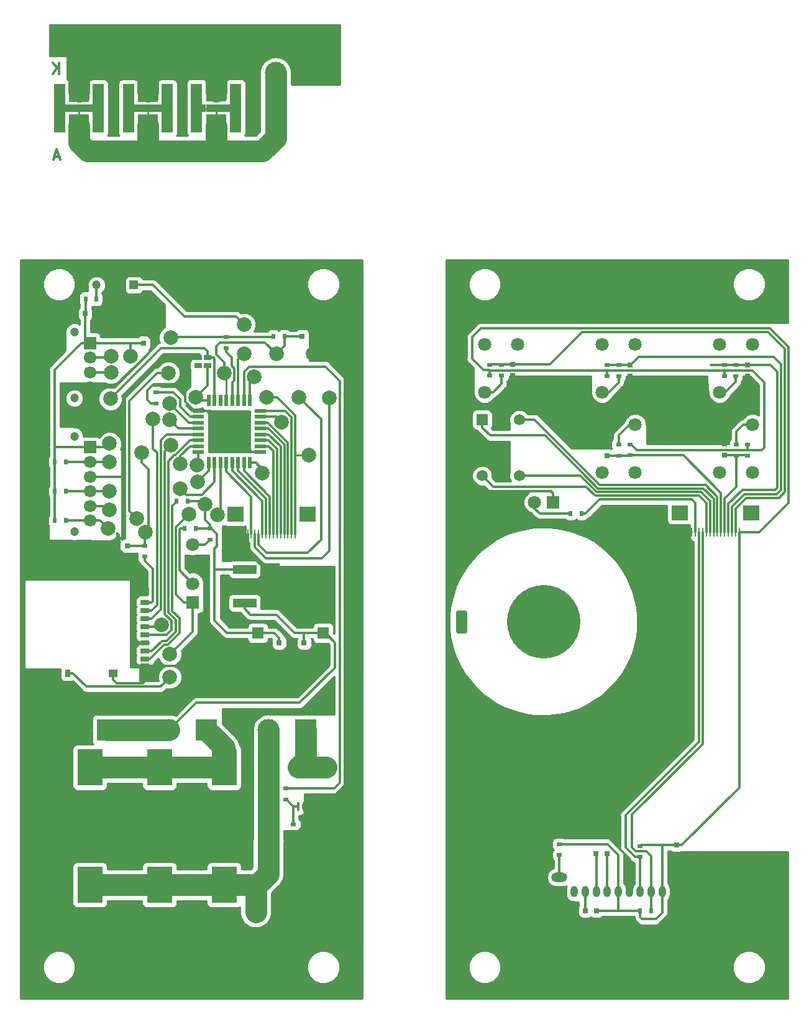
<source format=gbr>
G04 #@! TF.GenerationSoftware,KiCad,Pcbnew,(5.0.0)*
G04 #@! TF.CreationDate,2018-12-16T14:13:57+09:00*
G04 #@! TF.ProjectId,Infrared_Remocon,496E6672617265645F52656D6F636F6E,rev?*
G04 #@! TF.SameCoordinates,PX4862460PY9e67c20*
G04 #@! TF.FileFunction,Copper,L2,Bot,Signal*
G04 #@! TF.FilePolarity,Positive*
%FSLAX46Y46*%
G04 Gerber Fmt 4.6, Leading zero omitted, Abs format (unit mm)*
G04 Created by KiCad (PCBNEW (5.0.0)) date 12/16/18 14:13:57*
%MOMM*%
%LPD*%
G01*
G04 APERTURE LIST*
G04 #@! TA.AperFunction,NonConductor*
%ADD10C,0.300000*%
G04 #@! TD*
G04 #@! TA.AperFunction,ComponentPad*
%ADD11R,1.600000X1.600000*%
G04 #@! TD*
G04 #@! TA.AperFunction,ComponentPad*
%ADD12C,1.600000*%
G04 #@! TD*
G04 #@! TA.AperFunction,Conductor*
%ADD13C,0.100000*%
G04 #@! TD*
G04 #@! TA.AperFunction,ComponentPad*
%ADD14C,1.524000*%
G04 #@! TD*
G04 #@! TA.AperFunction,ComponentPad*
%ADD15C,10.000000*%
G04 #@! TD*
G04 #@! TA.AperFunction,ComponentPad*
%ADD16C,1.200000*%
G04 #@! TD*
G04 #@! TA.AperFunction,ComponentPad*
%ADD17R,1.200000X1.200000*%
G04 #@! TD*
G04 #@! TA.AperFunction,SMDPad,CuDef*
%ADD18R,3.500000X5.000000*%
G04 #@! TD*
G04 #@! TA.AperFunction,ComponentPad*
%ADD19C,3.000000*%
G04 #@! TD*
G04 #@! TA.AperFunction,ComponentPad*
%ADD20R,3.000000X3.000000*%
G04 #@! TD*
G04 #@! TA.AperFunction,ComponentPad*
%ADD21O,1.000000X1.500000*%
G04 #@! TD*
G04 #@! TA.AperFunction,ComponentPad*
%ADD22O,2.200000X1.300000*%
G04 #@! TD*
G04 #@! TA.AperFunction,ComponentPad*
%ADD23R,1.524000X1.524000*%
G04 #@! TD*
G04 #@! TA.AperFunction,ComponentPad*
%ADD24C,1.800000*%
G04 #@! TD*
G04 #@! TA.AperFunction,SMDPad,CuDef*
%ADD25R,0.230000X1.250000*%
G04 #@! TD*
G04 #@! TA.AperFunction,SMDPad,CuDef*
%ADD26R,1.800000X2.000000*%
G04 #@! TD*
G04 #@! TA.AperFunction,SMDPad,CuDef*
%ADD27R,2.200000X2.000000*%
G04 #@! TD*
G04 #@! TA.AperFunction,SMDPad,CuDef*
%ADD28R,0.800000X0.500000*%
G04 #@! TD*
G04 #@! TA.AperFunction,SMDPad,CuDef*
%ADD29R,0.800000X0.700000*%
G04 #@! TD*
G04 #@! TA.AperFunction,SMDPad,CuDef*
%ADD30R,0.450000X1.200000*%
G04 #@! TD*
G04 #@! TA.AperFunction,SMDPad,CuDef*
%ADD31R,0.700000X0.800000*%
G04 #@! TD*
G04 #@! TA.AperFunction,ComponentPad*
%ADD32C,2.000000*%
G04 #@! TD*
G04 #@! TA.AperFunction,SMDPad,CuDef*
%ADD33R,1.200000X1.000000*%
G04 #@! TD*
G04 #@! TA.AperFunction,SMDPad,CuDef*
%ADD34R,1.200000X0.700000*%
G04 #@! TD*
G04 #@! TA.AperFunction,SMDPad,CuDef*
%ADD35R,0.800000X1.000000*%
G04 #@! TD*
G04 #@! TA.AperFunction,SMDPad,CuDef*
%ADD36R,2.800000X1.000000*%
G04 #@! TD*
G04 #@! TA.AperFunction,SMDPad,CuDef*
%ADD37R,1.900000X1.300000*%
G04 #@! TD*
G04 #@! TA.AperFunction,SMDPad,CuDef*
%ADD38R,0.500000X0.800000*%
G04 #@! TD*
G04 #@! TA.AperFunction,SMDPad,CuDef*
%ADD39R,1.600000X0.550000*%
G04 #@! TD*
G04 #@! TA.AperFunction,SMDPad,CuDef*
%ADD40R,0.550000X1.600000*%
G04 #@! TD*
G04 #@! TA.AperFunction,SMDPad,CuDef*
%ADD41R,3.200000X1.200000*%
G04 #@! TD*
G04 #@! TA.AperFunction,SMDPad,CuDef*
%ADD42R,7.000000X5.500000*%
G04 #@! TD*
G04 #@! TA.AperFunction,SMDPad,CuDef*
%ADD43R,1.000000X0.650000*%
G04 #@! TD*
G04 #@! TA.AperFunction,ComponentPad*
%ADD44R,1.700000X1.700000*%
G04 #@! TD*
G04 #@! TA.AperFunction,ComponentPad*
%ADD45C,1.700000*%
G04 #@! TD*
G04 #@! TA.AperFunction,ComponentPad*
%ADD46R,1.800000X1.800000*%
G04 #@! TD*
G04 #@! TA.AperFunction,SMDPad,CuDef*
%ADD47R,2.800000X0.550000*%
G04 #@! TD*
G04 #@! TA.AperFunction,SMDPad,CuDef*
%ADD48R,2.800000X2.000000*%
G04 #@! TD*
G04 #@! TA.AperFunction,SMDPad,CuDef*
%ADD49R,2.000000X1.050000*%
G04 #@! TD*
G04 #@! TA.AperFunction,SMDPad,CuDef*
%ADD50R,1.500000X6.700000*%
G04 #@! TD*
G04 #@! TA.AperFunction,ViaPad*
%ADD51C,2.000000*%
G04 #@! TD*
G04 #@! TA.AperFunction,Conductor*
%ADD52C,0.300000*%
G04 #@! TD*
G04 #@! TA.AperFunction,Conductor*
%ADD53C,0.250000*%
G04 #@! TD*
G04 #@! TA.AperFunction,Conductor*
%ADD54C,3.000000*%
G04 #@! TD*
G04 #@! TA.AperFunction,Conductor*
%ADD55C,0.254000*%
G04 #@! TD*
G04 APERTURE END LIST*
D10*
X6092857Y126721429D02*
X6092857Y128221429D01*
X5235714Y126721429D02*
X5878571Y127578572D01*
X5235714Y128221429D02*
X6092857Y127364286D01*
X6157142Y115450000D02*
X5442857Y115450000D01*
X6300000Y115021429D02*
X5800000Y116521429D01*
X5300000Y115021429D01*
D11*
G04 #@! TO.P,C5,1*
G04 #@! TO.N,3.3_A*
X33200000Y50600000D03*
D12*
G04 #@! TO.P,C5,2*
G04 #@! TO.N,GND_A*
X33200000Y47100000D03*
G04 #@! TD*
D13*
G04 #@! TO.N,N/C*
G04 #@! TO.C,REF\002A\002A*
G36*
X61388345Y53698165D02*
X61425329Y53692679D01*
X61461598Y53683594D01*
X61496802Y53670998D01*
X61530602Y53655012D01*
X61562672Y53635790D01*
X61592704Y53613517D01*
X61620408Y53588408D01*
X61645517Y53560704D01*
X61667790Y53530672D01*
X61687012Y53498602D01*
X61702998Y53464802D01*
X61715594Y53429598D01*
X61724679Y53393329D01*
X61730165Y53356345D01*
X61732000Y53319000D01*
X61732000Y50881000D01*
X61730165Y50843655D01*
X61724679Y50806671D01*
X61715594Y50770402D01*
X61702998Y50735198D01*
X61687012Y50701398D01*
X61667790Y50669328D01*
X61645517Y50639296D01*
X61620408Y50611592D01*
X61592704Y50586483D01*
X61562672Y50564210D01*
X61530602Y50544988D01*
X61496802Y50529002D01*
X61461598Y50516406D01*
X61425329Y50507321D01*
X61388345Y50501835D01*
X61351000Y50500000D01*
X60589000Y50500000D01*
X60551655Y50501835D01*
X60514671Y50507321D01*
X60478402Y50516406D01*
X60443198Y50529002D01*
X60409398Y50544988D01*
X60377328Y50564210D01*
X60347296Y50586483D01*
X60319592Y50611592D01*
X60294483Y50639296D01*
X60272210Y50669328D01*
X60252988Y50701398D01*
X60237002Y50735198D01*
X60224406Y50770402D01*
X60215321Y50806671D01*
X60209835Y50843655D01*
X60208000Y50881000D01*
X60208000Y53319000D01*
X60209835Y53356345D01*
X60215321Y53393329D01*
X60224406Y53429598D01*
X60237002Y53464802D01*
X60252988Y53498602D01*
X60272210Y53530672D01*
X60294483Y53560704D01*
X60319592Y53588408D01*
X60347296Y53613517D01*
X60377328Y53635790D01*
X60409398Y53655012D01*
X60443198Y53670998D01*
X60478402Y53683594D01*
X60514671Y53692679D01*
X60551655Y53698165D01*
X60589000Y53700000D01*
X61351000Y53700000D01*
X61388345Y53698165D01*
X61388345Y53698165D01*
G37*
D14*
G04 #@! TD*
G04 #@! TO.P,REF\002A\002A,2*
G04 #@! TO.N,N/C*
X60970000Y52100000D03*
D15*
G04 #@! TO.P,REF\002A\002A,1*
G04 #@! TO.N,N/C*
X72100000Y52100000D03*
G04 #@! TD*
D16*
G04 #@! TO.P,U3,3*
G04 #@! TO.N,Net-(R12-Pad2)*
X11220000Y98000000D03*
G04 #@! TO.P,U3,2*
G04 #@! TO.N,GND_A*
X13760000Y98000000D03*
D17*
G04 #@! TO.P,U3,1*
G04 #@! TO.N,IR_IN*
X16300000Y98000000D03*
G04 #@! TD*
D18*
G04 #@! TO.P,R11,1*
G04 #@! TO.N,Net-(J6-Pad1)*
X10300000Y32300000D03*
G04 #@! TO.P,R11,2*
G04 #@! TO.N,Net-(C17-Pad1)*
X10300000Y16300000D03*
G04 #@! TD*
G04 #@! TO.P,R23,1*
G04 #@! TO.N,Net-(J6-Pad1)*
X19800000Y32300000D03*
G04 #@! TO.P,R23,2*
G04 #@! TO.N,Net-(C17-Pad1)*
X19800000Y16300000D03*
G04 #@! TD*
G04 #@! TO.P,R24,1*
G04 #@! TO.N,Net-(J6-Pad1)*
X28600000Y32300000D03*
G04 #@! TO.P,R24,2*
G04 #@! TO.N,Net-(C17-Pad1)*
X28600000Y16300000D03*
G04 #@! TD*
D19*
G04 #@! TO.P,J7,2*
G04 #@! TO.N,Net-(C17-Pad1)*
X34620000Y37400000D03*
D20*
G04 #@! TO.P,J7,1*
G04 #@! TO.N,Net-(J7-Pad1)*
X39700000Y37400000D03*
G04 #@! TD*
D19*
G04 #@! TO.P,J6,2*
G04 #@! TO.N,+BATT*
X21120000Y37400000D03*
D20*
G04 #@! TO.P,J6,1*
G04 #@! TO.N,Net-(J6-Pad1)*
X26200000Y37400000D03*
G04 #@! TD*
D21*
G04 #@! TO.P,U4,1*
G04 #@! TO.N,Net-(U4-Pad1)*
X76300000Y15400000D03*
G04 #@! TO.P,U4,5*
G04 #@! TO.N,3.3_B*
X82300000Y15400000D03*
G04 #@! TO.P,U4,9*
X88300000Y15400000D03*
G04 #@! TO.P,U4,8*
G04 #@! TO.N,SCL_B*
X86800000Y15400000D03*
G04 #@! TO.P,U4,4*
G04 #@! TO.N,Net-(C8-Pad2)*
X80800000Y15400000D03*
G04 #@! TO.P,U4,6*
G04 #@! TO.N,GND_B*
X83800000Y15400000D03*
G04 #@! TO.P,U4,2*
G04 #@! TO.N,Net-(C7-Pad1)*
X77800000Y15400000D03*
G04 #@! TO.P,U4,7*
G04 #@! TO.N,SDA_B*
X85300000Y15400000D03*
G04 #@! TO.P,U4,3*
G04 #@! TO.N,Net-(C8-Pad1)*
X79300000Y15400000D03*
D22*
G04 #@! TO.P,U4,A*
G04 #@! TO.N,Net-(R25-Pad1)*
X74300000Y17350000D03*
G04 #@! TO.P,U4,K*
G04 #@! TO.N,GND_B*
X90300000Y17350000D03*
G04 #@! TD*
D23*
G04 #@! TO.P,SW8,1*
G04 #@! TO.N,RS1_B*
X63750000Y79650000D03*
D14*
G04 #@! TO.P,SW8,C*
G04 #@! TO.N,GND_B*
X66290000Y79650000D03*
G04 #@! TO.P,SW8,8*
G04 #@! TO.N,RS8_B*
X68830000Y79650000D03*
G04 #@! TO.P,SW8,4*
G04 #@! TO.N,RS4_B*
X63750000Y72030000D03*
G04 #@! TO.P,SW8,C*
G04 #@! TO.N,GND_B*
X66290000Y72030000D03*
G04 #@! TO.P,SW8,2*
G04 #@! TO.N,RS2_B*
X68830000Y72030000D03*
G04 #@! TD*
D24*
G04 #@! TO.P,SW3,1*
G04 #@! TO.N,Net-(R15-Pad1)*
X64100000Y83400000D03*
G04 #@! TO.P,SW3,3*
G04 #@! TO.N,N/C*
X64100000Y89900000D03*
G04 #@! TO.P,SW3,2*
G04 #@! TO.N,GND_B*
X68600000Y83400000D03*
G04 #@! TO.P,SW3,4*
G04 #@! TO.N,N/C*
X68600000Y89900000D03*
G04 #@! TD*
G04 #@! TO.P,SW5,1*
G04 #@! TO.N,Net-(R22-Pad1)*
X96100000Y83400000D03*
G04 #@! TO.P,SW5,3*
G04 #@! TO.N,N/C*
X96100000Y89900000D03*
G04 #@! TO.P,SW5,2*
G04 #@! TO.N,GND_B*
X100600000Y83400000D03*
G04 #@! TO.P,SW5,4*
G04 #@! TO.N,N/C*
X100600000Y89900000D03*
G04 #@! TD*
G04 #@! TO.P,SW4,1*
G04 #@! TO.N,Net-(R20-Pad1)*
X80100000Y83400000D03*
G04 #@! TO.P,SW4,3*
G04 #@! TO.N,N/C*
X80100000Y89900000D03*
G04 #@! TO.P,SW4,2*
G04 #@! TO.N,GND_B*
X84600000Y83400000D03*
G04 #@! TO.P,SW4,4*
G04 #@! TO.N,N/C*
X84600000Y89900000D03*
G04 #@! TD*
G04 #@! TO.P,SW6,1*
G04 #@! TO.N,Net-(R16-Pad2)*
X100600000Y78950000D03*
G04 #@! TO.P,SW6,3*
G04 #@! TO.N,N/C*
X100600000Y72450000D03*
G04 #@! TO.P,SW6,2*
G04 #@! TO.N,GND_B*
X96100000Y78950000D03*
G04 #@! TO.P,SW6,4*
G04 #@! TO.N,N/C*
X96100000Y72450000D03*
G04 #@! TD*
G04 #@! TO.P,SW7,1*
G04 #@! TO.N,Net-(R19-Pad1)*
X84600000Y78950000D03*
G04 #@! TO.P,SW7,3*
G04 #@! TO.N,N/C*
X84600000Y72450000D03*
G04 #@! TO.P,SW7,2*
G04 #@! TO.N,GND_B*
X80100000Y78950000D03*
G04 #@! TO.P,SW7,4*
G04 #@! TO.N,N/C*
X80100000Y72450000D03*
G04 #@! TD*
D25*
G04 #@! TO.P,P2,14*
G04 #@! TO.N,GND_B*
X92300000Y64300000D03*
G04 #@! TO.P,P2,13*
G04 #@! TO.N,LED_B*
X92800000Y64300000D03*
G04 #@! TO.P,P2,12*
G04 #@! TO.N,SDA_B*
X93300000Y64300000D03*
G04 #@! TO.P,P2,11*
G04 #@! TO.N,SCL_B*
X93800000Y64300000D03*
G04 #@! TO.P,P2,10*
G04 #@! TO.N,RS4_B*
X94300000Y64300000D03*
G04 #@! TO.P,P2,9*
G04 #@! TO.N,RS2_B*
X94800000Y64300000D03*
G04 #@! TO.P,P2,8*
G04 #@! TO.N,RS1_B*
X95300000Y64300000D03*
G04 #@! TO.P,P2,7*
G04 #@! TO.N,RS8_B*
X95800000Y64300000D03*
G04 #@! TO.P,P2,6*
G04 #@! TO.N,SW5_B*
X96300000Y64300000D03*
G04 #@! TO.P,P2,5*
G04 #@! TO.N,SW4_B*
X96800000Y64300000D03*
G04 #@! TO.P,P2,4*
G04 #@! TO.N,SW3_B*
X97300000Y64300000D03*
G04 #@! TO.P,P2,3*
G04 #@! TO.N,SW2_B*
X97800000Y64300000D03*
G04 #@! TO.P,P2,2*
G04 #@! TO.N,SW1_B*
X98300000Y64300000D03*
D26*
G04 #@! TO.P,P2,*
G04 #@! TO.N,*
X100450000Y66975000D03*
X90650000Y66975000D03*
D25*
G04 #@! TO.P,P2,1*
G04 #@! TO.N,3.3_B*
X98800000Y64300000D03*
D27*
G04 #@! TO.P,P2,*
G04 #@! TO.N,*
X90650000Y66975000D03*
X100450000Y66975000D03*
G04 #@! TD*
D28*
G04 #@! TO.P,R21,2*
G04 #@! TO.N,3.3_B*
X96750000Y85600000D03*
G04 #@! TO.P,R21,1*
G04 #@! TO.N,SW3_B*
X96750000Y87100000D03*
G04 #@! TD*
G04 #@! TO.P,R22,2*
G04 #@! TO.N,SW3_B*
X98300000Y87100000D03*
G04 #@! TO.P,R22,1*
G04 #@! TO.N,Net-(R22-Pad1)*
X98300000Y85600000D03*
G04 #@! TD*
D29*
G04 #@! TO.P,C14,1*
G04 #@! TO.N,SW3_B*
X99950000Y87125000D03*
G04 #@! TO.P,C14,2*
G04 #@! TO.N,GND_B*
X99950000Y85625000D03*
G04 #@! TD*
D30*
G04 #@! TO.P,Q1,1*
G04 #@! TO.N,GND_A*
X42530000Y26970000D03*
X41260000Y26970000D03*
X39990000Y26970000D03*
G04 #@! TO.P,Q1,2*
G04 #@! TO.N,Net-(Q1-Pad2)*
X38720000Y26970000D03*
G04 #@! TO.P,Q1,3*
G04 #@! TO.N,Net-(J7-Pad1)*
X38720000Y32320000D03*
X39990000Y32320000D03*
X41260000Y32320000D03*
X42530000Y32320000D03*
G04 #@! TD*
D31*
G04 #@! TO.P,C2,1*
G04 #@! TO.N,NRST*
X39225000Y91000000D03*
G04 #@! TO.P,C2,2*
G04 #@! TO.N,GND_A*
X40725000Y91000000D03*
G04 #@! TD*
D32*
G04 #@! TO.P,SW2,1*
G04 #@! TO.N,GND_A*
X40700000Y88600000D03*
G04 #@! TO.P,SW2,2*
G04 #@! TO.N,NRST*
X35700000Y88600000D03*
G04 #@! TD*
D33*
G04 #@! TO.P,J2,14*
G04 #@! TO.N,GND_A*
X17800000Y56300000D03*
D34*
G04 #@! TO.P,J2,8*
G04 #@! TO.N,Net-(J2-Pad8)*
X17800000Y47050000D03*
G04 #@! TO.P,J2,2*
G04 #@! TO.N,CS*
X17800000Y53650000D03*
G04 #@! TO.P,J2,3*
G04 #@! TO.N,MOSI*
X17800000Y52550000D03*
G04 #@! TO.P,J2,4*
G04 #@! TO.N,3.3_A*
X17800000Y51450000D03*
G04 #@! TO.P,J2,5*
G04 #@! TO.N,SCK*
X17800000Y50350000D03*
G04 #@! TO.P,J2,6*
G04 #@! TO.N,GND_A*
X17800000Y49250000D03*
G04 #@! TO.P,J2,7*
G04 #@! TO.N,MISO*
X17800000Y48150000D03*
G04 #@! TO.P,J2,1*
G04 #@! TO.N,Net-(J2-Pad1)*
X17800000Y54750000D03*
G04 #@! TO.P,J2,9*
G04 #@! TO.N,GND_A*
X17800000Y46100000D03*
D35*
G04 #@! TO.P,J2,10*
G04 #@! TO.N,CARD_DITECTION*
X7300000Y45150000D03*
D33*
G04 #@! TO.P,J2,11*
G04 #@! TO.N,GND_A*
X13500000Y45150000D03*
D36*
G04 #@! TO.P,J2,12*
X3150000Y45150000D03*
D37*
G04 #@! TO.P,J2,13*
X2700000Y58650000D03*
G04 #@! TD*
D29*
G04 #@! TO.P,C16,1*
G04 #@! TO.N,3.3_A*
X15400000Y62475000D03*
G04 #@! TO.P,C16,2*
G04 #@! TO.N,GND_A*
X15400000Y60975000D03*
G04 #@! TD*
D38*
G04 #@! TO.P,R6,2*
G04 #@! TO.N,Net-(D2-Pad2)*
X23200000Y64800000D03*
G04 #@! TO.P,R6,1*
G04 #@! TO.N,3.3_A*
X24700000Y64800000D03*
G04 #@! TD*
D19*
G04 #@! TO.P,J1,2*
G04 #@! TO.N,GND_A*
X7620000Y37400000D03*
D20*
G04 #@! TO.P,J1,1*
G04 #@! TO.N,+BATT*
X12700000Y37400000D03*
G04 #@! TD*
D29*
G04 #@! TO.P,C4,1*
G04 #@! TO.N,3.3_A*
X36100000Y49275000D03*
G04 #@! TO.P,C4,2*
G04 #@! TO.N,GND_A*
X36100000Y47775000D03*
G04 #@! TD*
G04 #@! TO.P,C3,1*
G04 #@! TO.N,+BATT*
X39500000Y49275000D03*
G04 #@! TO.P,C3,2*
G04 #@! TO.N,GND_A*
X39500000Y47775000D03*
G04 #@! TD*
G04 #@! TO.P,C6,1*
G04 #@! TO.N,3.3_B*
X90250000Y21725000D03*
G04 #@! TO.P,C6,2*
G04 #@! TO.N,GND_B*
X90250000Y20225000D03*
G04 #@! TD*
D31*
G04 #@! TO.P,C7,1*
G04 #@! TO.N,Net-(C7-Pad1)*
X77825000Y12800000D03*
G04 #@! TO.P,C7,2*
G04 #@! TO.N,3.3_B*
X79325000Y12800000D03*
G04 #@! TD*
G04 #@! TO.P,C8,1*
G04 #@! TO.N,Net-(C8-Pad1)*
X79275000Y20550000D03*
G04 #@! TO.P,C8,2*
G04 #@! TO.N,Net-(C8-Pad2)*
X80775000Y20550000D03*
G04 #@! TD*
G04 #@! TO.P,C9,1*
G04 #@! TO.N,3.3_A*
X9675000Y94100000D03*
G04 #@! TO.P,C9,2*
G04 #@! TO.N,GND_A*
X11175000Y94100000D03*
G04 #@! TD*
D29*
G04 #@! TO.P,C10,1*
G04 #@! TO.N,SW1_B*
X67950000Y87175000D03*
G04 #@! TO.P,C10,2*
G04 #@! TO.N,GND_B*
X67950000Y85675000D03*
G04 #@! TD*
G04 #@! TO.P,C11,1*
G04 #@! TO.N,SW4_B*
X96800000Y74825000D03*
G04 #@! TO.P,C11,2*
G04 #@! TO.N,GND_B*
X96800000Y76325000D03*
G04 #@! TD*
G04 #@! TO.P,C12,1*
G04 #@! TO.N,SW5_B*
X80750000Y74750000D03*
G04 #@! TO.P,C12,2*
G04 #@! TO.N,GND_B*
X80750000Y76250000D03*
G04 #@! TD*
G04 #@! TO.P,C13,1*
G04 #@! TO.N,SW2_B*
X83950000Y87075000D03*
G04 #@! TO.P,C13,2*
G04 #@! TO.N,GND_B*
X83950000Y85575000D03*
G04 #@! TD*
D31*
G04 #@! TO.P,C15,1*
G04 #@! TO.N,3.3_A*
X17625000Y90100000D03*
G04 #@! TO.P,C15,2*
G04 #@! TO.N,GND_A*
X19125000Y90100000D03*
G04 #@! TD*
D28*
G04 #@! TO.P,L1,2*
G04 #@! TO.N,Net-(L1-Pad2)*
X28900000Y89400000D03*
G04 #@! TO.P,L1,1*
G04 #@! TO.N,3.3_A*
X28900000Y90900000D03*
G04 #@! TD*
D38*
G04 #@! TO.P,R1,2*
G04 #@! TO.N,NRST*
X36800000Y91000000D03*
G04 #@! TO.P,R1,1*
G04 #@! TO.N,3.3_A*
X35300000Y91000000D03*
G04 #@! TD*
D28*
G04 #@! TO.P,R2,2*
G04 #@! TO.N,GND_A*
X19300000Y81900000D03*
G04 #@! TO.P,R2,1*
G04 #@! TO.N,Net-(R2-Pad1)*
X19300000Y83400000D03*
G04 #@! TD*
G04 #@! TO.P,R3,2*
G04 #@! TO.N,3.3_A*
X26700000Y64800000D03*
G04 #@! TO.P,R3,1*
G04 #@! TO.N,Net-(D1-Pad2)*
X26700000Y63300000D03*
G04 #@! TD*
D38*
G04 #@! TO.P,R4,2*
G04 #@! TO.N,Net-(J2-Pad8)*
X22100000Y68600000D03*
G04 #@! TO.P,R4,1*
G04 #@! TO.N,3.3_A*
X23600000Y68600000D03*
G04 #@! TD*
D28*
G04 #@! TO.P,R5,2*
G04 #@! TO.N,Net-(J2-Pad1)*
X17800000Y61000000D03*
G04 #@! TO.P,R5,1*
G04 #@! TO.N,3.3_A*
X17800000Y62500000D03*
G04 #@! TD*
D38*
G04 #@! TO.P,R7,2*
G04 #@! TO.N,SCL_B*
X86800000Y12750000D03*
G04 #@! TO.P,R7,1*
G04 #@! TO.N,3.3_B*
X85300000Y12750000D03*
G04 #@! TD*
D28*
G04 #@! TO.P,R8,2*
G04 #@! TO.N,SDA_B*
X85300000Y20100000D03*
G04 #@! TO.P,R8,1*
G04 #@! TO.N,3.3_B*
X85300000Y21600000D03*
G04 #@! TD*
G04 #@! TO.P,R9,2*
G04 #@! TO.N,IR_LED*
X37000000Y29450000D03*
G04 #@! TO.P,R9,1*
G04 #@! TO.N,Net-(Q1-Pad2)*
X37000000Y27950000D03*
G04 #@! TD*
G04 #@! TO.P,R10,2*
G04 #@! TO.N,GND_A*
X38050000Y23050000D03*
G04 #@! TO.P,R10,1*
G04 #@! TO.N,Net-(Q1-Pad2)*
X38050000Y24550000D03*
G04 #@! TD*
D38*
G04 #@! TO.P,R12,2*
G04 #@! TO.N,Net-(R12-Pad2)*
X11200000Y96100000D03*
G04 #@! TO.P,R12,1*
G04 #@! TO.N,3.3_A*
X9700000Y96100000D03*
G04 #@! TD*
D28*
G04 #@! TO.P,R13,2*
G04 #@! TO.N,SW1_B*
X64750000Y87150000D03*
G04 #@! TO.P,R13,1*
G04 #@! TO.N,3.3_B*
X64750000Y85650000D03*
G04 #@! TD*
G04 #@! TO.P,R14,2*
G04 #@! TO.N,SW4_B*
X99900000Y74750000D03*
G04 #@! TO.P,R14,1*
G04 #@! TO.N,3.3_B*
X99900000Y76250000D03*
G04 #@! TD*
G04 #@! TO.P,R15,2*
G04 #@! TO.N,SW1_B*
X66400000Y87150000D03*
G04 #@! TO.P,R15,1*
G04 #@! TO.N,Net-(R15-Pad1)*
X66400000Y85650000D03*
G04 #@! TD*
G04 #@! TO.P,R16,2*
G04 #@! TO.N,Net-(R16-Pad2)*
X98400000Y76250000D03*
G04 #@! TO.P,R16,1*
G04 #@! TO.N,SW4_B*
X98400000Y74750000D03*
G04 #@! TD*
G04 #@! TO.P,R17,2*
G04 #@! TO.N,SW5_B*
X83950000Y74800000D03*
G04 #@! TO.P,R17,1*
G04 #@! TO.N,3.3_B*
X83950000Y76300000D03*
G04 #@! TD*
G04 #@! TO.P,R18,2*
G04 #@! TO.N,SW2_B*
X80750000Y87100000D03*
G04 #@! TO.P,R18,1*
G04 #@! TO.N,3.3_B*
X80750000Y85600000D03*
G04 #@! TD*
G04 #@! TO.P,R19,2*
G04 #@! TO.N,SW5_B*
X82350000Y74750000D03*
G04 #@! TO.P,R19,1*
G04 #@! TO.N,Net-(R19-Pad1)*
X82350000Y76250000D03*
G04 #@! TD*
G04 #@! TO.P,R20,2*
G04 #@! TO.N,SW2_B*
X82350000Y87100000D03*
G04 #@! TO.P,R20,1*
G04 #@! TO.N,Net-(R20-Pad1)*
X82350000Y85600000D03*
G04 #@! TD*
G04 #@! TO.P,R25,2*
G04 #@! TO.N,3.3_B*
X74300000Y21850000D03*
G04 #@! TO.P,R25,1*
G04 #@! TO.N,Net-(R25-Pad1)*
X74300000Y20350000D03*
G04 #@! TD*
D38*
G04 #@! TO.P,R26,2*
G04 #@! TO.N,3.3_A*
X5500000Y73900000D03*
G04 #@! TO.P,R26,1*
G04 #@! TO.N,TCK*
X7000000Y73900000D03*
G04 #@! TD*
G04 #@! TO.P,R27,2*
G04 #@! TO.N,3.3_A*
X5500000Y69900000D03*
G04 #@! TO.P,R27,1*
G04 #@! TO.N,TMS*
X7000000Y69900000D03*
G04 #@! TD*
G04 #@! TO.P,R28,2*
G04 #@! TO.N,3.3_A*
X5500000Y65900000D03*
G04 #@! TO.P,R28,1*
G04 #@! TO.N,OSC_IN*
X7000000Y65900000D03*
G04 #@! TD*
G04 #@! TO.P,R29,2*
G04 #@! TO.N,Net-(D6-Pad2)*
X75800000Y66900000D03*
G04 #@! TO.P,R29,1*
G04 #@! TO.N,LED_B*
X77300000Y66900000D03*
G04 #@! TD*
D39*
G04 #@! TO.P,U1,32*
G04 #@! TO.N,GND_A*
X25050000Y80850000D03*
G04 #@! TO.P,U1,31*
G04 #@! TO.N,Net-(R2-Pad1)*
X25050000Y80050000D03*
G04 #@! TO.P,U1,30*
G04 #@! TO.N,SDA_A*
X25050000Y79250000D03*
G04 #@! TO.P,U1,29*
G04 #@! TO.N,SCL_A*
X25050000Y78450000D03*
G04 #@! TO.P,U1,28*
G04 #@! TO.N,MOSI*
X25050000Y77650000D03*
G04 #@! TO.P,U1,27*
G04 #@! TO.N,MISO*
X25050000Y76850000D03*
G04 #@! TO.P,U1,26*
G04 #@! TO.N,SCK*
X25050000Y76050000D03*
G04 #@! TO.P,U1,25*
G04 #@! TO.N,RX*
X25050000Y75250000D03*
D40*
G04 #@! TO.P,U1,24*
G04 #@! TO.N,TCK*
X26500000Y73800000D03*
G04 #@! TO.P,U1,23*
G04 #@! TO.N,TMS*
X27300000Y73800000D03*
G04 #@! TO.P,U1,22*
G04 #@! TO.N,CARD_DITECTION*
X28100000Y73800000D03*
G04 #@! TO.P,U1,21*
G04 #@! TO.N,LED_A*
X28900000Y73800000D03*
G04 #@! TO.P,U1,20*
G04 #@! TO.N,RS4_A*
X29700000Y73800000D03*
G04 #@! TO.P,U1,19*
G04 #@! TO.N,RS2_A*
X30500000Y73800000D03*
G04 #@! TO.P,U1,18*
G04 #@! TO.N,RS1_A*
X31300000Y73800000D03*
G04 #@! TO.P,U1,17*
G04 #@! TO.N,3.3_A*
X32100000Y73800000D03*
D39*
G04 #@! TO.P,U1,16*
G04 #@! TO.N,GND_A*
X33550000Y75250000D03*
G04 #@! TO.P,U1,15*
G04 #@! TO.N,RS8_A*
X33550000Y76050000D03*
G04 #@! TO.P,U1,14*
G04 #@! TO.N,SW5_A*
X33550000Y76850000D03*
G04 #@! TO.P,U1,13*
G04 #@! TO.N,SW4_A*
X33550000Y77650000D03*
G04 #@! TO.P,U1,12*
G04 #@! TO.N,SW3_A*
X33550000Y78450000D03*
G04 #@! TO.P,U1,11*
G04 #@! TO.N,SW2_A*
X33550000Y79250000D03*
G04 #@! TO.P,U1,10*
G04 #@! TO.N,CS*
X33550000Y80050000D03*
G04 #@! TO.P,U1,9*
G04 #@! TO.N,SW1_A*
X33550000Y80850000D03*
D40*
G04 #@! TO.P,U1,8*
G04 #@! TO.N,TX*
X32100000Y82300000D03*
G04 #@! TO.P,U1,7*
G04 #@! TO.N,IR_LED*
X31300000Y82300000D03*
G04 #@! TO.P,U1,6*
G04 #@! TO.N,IR_IN*
X30500000Y82300000D03*
G04 #@! TO.P,U1,5*
G04 #@! TO.N,Net-(L1-Pad2)*
X29700000Y82300000D03*
G04 #@! TO.P,U1,4*
G04 #@! TO.N,NRST*
X28900000Y82300000D03*
G04 #@! TO.P,U1,3*
G04 #@! TO.N,Net-(U1-Pad3)*
X28100000Y82300000D03*
G04 #@! TO.P,U1,2*
G04 #@! TO.N,OSC_IN*
X27300000Y82300000D03*
G04 #@! TO.P,U1,1*
G04 #@! TO.N,3.3_A*
X26500000Y82300000D03*
G04 #@! TD*
D41*
G04 #@! TO.P,U2,1*
G04 #@! TO.N,+BATT*
X31400000Y54700000D03*
G04 #@! TO.P,U2,3*
G04 #@! TO.N,3.3_A*
X31400000Y59260000D03*
D42*
G04 #@! TO.P,U2,2*
G04 #@! TO.N,GND_A*
X37520000Y56980000D03*
G04 #@! TD*
D43*
G04 #@! TO.P,Y1,4*
G04 #@! TO.N,3.3_A*
X26350000Y87000000D03*
G04 #@! TO.P,Y1,3*
G04 #@! TO.N,OSC_IN*
X26350000Y88100000D03*
G04 #@! TO.P,Y1,2*
G04 #@! TO.N,GND_A*
X25050000Y88100000D03*
G04 #@! TO.P,Y1,1*
G04 #@! TO.N,Net-(Y1-Pad1)*
X25050000Y87000000D03*
G04 #@! TD*
D19*
G04 #@! TO.P,J8,2*
G04 #@! TO.N,Net-(D3-Pad2)*
X35620000Y126900000D03*
D20*
G04 #@! TO.P,J8,1*
G04 #@! TO.N,Net-(D3-Pad1)*
X40700000Y126900000D03*
G04 #@! TD*
D25*
G04 #@! TO.P,P1,14*
G04 #@! TO.N,GND_A*
X31800000Y64100000D03*
G04 #@! TO.P,P1,13*
G04 #@! TO.N,LED_A*
X32300000Y64100000D03*
G04 #@! TO.P,P1,12*
G04 #@! TO.N,SDA_A*
X32800000Y64100000D03*
G04 #@! TO.P,P1,11*
G04 #@! TO.N,SCL_A*
X33300000Y64100000D03*
G04 #@! TO.P,P1,10*
G04 #@! TO.N,RS4_A*
X33800000Y64100000D03*
G04 #@! TO.P,P1,9*
G04 #@! TO.N,RS2_A*
X34300000Y64100000D03*
G04 #@! TO.P,P1,8*
G04 #@! TO.N,RS1_A*
X34800000Y64100000D03*
G04 #@! TO.P,P1,7*
G04 #@! TO.N,RS8_A*
X35300000Y64100000D03*
G04 #@! TO.P,P1,6*
G04 #@! TO.N,SW5_A*
X35800000Y64100000D03*
G04 #@! TO.P,P1,5*
G04 #@! TO.N,SW4_A*
X36300000Y64100000D03*
G04 #@! TO.P,P1,4*
G04 #@! TO.N,SW3_A*
X36800000Y64100000D03*
G04 #@! TO.P,P1,3*
G04 #@! TO.N,SW2_A*
X37300000Y64100000D03*
G04 #@! TO.P,P1,2*
G04 #@! TO.N,SW1_A*
X37800000Y64100000D03*
D26*
G04 #@! TO.P,P1,*
G04 #@! TO.N,*
X39950000Y66775000D03*
X30150000Y66775000D03*
D25*
G04 #@! TO.P,P1,1*
G04 #@! TO.N,3.3_A*
X38300000Y64100000D03*
D27*
G04 #@! TO.P,P1,*
G04 #@! TO.N,*
X30150000Y66775000D03*
X39950000Y66775000D03*
G04 #@! TD*
D44*
G04 #@! TO.P,J3,1*
G04 #@! TO.N,3.3_A*
X10300000Y75900000D03*
D16*
G04 #@! TO.P,J3,*
G04 #@! TO.N,*
X8200000Y64400000D03*
D45*
G04 #@! TO.P,J3,2*
G04 #@! TO.N,TCK*
X10300000Y73900000D03*
D16*
G04 #@! TO.P,J3,*
G04 #@! TO.N,*
X8200000Y77400000D03*
D45*
G04 #@! TO.P,J3,3*
G04 #@! TO.N,GND_A*
X10300000Y71900000D03*
G04 #@! TO.P,J3,4*
G04 #@! TO.N,TMS*
X10300000Y69900000D03*
G04 #@! TO.P,J3,5*
G04 #@! TO.N,NRST*
X10300000Y67900000D03*
G04 #@! TO.P,J3,6*
G04 #@! TO.N,OSC_IN*
X10300000Y65900000D03*
G04 #@! TD*
G04 #@! TO.P,J4,2*
G04 #@! TO.N,RX*
X10300000Y88100000D03*
D44*
G04 #@! TO.P,J4,1*
G04 #@! TO.N,3.3_A*
X10300000Y90100000D03*
D16*
G04 #@! TO.P,J4,*
G04 #@! TO.N,*
X8200000Y91600000D03*
X8200000Y82600000D03*
D45*
G04 #@! TO.P,J4,3*
G04 #@! TO.N,TX*
X10300000Y86100000D03*
G04 #@! TO.P,J4,4*
G04 #@! TO.N,GND_A*
X10300000Y84100000D03*
G04 #@! TD*
D11*
G04 #@! TO.P,C1,1*
G04 #@! TO.N,+BATT*
X42100000Y50600000D03*
D12*
G04 #@! TO.P,C1,2*
G04 #@! TO.N,GND_A*
X42100000Y47100000D03*
G04 #@! TD*
D46*
G04 #@! TO.P,D1,1*
G04 #@! TO.N,GND_A*
X24300000Y60100000D03*
D24*
G04 #@! TO.P,D1,2*
G04 #@! TO.N,Net-(D1-Pad2)*
X24300000Y62640000D03*
G04 #@! TD*
D46*
G04 #@! TO.P,D2,1*
G04 #@! TO.N,CARD_DITECTION*
X24300000Y54800000D03*
D24*
G04 #@! TO.P,D2,2*
G04 #@! TO.N,Net-(D2-Pad2)*
X24300000Y57340000D03*
G04 #@! TD*
D46*
G04 #@! TO.P,D6,1*
G04 #@! TO.N,GND_B*
X73450000Y68400000D03*
D24*
G04 #@! TO.P,D6,2*
G04 #@! TO.N,Net-(D6-Pad2)*
X70910000Y68400000D03*
G04 #@! TD*
D11*
G04 #@! TO.P,C17,1*
G04 #@! TO.N,Net-(C17-Pad1)*
X32900000Y12600000D03*
D12*
G04 #@! TO.P,C17,2*
G04 #@! TO.N,GND_A*
X32900000Y9100000D03*
G04 #@! TD*
D36*
G04 #@! TO.P,D3,2*
G04 #@! TO.N,Net-(D3-Pad2)*
X8800000Y122075000D03*
D47*
X8800000Y120950000D03*
G04 #@! TO.P,D3,1*
G04 #@! TO.N,Net-(D3-Pad1)*
X8800000Y123200000D03*
D48*
X8800000Y124400000D03*
G04 #@! TO.P,D3,2*
G04 #@! TO.N,Net-(D3-Pad2)*
X8800000Y119700000D03*
D49*
X11200000Y122080000D03*
X6400000Y122070000D03*
D50*
X6150000Y122060000D03*
X11450000Y122060000D03*
G04 #@! TD*
D36*
G04 #@! TO.P,D4,2*
G04 #@! TO.N,Net-(D3-Pad2)*
X18200000Y122075000D03*
D47*
X18200000Y120950000D03*
G04 #@! TO.P,D4,1*
G04 #@! TO.N,Net-(D3-Pad1)*
X18200000Y123200000D03*
D48*
X18200000Y124400000D03*
G04 #@! TO.P,D4,2*
G04 #@! TO.N,Net-(D3-Pad2)*
X18200000Y119700000D03*
D49*
X20600000Y122080000D03*
X15800000Y122070000D03*
D50*
X15550000Y122060000D03*
X20850000Y122060000D03*
G04 #@! TD*
G04 #@! TO.P,D5,2*
G04 #@! TO.N,Net-(D3-Pad2)*
X30150000Y122085000D03*
X24850000Y122085000D03*
D49*
X25100000Y122095000D03*
X29900000Y122105000D03*
D48*
X27500000Y119725000D03*
G04 #@! TO.P,D5,1*
G04 #@! TO.N,Net-(D3-Pad1)*
X27500000Y124425000D03*
D47*
X27500000Y123225000D03*
G04 #@! TO.P,D5,2*
G04 #@! TO.N,Net-(D3-Pad2)*
X27500000Y120975000D03*
D36*
X27500000Y122100000D03*
G04 #@! TD*
D51*
G04 #@! TO.N,NRST*
X13000000Y67400000D03*
X16700000Y66200000D03*
X21000000Y86000000D03*
X28649979Y86000725D03*
G04 #@! TO.N,CARD_DITECTION*
X21200006Y47700000D03*
X21200004Y44600000D03*
X27671445Y66737446D03*
X23800000Y66800008D03*
G04 #@! TO.N,SCK*
X22641364Y73655252D03*
X21300008Y76149990D03*
G04 #@! TO.N,CS*
X36449990Y79299997D03*
X18900000Y79700000D03*
G04 #@! TO.N,OSC_IN*
X12800000Y64800000D03*
X13100000Y82500001D03*
G04 #@! TO.N,TMS*
X13000000Y69900000D03*
X22600002Y70300000D03*
G04 #@! TO.N,TCK*
X13000000Y73900000D03*
X24999994Y71199989D03*
G04 #@! TO.N,TX*
X13200000Y86100000D03*
X32650010Y85533212D03*
G04 #@! TO.N,RX*
X13218035Y88299938D03*
X24900000Y73500000D03*
G04 #@! TO.N,IR_IN*
X31300000Y88650000D03*
X31300000Y92600000D03*
G04 #@! TO.N,3.3_A*
X33800000Y72400000D03*
X20049990Y51700010D03*
X26012489Y68182410D03*
X24725010Y82700000D03*
X17847095Y64322708D03*
X13000000Y76400000D03*
X17400000Y75200000D03*
X15800000Y88300000D03*
X21300000Y90850000D03*
X34400000Y82700000D03*
X40100000Y74800000D03*
G04 #@! TO.N,SDA_A*
X21208450Y81849834D03*
X42900000Y82600000D03*
G04 #@! TO.N,SCL_A*
X21179725Y79650010D03*
X38800000Y82699998D03*
G04 #@! TD*
D52*
G04 #@! TO.N,NRST*
X10300000Y67900000D02*
X12500000Y67900000D01*
X12500000Y67900000D02*
X13000000Y67400000D01*
X15700001Y67199999D02*
X15700001Y82214214D01*
X15700001Y82214214D02*
X19485787Y86000000D01*
X16700000Y66200000D02*
X15700001Y67199999D01*
X19485787Y86000000D02*
X19585787Y86000000D01*
X19585787Y86000000D02*
X21000000Y86000000D01*
D53*
X28900000Y85750704D02*
X28649979Y86000725D01*
X28900000Y82300000D02*
X28900000Y85750704D01*
D52*
X34150000Y90150000D02*
X35700000Y88600000D01*
X28000000Y90150000D02*
X34150000Y90150000D01*
X27500000Y89650000D02*
X28000000Y90150000D01*
X27500000Y88564917D02*
X27500000Y89650000D01*
X28649979Y86000725D02*
X28649979Y87414938D01*
X28649979Y87414938D02*
X27500000Y88564917D01*
X36800000Y91000000D02*
X39225000Y91000000D01*
X36800000Y89700000D02*
X35700000Y88600000D01*
X36800000Y91000000D02*
X36800000Y89700000D01*
G04 #@! TO.N,Net-(C7-Pad1)*
X77825000Y15375000D02*
X77800000Y15400000D01*
X77825000Y12800000D02*
X77825000Y15375000D01*
G04 #@! TO.N,Net-(C8-Pad1)*
X79300000Y20525000D02*
X79275000Y20550000D01*
X79300000Y15400000D02*
X79300000Y20525000D01*
G04 #@! TO.N,Net-(C8-Pad2)*
X80775000Y15425000D02*
X80800000Y15400000D01*
X80775000Y20550000D02*
X80775000Y15425000D01*
G04 #@! TO.N,Net-(D1-Pad2)*
X24300000Y62640000D02*
X24300000Y62800000D01*
X26040000Y62640000D02*
X26700000Y63300000D01*
X24300000Y62640000D02*
X26040000Y62640000D01*
G04 #@! TO.N,CARD_DITECTION*
X22200005Y48699999D02*
X21200006Y47700000D01*
X24300000Y54800000D02*
X24300000Y50799994D01*
X24300000Y50799994D02*
X22200005Y48699999D01*
X9850000Y43300000D02*
X19900004Y43300000D01*
X19900004Y43300000D02*
X20200005Y43600001D01*
X8000000Y45150000D02*
X9850000Y43300000D01*
X20200005Y43600001D02*
X21200004Y44600000D01*
X7300000Y45150000D02*
X8000000Y45150000D01*
X28100000Y67166001D02*
X27671445Y66737446D01*
X28100000Y73800000D02*
X28100000Y67166001D01*
X22800001Y65800009D02*
X23800000Y66800008D01*
X22000000Y55900000D02*
X22000000Y65000008D01*
X23100000Y54800000D02*
X22000000Y55900000D01*
X24300000Y54800000D02*
X23100000Y54800000D01*
X22000000Y65000008D02*
X22800001Y65800009D01*
G04 #@! TO.N,Net-(D2-Pad2)*
X22650000Y64800000D02*
X23200000Y64800000D01*
X22500000Y64650000D02*
X22650000Y64800000D01*
X22500000Y59140000D02*
X22500000Y64650000D01*
X24300000Y57340000D02*
X22500000Y59140000D01*
G04 #@! TO.N,Net-(D3-Pad1)*
X18200000Y124400000D02*
X18200000Y123825001D01*
D53*
X8800000Y123200000D02*
X8800000Y124400000D01*
X18200000Y123200000D02*
X18200000Y124400000D01*
X27500000Y123150000D02*
X27500000Y124350000D01*
D54*
X8800000Y128400000D02*
X8800000Y124400000D01*
X11700000Y131300000D02*
X8800000Y128400000D01*
X18200000Y131200000D02*
X18300000Y131300000D01*
X18200000Y124400000D02*
X18200000Y131200000D01*
X18300000Y131300000D02*
X11700000Y131300000D01*
X27500000Y128350000D02*
X27500000Y131300000D01*
X27500000Y124350000D02*
X27500000Y128350000D01*
X39400000Y131300000D02*
X27500000Y131300000D01*
X27500000Y131300000D02*
X18300000Y131300000D01*
X40700000Y130000000D02*
X39400000Y131300000D01*
X40700000Y126900000D02*
X40700000Y130000000D01*
D53*
G04 #@! TO.N,Net-(D3-Pad2)*
X18185000Y122060000D02*
X18200000Y122075000D01*
X15550000Y122060000D02*
X18185000Y122060000D01*
X20595000Y122075000D02*
X20600000Y122080000D01*
X18200000Y122075000D02*
X20595000Y122075000D01*
X18200000Y119700000D02*
X18200000Y122075000D01*
X8795000Y122070000D02*
X8800000Y122075000D01*
X6400000Y122070000D02*
X8795000Y122070000D01*
X8815000Y122060000D02*
X8800000Y122075000D01*
X11450000Y122060000D02*
X8815000Y122060000D01*
X8800000Y122075000D02*
X8800000Y119700000D01*
X27500000Y119650000D02*
X27500000Y122025000D01*
X30135000Y122025000D02*
X30150000Y122010000D01*
X27500000Y122025000D02*
X30135000Y122025000D01*
X24865000Y122025000D02*
X24850000Y122010000D01*
X27500000Y122025000D02*
X24865000Y122025000D01*
D54*
X8800000Y117400000D02*
X8800000Y119700000D01*
X10000000Y116200000D02*
X8800000Y117400000D01*
X18200000Y119700000D02*
X18200000Y116200000D01*
X18200000Y116200000D02*
X10000000Y116200000D01*
X27500000Y116300000D02*
X27400000Y116200000D01*
X27500000Y119650000D02*
X27500000Y116300000D01*
X27400000Y116200000D02*
X18200000Y116200000D01*
X35620000Y118020000D02*
X35620000Y126900000D01*
X27400000Y116200000D02*
X33800000Y116200000D01*
X33800000Y116200000D02*
X35620000Y118020000D01*
D52*
G04 #@! TO.N,Net-(D6-Pad2)*
X70910000Y67590000D02*
X70910000Y68400000D01*
X75800000Y66900000D02*
X71600000Y66900000D01*
X71600000Y66900000D02*
X70910000Y67590000D01*
D54*
G04 #@! TO.N,+BATT*
X12700000Y37400000D02*
X21120000Y37400000D01*
D52*
X24820000Y41100000D02*
X21120000Y37400000D01*
X38900000Y41100000D02*
X24820000Y41100000D01*
X43700000Y45900000D02*
X38900000Y41100000D01*
X43700000Y49300000D02*
X43700000Y45900000D01*
X42100000Y50600000D02*
X42400000Y50600000D01*
X42400000Y50600000D02*
X43700000Y49300000D01*
X39500000Y49925000D02*
X39500000Y49275000D01*
X42100000Y50600000D02*
X40175000Y50600000D01*
X31400000Y53900000D02*
X31400000Y54700000D01*
X32200000Y53100000D02*
X31400000Y53900000D01*
X35700000Y53100000D02*
X32200000Y53100000D01*
X38200000Y50600000D02*
X35700000Y53100000D01*
X39500000Y49925000D02*
X39500000Y50600000D01*
X40175000Y50600000D02*
X39500000Y50600000D01*
X39500000Y50600000D02*
X38200000Y50600000D01*
G04 #@! TO.N,Net-(J2-Pad1)*
X17800000Y60450000D02*
X17800000Y61000000D01*
X18900000Y59350000D02*
X17800000Y60450000D01*
X18900000Y54950000D02*
X18900000Y59350000D01*
X17800000Y54750000D02*
X18700000Y54750000D01*
X18700000Y54750000D02*
X18900000Y54950000D01*
G04 #@! TO.N,MISO*
X25050000Y76850000D02*
X23950000Y76850000D01*
X21000000Y53405126D02*
X21999989Y52405137D01*
X21899989Y74799989D02*
X21796834Y74799989D01*
X20142891Y49550013D02*
X18742878Y48150000D01*
X21999989Y50807111D02*
X20742891Y49550013D01*
X20742891Y49550013D02*
X20142891Y49550013D01*
X18742878Y48150000D02*
X18700000Y48150000D01*
X18700000Y48150000D02*
X17800000Y48150000D01*
X21999989Y52405137D02*
X21999989Y50807111D01*
X21000000Y74003155D02*
X21000000Y53405126D01*
X21796834Y74799989D02*
X21000000Y74003155D01*
X23950000Y76850000D02*
X21899989Y74799989D01*
G04 #@! TO.N,SCK*
X23950000Y76050000D02*
X22641364Y74741364D01*
X22641364Y74741364D02*
X22641364Y73655252D01*
X25050000Y76050000D02*
X23950000Y76050000D01*
X17800000Y50350000D02*
X20750000Y50350000D01*
X20750000Y50350000D02*
X21400000Y51000000D01*
X20499989Y53198015D02*
X20499989Y75349971D01*
X20499989Y75349971D02*
X21300008Y76149990D01*
X21400000Y52298004D02*
X20499989Y53198015D01*
X21400000Y51000000D02*
X21400000Y52298004D01*
G04 #@! TO.N,MOSI*
X19949998Y76860358D02*
X20739640Y77650000D01*
X19949998Y53799998D02*
X19949998Y76860358D01*
X17800000Y52550000D02*
X18700000Y52550000D01*
X20739640Y77650000D02*
X23950000Y77650000D01*
X18700000Y52550000D02*
X19949998Y53799998D01*
X23950000Y77650000D02*
X25050000Y77650000D01*
G04 #@! TO.N,CS*
X33550000Y80050000D02*
X35699987Y80050000D01*
X35699987Y80050000D02*
X36449990Y79299997D01*
X19449987Y54399987D02*
X19449987Y75135800D01*
X18700000Y53650000D02*
X19449987Y54399987D01*
X18900000Y75685787D02*
X18900000Y78285787D01*
X18900000Y78285787D02*
X18900000Y79700000D01*
X19449987Y75135800D02*
X18900000Y75685787D01*
X17800000Y53650000D02*
X18700000Y53650000D01*
G04 #@! TO.N,Net-(J2-Pad8)*
X18451996Y47050000D02*
X17800000Y47050000D01*
X20451998Y49050002D02*
X18451996Y47050000D01*
X22100000Y68600000D02*
X22100000Y68450000D01*
X22100000Y68450000D02*
X21500000Y67850000D01*
X21500000Y67850000D02*
X21500000Y53612248D01*
X20950002Y49050002D02*
X20451998Y49050002D01*
X21500000Y53612248D02*
X22500000Y52612248D01*
X22500000Y52612248D02*
X22500000Y50600000D01*
X22500000Y50600000D02*
X20950002Y49050002D01*
G04 #@! TO.N,OSC_IN*
X9097919Y65900000D02*
X7000000Y65900000D01*
X10300000Y65900000D02*
X9097919Y65900000D01*
X11700000Y65900000D02*
X12800000Y64800000D01*
X10300000Y65900000D02*
X11700000Y65900000D01*
X26350000Y88100000D02*
X27150000Y88100000D01*
X27150000Y88100000D02*
X27299978Y87950022D01*
X27300000Y83400000D02*
X27300000Y82300000D01*
X27299978Y87950022D02*
X27299978Y83400022D01*
X27299978Y83400022D02*
X27300000Y83400000D01*
X14099999Y83500000D02*
X13100000Y82500001D01*
X19999999Y89400000D02*
X14099999Y83500000D01*
X25950000Y89400000D02*
X19999999Y89400000D01*
X26350000Y88100000D02*
X26350000Y89000000D01*
X26350000Y89000000D02*
X25950000Y89400000D01*
G04 #@! TO.N,TMS*
X9097919Y69900000D02*
X7000000Y69900000D01*
X10300000Y69900000D02*
X9097919Y69900000D01*
X10300000Y69900000D02*
X13000000Y69900000D01*
X27300000Y73800000D02*
X27300000Y71201996D01*
X23450004Y69449998D02*
X22600002Y70300000D01*
X27300000Y71201996D02*
X25548002Y69449998D01*
X25548002Y69449998D02*
X23450004Y69449998D01*
G04 #@! TO.N,TCK*
X10300000Y73900000D02*
X7000000Y73900000D01*
X10300000Y73900000D02*
X13000000Y73900000D01*
X26500000Y72699995D02*
X25999993Y72199988D01*
X26500000Y73800000D02*
X26500000Y72699995D01*
X25999993Y72199988D02*
X24999994Y71199989D01*
G04 #@! TO.N,TX*
X10300000Y86100000D02*
X13200000Y86100000D01*
X32100000Y84983202D02*
X32650010Y85533212D01*
X32100000Y82300000D02*
X32100000Y84983202D01*
G04 #@! TO.N,RX*
X10300000Y88100000D02*
X13018097Y88100000D01*
X13018097Y88100000D02*
X13218035Y88299938D01*
X25050000Y73650000D02*
X24900000Y73500000D01*
X25050000Y75250000D02*
X25050000Y73650000D01*
G04 #@! TO.N,Net-(L1-Pad2)*
X29700000Y82300000D02*
X29700000Y84707122D01*
X29700000Y84707122D02*
X29999989Y85007111D01*
X29600000Y88150000D02*
X28900000Y88850000D01*
X28900000Y88850000D02*
X28900000Y89400000D01*
X29600000Y87001996D02*
X29600000Y88150000D01*
X29999989Y85007111D02*
X29999989Y86602007D01*
X29999989Y86602007D02*
X29600000Y87001996D01*
G04 #@! TO.N,Net-(Q1-Pad2)*
X38030000Y26970000D02*
X38720000Y26970000D01*
X37000000Y28000000D02*
X38030000Y26970000D01*
X38030000Y25120000D02*
X38030000Y26970000D01*
X38050000Y25100000D02*
X38030000Y25120000D01*
X38050000Y24550000D02*
X38050000Y25100000D01*
G04 #@! TO.N,Net-(R2-Pad1)*
X21656286Y83400000D02*
X22600000Y82456286D01*
X19300000Y83400000D02*
X21656286Y83400000D01*
X23950000Y80050000D02*
X25050000Y80050000D01*
X22600000Y81400000D02*
X23950000Y80050000D01*
X22600000Y82456286D02*
X22600000Y81400000D01*
G04 #@! TO.N,IR_LED*
X31300000Y86211447D02*
X31300000Y83400000D01*
X31971775Y86883222D02*
X31300000Y86211447D01*
X42414782Y86883222D02*
X31971775Y86883222D01*
X44400000Y84898004D02*
X42414782Y86883222D01*
X44400000Y30200000D02*
X44400000Y84898004D01*
X31300000Y83400000D02*
X31300000Y82300000D01*
X43650000Y29450000D02*
X44400000Y30200000D01*
X37000000Y29450000D02*
X43650000Y29450000D01*
G04 #@! TO.N,Net-(R12-Pad2)*
X11200000Y97980000D02*
X11220000Y98000000D01*
X11200000Y96100000D02*
X11200000Y97980000D01*
G04 #@! TO.N,Net-(R15-Pad1)*
X65250000Y83400000D02*
X64100000Y83400000D01*
X66400000Y85650000D02*
X66400000Y84550000D01*
X66400000Y84550000D02*
X65250000Y83400000D01*
G04 #@! TO.N,Net-(R16-Pad2)*
X98400000Y76800000D02*
X98400000Y76250000D01*
X98400000Y78022792D02*
X98400000Y76800000D01*
X99327208Y78950000D02*
X98400000Y78022792D01*
X100600000Y78950000D02*
X99327208Y78950000D01*
G04 #@! TO.N,Net-(R19-Pad1)*
X82350000Y77500000D02*
X82350000Y76250000D01*
X84600000Y78950000D02*
X83800000Y78950000D01*
X83800000Y78950000D02*
X82350000Y77500000D01*
G04 #@! TO.N,Net-(R20-Pad1)*
X81000000Y83400000D02*
X80100000Y83400000D01*
X82350000Y85600000D02*
X82350000Y84750000D01*
X82350000Y84750000D02*
X81000000Y83400000D01*
G04 #@! TO.N,Net-(R22-Pad1)*
X96900000Y83400000D02*
X96100000Y83400000D01*
X98300000Y85600000D02*
X98300000Y84800000D01*
X98300000Y84800000D02*
X96900000Y83400000D01*
G04 #@! TO.N,Net-(R25-Pad1)*
X74300000Y19800000D02*
X74300000Y17350000D01*
X74300000Y20350000D02*
X74300000Y19800000D01*
G04 #@! TO.N,IR_IN*
X30500000Y87850000D02*
X31300000Y88650000D01*
X30500000Y82300000D02*
X30500000Y87850000D01*
X30200000Y93700000D02*
X31300000Y92600000D01*
X23200000Y93700000D02*
X30200000Y93700000D01*
X16300000Y98000000D02*
X18900000Y98000000D01*
X18900000Y98000000D02*
X23200000Y93700000D01*
D54*
G04 #@! TO.N,Net-(J6-Pad1)*
X28600000Y32300000D02*
X10300000Y32300000D01*
X28600000Y35000000D02*
X26200000Y37400000D01*
X28600000Y32300000D02*
X28600000Y35000000D01*
D52*
G04 #@! TO.N,GND_A*
X32450000Y75250000D02*
X33550000Y75250000D01*
X32355002Y75250000D02*
X32450000Y75250000D01*
X26755002Y80850000D02*
X32355002Y75250000D01*
X25050000Y80850000D02*
X26755002Y80850000D01*
X25500000Y60100000D02*
X24300000Y60100000D01*
X25900000Y59700000D02*
X25500000Y60100000D01*
X25900000Y48500000D02*
X25900000Y59700000D01*
X1450000Y45150000D02*
X3150000Y45150000D01*
X1000000Y45600000D02*
X1450000Y45150000D01*
X1000000Y58200000D02*
X1000000Y45600000D01*
X1450000Y58650000D02*
X1000000Y58200000D01*
X2700000Y58650000D02*
X1450000Y58650000D01*
X17800000Y44100000D02*
X17800000Y46100000D01*
X17500000Y43800000D02*
X17800000Y44100000D01*
X14000000Y43800000D02*
X17500000Y43800000D01*
X13500000Y45150000D02*
X13500000Y44300000D01*
X13500000Y44300000D02*
X14000000Y43800000D01*
X16400000Y55800000D02*
X16400000Y49200000D01*
X16450000Y49250000D02*
X16400000Y49200000D01*
X16400000Y49200000D02*
X16400000Y46600000D01*
X16400000Y46600000D02*
X16900000Y46100000D01*
X16900000Y46100000D02*
X17800000Y46100000D01*
X17800000Y49250000D02*
X16450000Y49250000D01*
X15450000Y60975000D02*
X16400000Y60025000D01*
X15400000Y60975000D02*
X15450000Y60975000D01*
X17800000Y56300000D02*
X16400000Y56300000D01*
X16400000Y56300000D02*
X16400000Y55800000D01*
X16350000Y58650000D02*
X16400000Y58600000D01*
X2700000Y58650000D02*
X16350000Y58650000D01*
X16400000Y60025000D02*
X16400000Y58600000D01*
X16400000Y58600000D02*
X16400000Y56300000D01*
X36510002Y56980000D02*
X37520000Y56980000D01*
X31800000Y61690002D02*
X36510002Y56980000D01*
X31800000Y64100000D02*
X31800000Y61690002D01*
X24250000Y88100000D02*
X25050000Y88100000D01*
X15100000Y64100000D02*
X14100000Y63100000D01*
X15350000Y60975000D02*
X15400000Y60975000D01*
X14100000Y62225000D02*
X15350000Y60975000D01*
X14100000Y64200000D02*
X14100000Y63325000D01*
X15100000Y70700000D02*
X15100000Y64100000D01*
X25050000Y88100000D02*
X23200000Y88100000D01*
X10300000Y84100000D02*
X10300000Y81300000D01*
X11700000Y79900000D02*
X15100000Y79900000D01*
X10300000Y81300000D02*
X11700000Y79900000D01*
X23300000Y88000000D02*
X23200000Y88100000D01*
X25050000Y80850000D02*
X24525000Y80850000D01*
X24525000Y80850000D02*
X23300000Y82075000D01*
X18600000Y81900000D02*
X18100000Y82400000D01*
X19300000Y81900000D02*
X18600000Y81900000D01*
X18100000Y82400000D02*
X18100000Y83600000D01*
X19000000Y84500000D02*
X23300000Y84500000D01*
X18100000Y83600000D02*
X19000000Y84500000D01*
X23300000Y82075000D02*
X23300000Y84500000D01*
X23300000Y84500000D02*
X23300000Y88000000D01*
X15100000Y83000000D02*
X15100000Y79900000D01*
X23200000Y88100000D02*
X20200000Y88100000D01*
X20200000Y88100000D02*
X15100000Y83000000D01*
X19125000Y89525000D02*
X19125000Y90500000D01*
X10300000Y84100000D02*
X13700000Y84100000D01*
X13700000Y84100000D02*
X19125000Y89525000D01*
X42430000Y23050000D02*
X42530000Y22950000D01*
X38050000Y23050000D02*
X42430000Y23050000D01*
D54*
X42530000Y22950000D02*
X42530000Y26970000D01*
X42530000Y26970000D02*
X40645001Y26970000D01*
D52*
X40725000Y88625000D02*
X40700000Y88600000D01*
X40725000Y91000000D02*
X40725000Y88625000D01*
X19160000Y90135000D02*
X19125000Y90100000D01*
D54*
X32900000Y9100000D02*
X32900000Y4800000D01*
X42530000Y17830000D02*
X42530000Y22950000D01*
X42530000Y13030000D02*
X42530000Y17830000D01*
X32900000Y4800000D02*
X34300000Y4800000D01*
X34300000Y4800000D02*
X42530000Y13030000D01*
D52*
X45050013Y82944887D02*
X45050013Y85664200D01*
X45050013Y85664200D02*
X42114213Y88600000D01*
X42114213Y88600000D02*
X40700000Y88600000D01*
X42530000Y26970000D02*
X42530000Y27345000D01*
X42530000Y27345000D02*
X45050000Y29865000D01*
X45050000Y29865000D02*
X45050000Y82944874D01*
X45050000Y82944874D02*
X45050013Y82944887D01*
X11825000Y94100000D02*
X11175000Y94100000D01*
X19125000Y90150000D02*
X15175000Y94100000D01*
X19125000Y90100000D02*
X19125000Y90150000D01*
X13760000Y94140000D02*
X13800000Y94100000D01*
X13760000Y98000000D02*
X13760000Y94140000D01*
X15175000Y94100000D02*
X13800000Y94100000D01*
X13800000Y94100000D02*
X11825000Y94100000D01*
X34331370Y47100000D02*
X33200000Y47100000D01*
X36075000Y47100000D02*
X34331370Y47100000D01*
X36100000Y47125000D02*
X36075000Y47100000D01*
X36100000Y47775000D02*
X36100000Y47125000D01*
X39500000Y47125000D02*
X39500000Y47775000D01*
X39525000Y47100000D02*
X39500000Y47125000D01*
X42100000Y47100000D02*
X39525000Y47100000D01*
X25900000Y48500000D02*
X25900000Y46100000D01*
X17800000Y46100000D02*
X25900000Y46100000D01*
X36100000Y47775000D02*
X37800000Y47775000D01*
X37800000Y47775000D02*
X39500000Y47775000D01*
X37800000Y44000000D02*
X37800000Y47775000D01*
X35900000Y42100000D02*
X37800000Y44000000D01*
X7620000Y37400000D02*
X12320000Y42100000D01*
X12320000Y42100000D02*
X35900000Y42100000D01*
X32200000Y46100000D02*
X33200000Y47100000D01*
X25900000Y46100000D02*
X32200000Y46100000D01*
X30480000Y56980000D02*
X28700000Y55200000D01*
X37520000Y56980000D02*
X30480000Y56980000D01*
X37800000Y49600000D02*
X37800000Y47775000D01*
X28700000Y52900000D02*
X29400000Y52200000D01*
X29400000Y52200000D02*
X35200000Y52200000D01*
X28700000Y55200000D02*
X28700000Y52900000D01*
X35200000Y52200000D02*
X37800000Y49600000D01*
D54*
X3100000Y32880000D02*
X3100000Y16189998D01*
X7620000Y37400000D02*
X3100000Y32880000D01*
X3100000Y16189998D02*
X14489998Y4800000D01*
X14489998Y4800000D02*
X32900000Y4800000D01*
D52*
X15000000Y71900000D02*
X15100000Y71800000D01*
X10300000Y71900000D02*
X15000000Y71900000D01*
X15100000Y79900000D02*
X15100000Y71800000D01*
X15100000Y71800000D02*
X15100000Y70700000D01*
G04 #@! TO.N,3.3_A*
X33800000Y72900000D02*
X33800000Y72400000D01*
X32100000Y73800000D02*
X32900000Y73800000D01*
X32900000Y73800000D02*
X33800000Y72900000D01*
X17800000Y51450000D02*
X19799980Y51450000D01*
X19799980Y51450000D02*
X20049990Y51700010D01*
X15425000Y62500000D02*
X15400000Y62475000D01*
X17800000Y62500000D02*
X16800000Y62500000D01*
X16800000Y62500000D02*
X15425000Y62500000D01*
X24700000Y64800000D02*
X26700000Y64800000D01*
X16800001Y62500001D02*
X16800000Y62500000D01*
X26850000Y64800000D02*
X27600000Y64050000D01*
X26700000Y64800000D02*
X26850000Y64800000D01*
X27600000Y64050000D02*
X27600000Y62400000D01*
X27300000Y62100000D02*
X27600000Y62400000D01*
X27340000Y59260000D02*
X27300000Y59300000D01*
X31400000Y59260000D02*
X27340000Y59260000D01*
X27300000Y56160000D02*
X27300000Y59300000D01*
X27300000Y59300000D02*
X27300000Y62100000D01*
X10300000Y75900000D02*
X6500000Y75900000D01*
X5500000Y73900000D02*
X5500000Y69900000D01*
X5500000Y69900000D02*
X5500000Y65900000D01*
X26012489Y66768197D02*
X26012489Y68182410D01*
X26012489Y66037511D02*
X26012489Y66768197D01*
X26700000Y64800000D02*
X26700000Y65350000D01*
X23600000Y68600000D02*
X25594899Y68600000D01*
X26700000Y65350000D02*
X26012489Y66037511D01*
X25594899Y68600000D02*
X26012489Y68182410D01*
X25125010Y82300000D02*
X24725010Y82700000D01*
X26500000Y82300000D02*
X25125010Y82300000D01*
X26350000Y84324990D02*
X26350000Y87000000D01*
X24725010Y82700000D02*
X26350000Y84324990D01*
X9150000Y90100000D02*
X10300000Y90100000D01*
X5500000Y86450000D02*
X9150000Y90100000D01*
X6500000Y75900000D02*
X5500000Y75900000D01*
X5500000Y73900000D02*
X5500000Y75900000D01*
X5500000Y74800000D02*
X5500000Y86450000D01*
X17800000Y64275613D02*
X17847095Y64322708D01*
X17800000Y62500000D02*
X17800000Y64275613D01*
X10300000Y75900000D02*
X12500000Y75900000D01*
X12500000Y75900000D02*
X13000000Y76400000D01*
X18300000Y64775613D02*
X17847095Y64322708D01*
X18300000Y72885787D02*
X18300000Y64775613D01*
X17400000Y75200000D02*
X17400000Y73785787D01*
X17400000Y73785787D02*
X18300000Y72885787D01*
X10700000Y90500000D02*
X10300000Y90100000D01*
X10300000Y90100000D02*
X14000000Y90100000D01*
X17625000Y90100000D02*
X16975000Y90100000D01*
X15800000Y89714213D02*
X15800000Y90100000D01*
X15800000Y88300000D02*
X15800000Y89714213D01*
X16975000Y90100000D02*
X15800000Y90100000D01*
X15800000Y90100000D02*
X14000000Y90100000D01*
X35200000Y90900000D02*
X35300000Y91000000D01*
X28900000Y90900000D02*
X35200000Y90900000D01*
X21350000Y90900000D02*
X21300000Y90850000D01*
X28900000Y90900000D02*
X21350000Y90900000D01*
X38300000Y80214213D02*
X35814213Y82700000D01*
X35814213Y82700000D02*
X34400000Y82700000D01*
D53*
X38685787Y74800000D02*
X38300000Y74800000D01*
X40100000Y74800000D02*
X38685787Y74800000D01*
D52*
X38300000Y64100000D02*
X38300000Y74800000D01*
X38300000Y74800000D02*
X38300000Y80214213D01*
X9700000Y94125000D02*
X9675000Y94100000D01*
X9700000Y96100000D02*
X9700000Y94125000D01*
X9675000Y90725000D02*
X10300000Y90100000D01*
X9675000Y94100000D02*
X9675000Y90725000D01*
X29000000Y50600000D02*
X27300000Y52300000D01*
X33200000Y50600000D02*
X29000000Y50600000D01*
X27300000Y52300000D02*
X27300000Y56160000D01*
X36100000Y49925000D02*
X36100000Y49275000D01*
X35425000Y50600000D02*
X36100000Y49925000D01*
X33200000Y50600000D02*
X35425000Y50600000D01*
G04 #@! TO.N,GND_B*
X100475000Y83325000D02*
X100750000Y83050000D01*
X100600000Y84975000D02*
X99950000Y85625000D01*
X100600000Y83400000D02*
X100600000Y84975000D01*
X68600000Y85025000D02*
X67950000Y85675000D01*
X68600000Y83400000D02*
X68600000Y85025000D01*
X96100000Y77025000D02*
X96800000Y76325000D01*
X96100000Y78950000D02*
X96100000Y77025000D01*
X100600000Y81500000D02*
X100600000Y83400000D01*
X84600000Y82127208D02*
X84600000Y81150000D01*
X84600000Y83400000D02*
X84600000Y82127208D01*
X80100000Y80222792D02*
X80100000Y81150000D01*
X80100000Y78950000D02*
X80100000Y80222792D01*
X80100000Y81150000D02*
X84600000Y81150000D01*
X68600000Y83450000D02*
X68600000Y81200000D01*
X73600000Y81150000D02*
X80100000Y81150000D01*
X66400000Y80407630D02*
X66400000Y81150000D01*
X66410000Y80397630D02*
X66400000Y80407630D01*
X66410000Y79320000D02*
X66410000Y80397630D01*
X66400000Y81150000D02*
X68600000Y81150000D01*
X83950000Y84050000D02*
X84600000Y83400000D01*
X83950000Y85575000D02*
X83950000Y84050000D01*
X80100000Y76900000D02*
X80750000Y76250000D01*
X80100000Y78950000D02*
X80100000Y76900000D01*
X66290000Y73107630D02*
X63697630Y75700000D01*
X66290000Y72030000D02*
X66290000Y73107630D01*
X61900000Y80600000D02*
X62450000Y81150000D01*
X62450000Y81150000D02*
X66400000Y81150000D01*
X63697630Y75700000D02*
X61900000Y75700000D01*
X61900000Y75700000D02*
X61900000Y80600000D01*
X90250000Y17400000D02*
X90300000Y17350000D01*
X90250000Y20225000D02*
X90250000Y17400000D01*
X71300000Y10500000D02*
X66900000Y14900000D01*
X87400000Y10500000D02*
X71300000Y10500000D01*
X90300000Y17350000D02*
X90300000Y13400000D01*
X90300000Y13400000D02*
X87400000Y10500000D01*
X66900000Y14900000D02*
X66900000Y27200000D01*
X66950000Y27150000D02*
X66900000Y27200000D01*
X76550000Y27150000D02*
X66950000Y27150000D01*
X83800000Y15400000D02*
X83800000Y19900000D01*
X83800000Y19900000D02*
X76550000Y27150000D01*
X68600000Y81150000D02*
X73600000Y81150000D01*
X66900000Y27200000D02*
X59000000Y35100000D01*
X59000000Y35100000D02*
X59000000Y59700000D01*
X61900000Y75700000D02*
X61900000Y68700000D01*
X61900000Y68700000D02*
X61900000Y62600000D01*
X96100000Y80222792D02*
X96100000Y78950000D01*
X84600000Y81150000D02*
X96100000Y81150000D01*
X96100000Y81150000D02*
X96100000Y80222792D01*
X96100000Y81150000D02*
X100550000Y81150000D01*
X100600000Y81200000D02*
X100600000Y81500000D01*
X100550000Y81150000D02*
X100600000Y81200000D01*
X59000000Y59700000D02*
X61900000Y62600000D01*
X73450000Y69600000D02*
X73450000Y68400000D01*
X73150000Y69900000D02*
X73450000Y69600000D01*
X61900000Y69900000D02*
X73150000Y69900000D01*
X61900000Y62600000D02*
X64600000Y65300000D01*
X64600000Y65300000D02*
X90200000Y65300000D01*
X91200000Y64300000D02*
X92300000Y64300000D01*
X90200000Y65300000D02*
X91200000Y64300000D01*
G04 #@! TO.N,3.3_B*
X78424999Y86375001D02*
X78425001Y86374999D01*
X80750000Y85600000D02*
X80750000Y86374999D01*
X78425001Y86374999D02*
X80750000Y86374999D01*
X64750000Y85650000D02*
X64750000Y86375001D01*
X69750000Y86375001D02*
X78424999Y86375001D01*
X99900000Y75700000D02*
X99749999Y75549999D01*
X99900000Y76250000D02*
X99900000Y75700000D01*
X100580003Y86374999D02*
X102200000Y84755002D01*
X102200000Y84755002D02*
X102200000Y75850000D01*
X101899999Y75549999D02*
X99749999Y75549999D01*
X102200000Y75850000D02*
X101899999Y75549999D01*
X96750000Y85600000D02*
X96750000Y86374999D01*
X96750000Y86374999D02*
X100580003Y86374999D01*
X85425000Y21725000D02*
X85300000Y21600000D01*
X88300000Y21675000D02*
X88250000Y21725000D01*
X88300000Y15400000D02*
X88300000Y21675000D01*
X90250000Y21725000D02*
X88250000Y21725000D01*
X88250000Y21725000D02*
X85425000Y21725000D01*
X85250000Y12800000D02*
X85300000Y12750000D01*
X82300000Y12850000D02*
X82350000Y12800000D01*
X82300000Y15400000D02*
X82300000Y12850000D01*
X79325000Y12800000D02*
X82350000Y12800000D01*
X82350000Y12800000D02*
X85250000Y12800000D01*
X82300000Y15400000D02*
X82300000Y20400000D01*
X80850000Y21850000D02*
X74300000Y21850000D01*
X82300000Y20400000D02*
X80850000Y21850000D01*
X85300000Y11900000D02*
X85300000Y12750000D01*
X85550000Y11650000D02*
X85300000Y11900000D01*
X87450000Y11650000D02*
X85550000Y11650000D01*
X88300000Y15400000D02*
X88300000Y12500000D01*
X88300000Y12500000D02*
X87450000Y11650000D01*
X69750000Y86375001D02*
X64750000Y86375001D01*
X90275001Y86374999D02*
X80750000Y86374999D01*
X96750000Y86374999D02*
X90275001Y86374999D01*
X84100000Y76300000D02*
X83950000Y76300000D01*
X99749999Y75549999D02*
X84850001Y75549999D01*
X84850001Y75549999D02*
X84100000Y76300000D01*
X98800000Y63375000D02*
X98800000Y64300000D01*
X98800000Y29575000D02*
X98800000Y63375000D01*
X90950000Y21725000D02*
X98800000Y29575000D01*
X90250000Y21725000D02*
X90950000Y21725000D01*
X64725001Y86400000D02*
X64750000Y86375001D01*
X62400000Y90900000D02*
X62400000Y87950000D01*
X63950000Y86400000D02*
X64725001Y86400000D01*
X62400000Y87950000D02*
X63950000Y86400000D01*
X98800000Y64300000D02*
X101500000Y64300000D01*
X105500000Y68300000D02*
X105500000Y89600000D01*
X105500000Y89600000D02*
X103000000Y92100000D01*
X103000000Y92100000D02*
X63600000Y92100000D01*
X101500000Y64300000D02*
X105500000Y68300000D01*
X63600000Y92100000D02*
X62400000Y90900000D01*
G04 #@! TO.N,SW1_B*
X64775000Y87175000D02*
X64750000Y87150000D01*
X67850000Y87175000D02*
X64775000Y87175000D01*
X67950000Y87175000D02*
X68000000Y87175000D01*
X98300000Y67555002D02*
X98300000Y64300000D01*
X99744998Y69000000D02*
X98300000Y67555002D01*
X104200000Y69000000D02*
X99744998Y69000000D01*
X73000000Y87175000D02*
X77425000Y91600000D01*
X67950000Y87175000D02*
X73000000Y87175000D01*
X77425000Y91600000D02*
X102700000Y91600000D01*
X102700000Y91600000D02*
X105000000Y89300000D01*
X105000000Y89300000D02*
X105000000Y69800000D01*
X105000000Y69800000D02*
X104200000Y69000000D01*
G04 #@! TO.N,SW4_B*
X99825000Y74825000D02*
X99900000Y74750000D01*
X96800000Y74825000D02*
X99825000Y74825000D01*
X96800000Y64300000D02*
X96800000Y68900000D01*
X98400000Y70500000D02*
X98400000Y74750000D01*
X96800000Y68900000D02*
X98400000Y70500000D01*
G04 #@! TO.N,SW5_B*
X83900000Y74750000D02*
X83950000Y74800000D01*
X80750000Y74750000D02*
X83900000Y74750000D01*
X96300000Y69700000D02*
X96300000Y64300000D01*
X83950000Y74800000D02*
X91200000Y74800000D01*
X91200000Y74800000D02*
X96300000Y69700000D01*
G04 #@! TO.N,SW2_B*
X83925000Y87100000D02*
X83950000Y87075000D01*
X80750000Y87100000D02*
X83925000Y87100000D01*
X99500000Y69500000D02*
X97800000Y67800000D01*
X103900000Y69500000D02*
X99500000Y69500000D01*
X84000000Y87075000D02*
X85125000Y88200000D01*
X85125000Y88200000D02*
X103500000Y88200000D01*
X83950000Y87075000D02*
X84000000Y87075000D01*
X103500000Y88200000D02*
X104500000Y87200000D01*
X104500000Y87200000D02*
X104500000Y70100000D01*
X97800000Y67800000D02*
X97800000Y64300000D01*
X104500000Y70100000D02*
X103900000Y69500000D01*
G04 #@! TO.N,SW3_B*
X99925000Y87100000D02*
X99950000Y87125000D01*
X96750000Y87100000D02*
X99925000Y87100000D01*
X103075000Y87125000D02*
X104000000Y86200000D01*
X97300000Y68200000D02*
X97300000Y64300000D01*
X94950000Y87125000D02*
X103075000Y87125000D01*
X104000000Y86200000D02*
X104000000Y70400000D01*
X104000000Y70400000D02*
X103700000Y70100000D01*
X103700000Y70100000D02*
X99200000Y70100000D01*
X99200000Y70100000D02*
X97300000Y68200000D01*
D54*
G04 #@! TO.N,Net-(J7-Pad1)*
X38720000Y32320000D02*
X42530000Y32320000D01*
X39700000Y33300000D02*
X38720000Y32320000D01*
X39700000Y37400000D02*
X39700000Y33300000D01*
D52*
G04 #@! TO.N,SW1_A*
X34650000Y80850000D02*
X33550000Y80850000D01*
X36950000Y80850000D02*
X34650000Y80850000D01*
X37800000Y64100000D02*
X37800000Y80000000D01*
X37800000Y80000000D02*
X36950000Y80850000D01*
G04 #@! TO.N,SW2_A*
X37300000Y76501996D02*
X37300000Y65025000D01*
X37300000Y65025000D02*
X37300000Y64100000D01*
X34551996Y79250000D02*
X37300000Y76501996D01*
X33550000Y79250000D02*
X34551996Y79250000D01*
G04 #@! TO.N,SW3_A*
X36800000Y76292878D02*
X34642878Y78450000D01*
X36800000Y64100000D02*
X36800000Y76292878D01*
X34642878Y78450000D02*
X33550000Y78450000D01*
G04 #@! TO.N,SW4_A*
X34650000Y77650000D02*
X33550000Y77650000D01*
X36300000Y76000000D02*
X34650000Y77650000D01*
X36300000Y64200000D02*
X36300000Y76000000D01*
G04 #@! TO.N,SW5_A*
X34650000Y76850000D02*
X33550000Y76850000D01*
X35800000Y75700000D02*
X34650000Y76850000D01*
X35800000Y64100000D02*
X35800000Y75700000D01*
G04 #@! TO.N,RS1_A*
X34800000Y65025000D02*
X34800000Y64100000D01*
X34800000Y69200000D02*
X34800000Y65025000D01*
X31300000Y72700000D02*
X34800000Y69200000D01*
X31300000Y73800000D02*
X31300000Y72700000D01*
G04 #@! TO.N,RS2_A*
X34300000Y65025000D02*
X34300000Y64100000D01*
X34300000Y68900000D02*
X34300000Y65025000D01*
X30500000Y72700000D02*
X34300000Y68900000D01*
X30500000Y73800000D02*
X30500000Y72700000D01*
G04 #@! TO.N,RS4_A*
X33800000Y65025000D02*
X33800000Y64100000D01*
X33800000Y68600000D02*
X33800000Y65025000D01*
X29700000Y72700000D02*
X33800000Y68600000D01*
X29700000Y73800000D02*
X29700000Y72700000D01*
G04 #@! TO.N,RS8_A*
X34650000Y76050000D02*
X33550000Y76050000D01*
X35300000Y64100000D02*
X35300000Y75400000D01*
X35300000Y75400000D02*
X34650000Y76050000D01*
G04 #@! TO.N,SDA_A*
X25050000Y79250000D02*
X23808284Y79250000D01*
X22208449Y80849835D02*
X21208450Y81849834D01*
X23808284Y79250000D02*
X22208449Y80849835D01*
X42900000Y61800000D02*
X42900000Y81185787D01*
X42900000Y81185787D02*
X42900000Y82600000D01*
X34299999Y60800001D02*
X41900001Y60800001D01*
X32800000Y62300000D02*
X34299999Y60800001D01*
X32800000Y64100000D02*
X32800000Y62300000D01*
X41900001Y60800001D02*
X42900000Y61800000D01*
G04 #@! TO.N,SCL_A*
X22379735Y78450000D02*
X22179724Y78650011D01*
X22179724Y78650011D02*
X21179725Y79650010D01*
X25050000Y78450000D02*
X22379735Y78450000D01*
X39799999Y81699999D02*
X38800000Y82699998D01*
X33300000Y62600000D02*
X34400000Y61500000D01*
X33300000Y64100000D02*
X33300000Y62600000D01*
X34400000Y61500000D02*
X40000000Y61500000D01*
X41800000Y63300000D02*
X41800000Y79699998D01*
X40000000Y61500000D02*
X41800000Y63300000D01*
X41800000Y79699998D02*
X39799999Y81699999D01*
G04 #@! TO.N,LED_A*
X32300000Y65025000D02*
X32300000Y64100000D01*
X32300000Y69200000D02*
X32300000Y65025000D01*
X28900000Y73800000D02*
X28900000Y72600000D01*
X28900000Y72600000D02*
X32300000Y69200000D01*
G04 #@! TO.N,LED_B*
X92800000Y68300000D02*
X92800000Y64300000D01*
X92300020Y68799980D02*
X92800000Y68300000D01*
X79749980Y68799980D02*
X92300020Y68799980D01*
X77850000Y66900000D02*
X79749980Y68799980D01*
X77300000Y66900000D02*
X77850000Y66900000D01*
G04 #@! TO.N,SCL_B*
X86800000Y15400000D02*
X86800000Y12750000D01*
X93800000Y35500000D02*
X93800000Y64300000D01*
X86800000Y20200000D02*
X86100000Y20900000D01*
X86800000Y15400000D02*
X86800000Y20200000D01*
X86100000Y20900000D02*
X84700000Y20900000D01*
X84700000Y20900000D02*
X84200000Y21400000D01*
X84200000Y21400000D02*
X84200000Y25900000D01*
X84200000Y25900000D02*
X93800000Y35500000D01*
G04 #@! TO.N,SDA_B*
X85300000Y15400000D02*
X85300000Y20100000D01*
X93300000Y35800000D02*
X93300000Y64300000D01*
X83300000Y25800000D02*
X93300000Y35800000D01*
X83300000Y21400000D02*
X83300000Y25800000D01*
X85300000Y20100000D02*
X84600000Y20100000D01*
X84600000Y20100000D02*
X83300000Y21400000D01*
G04 #@! TO.N,RS8_B*
X95800000Y69200000D02*
X95800000Y64300000D01*
X94200000Y70800000D02*
X95800000Y69200000D01*
X79750000Y70800000D02*
X94200000Y70800000D01*
X68830000Y79650000D02*
X70900000Y79650000D01*
X70900000Y79650000D02*
X79750000Y70800000D01*
G04 #@! TO.N,RS4_B*
X94300000Y65225000D02*
X94300000Y64300000D01*
X65280000Y70500000D02*
X77928638Y70500000D01*
X63750000Y72030000D02*
X65280000Y70500000D01*
X79128648Y69299990D02*
X93300010Y69299990D01*
X93300010Y69299990D02*
X94300000Y68300000D01*
X77928638Y70500000D02*
X79128648Y69299990D01*
X94300000Y68300000D02*
X94300000Y65225000D01*
G04 #@! TO.N,RS2_B*
X68860000Y72000000D02*
X68830000Y72030000D01*
X94800000Y68600000D02*
X94800000Y64300000D01*
X93600000Y69800000D02*
X94800000Y68600000D01*
X79335758Y69800000D02*
X93600000Y69800000D01*
X68830000Y72030000D02*
X77105758Y72030000D01*
X77105758Y72030000D02*
X79335758Y69800000D01*
G04 #@! TO.N,RS1_B*
X95300000Y68900000D02*
X95300000Y65225000D01*
X93900000Y70300000D02*
X95300000Y68900000D01*
X63750000Y78588000D02*
X64838000Y77500000D01*
X63750000Y79650000D02*
X63750000Y78588000D01*
X64838000Y77500000D02*
X72300000Y77500000D01*
X79542880Y70300000D02*
X93900000Y70300000D01*
X72300000Y77500000D02*
X77269989Y72530011D01*
X95300000Y65225000D02*
X95300000Y64300000D01*
X77269989Y72530011D02*
X77312870Y72530010D01*
X77312870Y72530010D02*
X79542880Y70300000D01*
D54*
G04 #@! TO.N,Net-(C17-Pad1)*
X10300000Y16300000D02*
X28600000Y16300000D01*
X34620000Y22320000D02*
X34620000Y37400000D01*
X34600000Y22300000D02*
X34620000Y22320000D01*
X34600000Y17800000D02*
X34600000Y22300000D01*
X33100000Y16300000D02*
X34600000Y17800000D01*
X28600000Y16300000D02*
X33100000Y16300000D01*
X32900000Y16100000D02*
X33100000Y16300000D01*
X32900000Y12600000D02*
X32900000Y16100000D01*
G04 #@! TD*
D55*
G04 #@! TO.N,GND_A*
G36*
X47390000Y98169926D02*
X47390000Y98169925D01*
X47390001Y810000D01*
X810000Y810000D01*
X810000Y5544569D01*
X3865000Y5544569D01*
X3865000Y4655431D01*
X4205259Y3833974D01*
X4833974Y3205259D01*
X5655431Y2865000D01*
X6544569Y2865000D01*
X7366026Y3205259D01*
X7994741Y3833974D01*
X8335000Y4655431D01*
X8335000Y5544569D01*
X39865000Y5544569D01*
X39865000Y4655431D01*
X40205259Y3833974D01*
X40833974Y3205259D01*
X41655431Y2865000D01*
X42544569Y2865000D01*
X43366026Y3205259D01*
X43994741Y3833974D01*
X44335000Y4655431D01*
X44335000Y5544569D01*
X43994741Y6366026D01*
X43366026Y6994741D01*
X42544569Y7335000D01*
X41655431Y7335000D01*
X40833974Y6994741D01*
X40205259Y6366026D01*
X39865000Y5544569D01*
X8335000Y5544569D01*
X7994741Y6366026D01*
X7366026Y6994741D01*
X6544569Y7335000D01*
X5655431Y7335000D01*
X4833974Y6994741D01*
X4205259Y6366026D01*
X3865000Y5544569D01*
X810000Y5544569D01*
X810000Y57800000D01*
X1373000Y57800000D01*
X1373000Y45800000D01*
X1382667Y45751399D01*
X1410197Y45710197D01*
X1451399Y45682667D01*
X1500000Y45673000D01*
X6257135Y45673000D01*
X6252560Y45650000D01*
X6252560Y44650000D01*
X6301843Y44402235D01*
X6442191Y44192191D01*
X6652235Y44051843D01*
X6900000Y44002560D01*
X7700000Y44002560D01*
X7947765Y44051843D01*
X7971884Y44067959D01*
X9240253Y42799589D01*
X9284047Y42734047D01*
X9349589Y42690253D01*
X9349591Y42690251D01*
X9543708Y42560546D01*
X9772684Y42515000D01*
X9772687Y42515000D01*
X9849999Y42499622D01*
X9927311Y42515000D01*
X19822692Y42515000D01*
X19900004Y42499622D01*
X19977316Y42515000D01*
X19977320Y42515000D01*
X20206296Y42560546D01*
X20465957Y42734047D01*
X20509753Y42799592D01*
X20733629Y43023468D01*
X20874782Y42965000D01*
X21525226Y42965000D01*
X22126157Y43213914D01*
X22586090Y43673847D01*
X22835004Y44274778D01*
X22835004Y44925222D01*
X22586090Y45526153D01*
X22126157Y45986086D01*
X21730435Y46150000D01*
X22126159Y46313914D01*
X22586092Y46773847D01*
X22835006Y47374778D01*
X22835006Y48025222D01*
X22776539Y48166375D01*
X22809754Y48199590D01*
X22809756Y48199593D01*
X24800411Y50190247D01*
X24865953Y50234041D01*
X24909747Y50299583D01*
X24909749Y50299585D01*
X24999594Y50434047D01*
X25039454Y50493702D01*
X25085000Y50722678D01*
X25085000Y50722682D01*
X25100378Y50799993D01*
X25085000Y50877304D01*
X25085000Y53252560D01*
X25200000Y53252560D01*
X25447765Y53301843D01*
X25657809Y53442191D01*
X25798157Y53652235D01*
X25847440Y53900000D01*
X25847440Y55700000D01*
X25827000Y55802760D01*
X25827000Y57015356D01*
X25835000Y57034670D01*
X25835000Y57645330D01*
X25601310Y58209507D01*
X25169507Y58641310D01*
X24605330Y58875000D01*
X23994670Y58875000D01*
X23910162Y58839996D01*
X23285000Y59465157D01*
X23285000Y61173000D01*
X23830504Y61173000D01*
X23994670Y61105000D01*
X24605330Y61105000D01*
X24769496Y61173000D01*
X26515001Y61173000D01*
X26515000Y59377312D01*
X26499622Y59300000D01*
X26515000Y59222688D01*
X26515000Y59222685D01*
X26515001Y59222680D01*
X26515000Y56082685D01*
X26515001Y56082680D01*
X26515000Y52377312D01*
X26499622Y52300000D01*
X26515000Y52222688D01*
X26515000Y52222685D01*
X26539633Y52098846D01*
X26560546Y51993709D01*
X26689979Y51800000D01*
X26734047Y51734047D01*
X26799592Y51690251D01*
X28390253Y50099589D01*
X28434047Y50034047D01*
X28499589Y49990253D01*
X28499591Y49990251D01*
X28675421Y49872765D01*
X28693708Y49860546D01*
X28922684Y49815000D01*
X28922687Y49815000D01*
X28999999Y49799622D01*
X29077311Y49815000D01*
X31752560Y49815000D01*
X31752560Y49800000D01*
X31801843Y49552235D01*
X31942191Y49342191D01*
X32152235Y49201843D01*
X32400000Y49152560D01*
X34000000Y49152560D01*
X34247765Y49201843D01*
X34457809Y49342191D01*
X34598157Y49552235D01*
X34647440Y49800000D01*
X34647440Y49815000D01*
X35090353Y49815000D01*
X35052560Y49625000D01*
X35052560Y48925000D01*
X35101843Y48677235D01*
X35242191Y48467191D01*
X35452235Y48326843D01*
X35700000Y48277560D01*
X36500000Y48277560D01*
X36747765Y48326843D01*
X36957809Y48467191D01*
X37098157Y48677235D01*
X37147440Y48925000D01*
X37147440Y49625000D01*
X37098157Y49872765D01*
X36957809Y50082809D01*
X36855374Y50151254D01*
X36839454Y50231292D01*
X36759874Y50350391D01*
X36709749Y50425409D01*
X36709747Y50425411D01*
X36665953Y50490953D01*
X36600411Y50534747D01*
X36034748Y51100409D01*
X35990953Y51165953D01*
X35731292Y51339454D01*
X35502316Y51385000D01*
X35502312Y51385000D01*
X35425000Y51400378D01*
X35347688Y51385000D01*
X34647440Y51385000D01*
X34647440Y51400000D01*
X34598157Y51647765D01*
X34457809Y51857809D01*
X34247765Y51998157D01*
X34000000Y52047440D01*
X32400000Y52047440D01*
X32152235Y51998157D01*
X31942191Y51857809D01*
X31801843Y51647765D01*
X31752560Y51400000D01*
X31752560Y51385000D01*
X29325158Y51385000D01*
X28085000Y52625157D01*
X28085000Y58475000D01*
X29189358Y58475000D01*
X29201843Y58412235D01*
X29342191Y58202191D01*
X29552235Y58061843D01*
X29800000Y58012560D01*
X33000000Y58012560D01*
X33247765Y58061843D01*
X33457809Y58202191D01*
X33598157Y58412235D01*
X33647440Y58660000D01*
X33647440Y59860000D01*
X33598157Y60107765D01*
X33457809Y60317809D01*
X33247765Y60458157D01*
X33000000Y60507440D01*
X29800000Y60507440D01*
X29552235Y60458157D01*
X29505606Y60427000D01*
X28327000Y60427000D01*
X28327000Y62075069D01*
X28339454Y62093708D01*
X28385000Y62322684D01*
X28385000Y62322687D01*
X28400378Y62399999D01*
X28385000Y62477311D01*
X28385000Y63972690D01*
X28400378Y64050001D01*
X28385000Y64127312D01*
X28385000Y64127316D01*
X28339454Y64356292D01*
X28327000Y64374931D01*
X28327000Y65173000D01*
X28821555Y65173000D01*
X29050000Y65127560D01*
X31250000Y65127560D01*
X31497765Y65176843D01*
X31515001Y65188360D01*
X31515001Y65102320D01*
X31515000Y65102315D01*
X31515001Y64022684D01*
X31537560Y63909272D01*
X31537560Y63475000D01*
X31586843Y63227235D01*
X31727191Y63017191D01*
X31937235Y62876843D01*
X32015001Y62861375D01*
X32015001Y62377316D01*
X31999622Y62300000D01*
X32060546Y61993709D01*
X32190251Y61799592D01*
X32190254Y61799589D01*
X32234048Y61734047D01*
X32299590Y61690253D01*
X33690252Y60299590D01*
X33734046Y60234048D01*
X33799588Y60190254D01*
X33799590Y60190252D01*
X33934096Y60100378D01*
X33993707Y60060547D01*
X34222683Y60015001D01*
X34222687Y60015001D01*
X34299999Y59999623D01*
X34377311Y60015001D01*
X36047909Y60015001D01*
X36010197Y59989803D01*
X35982667Y59948601D01*
X35973000Y59900000D01*
X35973000Y59800000D01*
X35982667Y59751399D01*
X36010197Y59710197D01*
X36051399Y59682667D01*
X36100000Y59673000D01*
X43615001Y59673000D01*
X43615000Y50495157D01*
X43547440Y50562717D01*
X43547440Y51400000D01*
X43498157Y51647765D01*
X43357809Y51857809D01*
X43147765Y51998157D01*
X42900000Y52047440D01*
X41300000Y52047440D01*
X41052235Y51998157D01*
X40842191Y51857809D01*
X40701843Y51647765D01*
X40652560Y51400000D01*
X40652560Y51385000D01*
X39577316Y51385000D01*
X39500000Y51400379D01*
X39422684Y51385000D01*
X38525158Y51385000D01*
X36309748Y53600409D01*
X36265953Y53665953D01*
X36006292Y53839454D01*
X35777316Y53885000D01*
X35777312Y53885000D01*
X35700000Y53900378D01*
X35622688Y53885000D01*
X33604674Y53885000D01*
X33647440Y54100000D01*
X33647440Y55300000D01*
X33598157Y55547765D01*
X33457809Y55757809D01*
X33247765Y55898157D01*
X33000000Y55947440D01*
X29800000Y55947440D01*
X29552235Y55898157D01*
X29342191Y55757809D01*
X29201843Y55547765D01*
X29152560Y55300000D01*
X29152560Y54100000D01*
X29201843Y53852235D01*
X29342191Y53642191D01*
X29552235Y53501843D01*
X29800000Y53452560D01*
X30754859Y53452560D01*
X30834047Y53334047D01*
X30899592Y53290251D01*
X31590253Y52599589D01*
X31634047Y52534047D01*
X31699589Y52490253D01*
X31699591Y52490251D01*
X31838199Y52397636D01*
X31893708Y52360546D01*
X32122684Y52315000D01*
X32122688Y52315000D01*
X32200000Y52299622D01*
X32277312Y52315000D01*
X35374843Y52315000D01*
X37590253Y50099589D01*
X37634047Y50034047D01*
X37699589Y49990253D01*
X37699591Y49990251D01*
X37875421Y49872765D01*
X37893708Y49860546D01*
X38122684Y49815000D01*
X38122688Y49815000D01*
X38200000Y49799622D01*
X38277312Y49815000D01*
X38490353Y49815000D01*
X38452560Y49625000D01*
X38452560Y48925000D01*
X38501843Y48677235D01*
X38642191Y48467191D01*
X38852235Y48326843D01*
X39100000Y48277560D01*
X39900000Y48277560D01*
X40147765Y48326843D01*
X40357809Y48467191D01*
X40498157Y48677235D01*
X40547440Y48925000D01*
X40547440Y49625000D01*
X40509647Y49815000D01*
X40652560Y49815000D01*
X40652560Y49800000D01*
X40701843Y49552235D01*
X40842191Y49342191D01*
X41052235Y49201843D01*
X41300000Y49152560D01*
X42737283Y49152560D01*
X42915000Y48974843D01*
X42915001Y46225159D01*
X38574843Y41885000D01*
X24897310Y41885000D01*
X24819999Y41900378D01*
X24742688Y41885000D01*
X24742684Y41885000D01*
X24513708Y41839454D01*
X24394625Y41759885D01*
X24319591Y41709749D01*
X24319589Y41709747D01*
X24254047Y41665953D01*
X24210253Y41600411D01*
X21993759Y39383916D01*
X21953036Y39411126D01*
X21742757Y39452953D01*
X21544678Y39535000D01*
X14262541Y39535000D01*
X14200000Y39547440D01*
X11200000Y39547440D01*
X10952235Y39498157D01*
X10742191Y39357809D01*
X10601843Y39147765D01*
X10552560Y38900000D01*
X10552560Y37547739D01*
X10523173Y37400000D01*
X10552560Y37252261D01*
X10552560Y35900000D01*
X10601843Y35652235D01*
X10738684Y35447440D01*
X8550000Y35447440D01*
X8302235Y35398157D01*
X8092191Y35257809D01*
X7951843Y35047765D01*
X7902560Y34800000D01*
X7902560Y29800000D01*
X7951843Y29552235D01*
X8092191Y29342191D01*
X8302235Y29201843D01*
X8550000Y29152560D01*
X12050000Y29152560D01*
X12297765Y29201843D01*
X12507809Y29342191D01*
X12648157Y29552235D01*
X12697440Y29800000D01*
X12697440Y30165000D01*
X17402560Y30165000D01*
X17402560Y29800000D01*
X17451843Y29552235D01*
X17592191Y29342191D01*
X17802235Y29201843D01*
X18050000Y29152560D01*
X21550000Y29152560D01*
X21797765Y29201843D01*
X22007809Y29342191D01*
X22148157Y29552235D01*
X22197440Y29800000D01*
X22197440Y30165000D01*
X26202560Y30165000D01*
X26202560Y29800000D01*
X26251843Y29552235D01*
X26392191Y29342191D01*
X26602235Y29201843D01*
X26850000Y29152560D01*
X30350000Y29152560D01*
X30597765Y29201843D01*
X30807809Y29342191D01*
X30948157Y29552235D01*
X30997440Y29800000D01*
X30997440Y34800000D01*
X30948157Y35047765D01*
X30807809Y35257809D01*
X30712936Y35321202D01*
X30611126Y35833036D01*
X30258363Y36360983D01*
X30258362Y36360984D01*
X30139249Y36539249D01*
X29960984Y36658362D01*
X28347440Y38271905D01*
X28347440Y38900000D01*
X28327000Y39002760D01*
X28327000Y40315000D01*
X38822688Y40315000D01*
X38900000Y40299622D01*
X38977312Y40315000D01*
X38977316Y40315000D01*
X39206292Y40360546D01*
X39465953Y40534047D01*
X39509749Y40599592D01*
X43615000Y44704842D01*
X43615000Y39527000D01*
X41302760Y39527000D01*
X41200000Y39547440D01*
X39847738Y39547440D01*
X39700000Y39576827D01*
X39552261Y39547440D01*
X38200000Y39547440D01*
X38097240Y39527000D01*
X35063992Y39527000D01*
X35044678Y39535000D01*
X34830279Y39535000D01*
X34620000Y39576827D01*
X34409722Y39535000D01*
X34195322Y39535000D01*
X33997242Y39452953D01*
X33786965Y39411126D01*
X33608701Y39292014D01*
X33410620Y39209966D01*
X33259014Y39058360D01*
X33080752Y38939249D01*
X32961641Y38760987D01*
X32810034Y38609380D01*
X32727985Y38411297D01*
X32608875Y38233036D01*
X32567049Y38022762D01*
X32485000Y37824678D01*
X32485000Y36975322D01*
X32485001Y36975320D01*
X32485000Y22610822D01*
X32423174Y22300000D01*
X32465001Y22089721D01*
X32465000Y18684346D01*
X32215655Y18435000D01*
X30997440Y18435000D01*
X30997440Y18800000D01*
X30948157Y19047765D01*
X30807809Y19257809D01*
X30597765Y19398157D01*
X30350000Y19447440D01*
X26850000Y19447440D01*
X26602235Y19398157D01*
X26392191Y19257809D01*
X26251843Y19047765D01*
X26202560Y18800000D01*
X26202560Y18435000D01*
X22197440Y18435000D01*
X22197440Y18800000D01*
X22148157Y19047765D01*
X22007809Y19257809D01*
X21797765Y19398157D01*
X21550000Y19447440D01*
X18050000Y19447440D01*
X17802235Y19398157D01*
X17592191Y19257809D01*
X17451843Y19047765D01*
X17402560Y18800000D01*
X17402560Y18435000D01*
X12697440Y18435000D01*
X12697440Y18800000D01*
X12648157Y19047765D01*
X12507809Y19257809D01*
X12297765Y19398157D01*
X12050000Y19447440D01*
X8550000Y19447440D01*
X8302235Y19398157D01*
X8092191Y19257809D01*
X7951843Y19047765D01*
X7902560Y18800000D01*
X7902560Y13800000D01*
X7951843Y13552235D01*
X8092191Y13342191D01*
X8302235Y13201843D01*
X8550000Y13152560D01*
X12050000Y13152560D01*
X12297765Y13201843D01*
X12507809Y13342191D01*
X12648157Y13552235D01*
X12697440Y13800000D01*
X12697440Y14165000D01*
X17402560Y14165000D01*
X17402560Y13800000D01*
X17451843Y13552235D01*
X17592191Y13342191D01*
X17802235Y13201843D01*
X18050000Y13152560D01*
X21550000Y13152560D01*
X21797765Y13201843D01*
X22007809Y13342191D01*
X22148157Y13552235D01*
X22197440Y13800000D01*
X22197440Y14165000D01*
X26202560Y14165000D01*
X26202560Y13800000D01*
X26251843Y13552235D01*
X26392191Y13342191D01*
X26602235Y13201843D01*
X26850000Y13152560D01*
X30350000Y13152560D01*
X30597765Y13201843D01*
X30765000Y13313587D01*
X30765000Y12389722D01*
X30888874Y11766965D01*
X31360751Y11060751D01*
X32066964Y10588874D01*
X32900000Y10423173D01*
X33733035Y10588874D01*
X34439249Y11060751D01*
X34911126Y11766964D01*
X35035000Y12389721D01*
X35035000Y15215655D01*
X35960984Y16141638D01*
X36139249Y16260751D01*
X36611126Y16966964D01*
X36735000Y17589721D01*
X36735000Y17589726D01*
X36776826Y17799999D01*
X36735000Y18010273D01*
X36735000Y22009174D01*
X36755000Y22109721D01*
X36755000Y22109725D01*
X36796826Y22319999D01*
X36755000Y22530274D01*
X36755000Y23673000D01*
X37547240Y23673000D01*
X37650000Y23652560D01*
X38450000Y23652560D01*
X38697765Y23701843D01*
X38907809Y23842191D01*
X39048157Y24052235D01*
X39097440Y24300000D01*
X39097440Y24800000D01*
X39048157Y25047765D01*
X38907809Y25257809D01*
X38815000Y25319822D01*
X38815000Y25722560D01*
X38945000Y25722560D01*
X39192765Y25771843D01*
X39402809Y25912191D01*
X39543157Y26122235D01*
X39592440Y26370000D01*
X39592440Y27570000D01*
X39543157Y27817765D01*
X39527000Y27841945D01*
X39527000Y28665000D01*
X43572688Y28665000D01*
X43650000Y28649622D01*
X43727312Y28665000D01*
X43727316Y28665000D01*
X43956292Y28710546D01*
X44215953Y28884047D01*
X44259749Y28949592D01*
X44900411Y29590253D01*
X44965953Y29634047D01*
X45009747Y29699589D01*
X45009749Y29699591D01*
X45076840Y29800000D01*
X45139454Y29893708D01*
X45185000Y30122684D01*
X45185000Y30122688D01*
X45200378Y30199999D01*
X45185000Y30277310D01*
X45185000Y84820694D01*
X45200378Y84898005D01*
X45185000Y84975316D01*
X45185000Y84975320D01*
X45139454Y85204296D01*
X45059885Y85323379D01*
X45009749Y85398413D01*
X45009747Y85398415D01*
X44965953Y85463957D01*
X44900411Y85507751D01*
X43024531Y87383630D01*
X42980735Y87449175D01*
X42721074Y87622676D01*
X42492098Y87668222D01*
X42492094Y87668222D01*
X42414782Y87683600D01*
X42337470Y87668222D01*
X40227000Y87668222D01*
X40227000Y90500000D01*
X40217333Y90548601D01*
X40213390Y90554502D01*
X40222440Y90600000D01*
X40222440Y91400000D01*
X40173157Y91647765D01*
X40032809Y91857809D01*
X39822765Y91998157D01*
X39575000Y92047440D01*
X38875000Y92047440D01*
X38627235Y91998157D01*
X38417191Y91857809D01*
X38368541Y91785000D01*
X37556459Y91785000D01*
X37507809Y91857809D01*
X37297765Y91998157D01*
X37050000Y92047440D01*
X36550000Y92047440D01*
X36302235Y91998157D01*
X36092191Y91857809D01*
X36050000Y91794666D01*
X36007809Y91857809D01*
X35797765Y91998157D01*
X35550000Y92047440D01*
X35050000Y92047440D01*
X34802235Y91998157D01*
X34592191Y91857809D01*
X34476723Y91685000D01*
X32690706Y91685000D01*
X32935000Y92274778D01*
X32935000Y92925222D01*
X32686086Y93526153D01*
X32226153Y93986086D01*
X31625222Y94235000D01*
X30974778Y94235000D01*
X30833625Y94176532D01*
X30809748Y94200409D01*
X30765953Y94265953D01*
X30506292Y94439454D01*
X30277316Y94485000D01*
X30277312Y94485000D01*
X30200000Y94500378D01*
X30122688Y94485000D01*
X23525158Y94485000D01*
X19509749Y98500408D01*
X19480242Y98544569D01*
X39865000Y98544569D01*
X39865000Y97655431D01*
X40205259Y96833974D01*
X40833974Y96205259D01*
X41655431Y95865000D01*
X42544569Y95865000D01*
X43366026Y96205259D01*
X43994741Y96833974D01*
X44335000Y97655431D01*
X44335000Y98544569D01*
X43994741Y99366026D01*
X43366026Y99994741D01*
X42544569Y100335000D01*
X41655431Y100335000D01*
X40833974Y99994741D01*
X40205259Y99366026D01*
X39865000Y98544569D01*
X19480242Y98544569D01*
X19465953Y98565953D01*
X19206292Y98739454D01*
X18977316Y98785000D01*
X18977312Y98785000D01*
X18900000Y98800378D01*
X18822688Y98785000D01*
X17510642Y98785000D01*
X17498157Y98847765D01*
X17357809Y99057809D01*
X17147765Y99198157D01*
X16900000Y99247440D01*
X15700000Y99247440D01*
X15452235Y99198157D01*
X15242191Y99057809D01*
X15101843Y98847765D01*
X15052560Y98600000D01*
X15052560Y97400000D01*
X15101843Y97152235D01*
X15242191Y96942191D01*
X15452235Y96801843D01*
X15700000Y96752560D01*
X16900000Y96752560D01*
X17147765Y96801843D01*
X17357809Y96942191D01*
X17498157Y97152235D01*
X17510642Y97215000D01*
X18574843Y97215000D01*
X20473000Y95316843D01*
X20473000Y92277157D01*
X20373847Y92236086D01*
X19913914Y91776153D01*
X19665000Y91175222D01*
X19665000Y90524778D01*
X19814642Y90163509D01*
X19748777Y90150408D01*
X19693707Y90139454D01*
X19499590Y90009749D01*
X19499588Y90009747D01*
X19434046Y89965953D01*
X19390252Y89900411D01*
X18520835Y89030994D01*
X18517333Y89048601D01*
X18489803Y89089803D01*
X18389803Y89189803D01*
X18372342Y89201788D01*
X18432809Y89242191D01*
X18573157Y89452235D01*
X18622440Y89700000D01*
X18622440Y90500000D01*
X18573157Y90747765D01*
X18432809Y90957809D01*
X18222765Y91098157D01*
X17975000Y91147440D01*
X17275000Y91147440D01*
X17027235Y91098157D01*
X16817191Y90957809D01*
X16768541Y90885000D01*
X15877316Y90885000D01*
X15800000Y90900379D01*
X15722684Y90885000D01*
X11797440Y90885000D01*
X11797440Y90950000D01*
X11748157Y91197765D01*
X11607809Y91407809D01*
X11397765Y91548157D01*
X11150000Y91597440D01*
X10460000Y91597440D01*
X10460000Y93226950D01*
X10482809Y93242191D01*
X10623157Y93452235D01*
X10672440Y93700000D01*
X10672440Y94500000D01*
X10627000Y94728445D01*
X10627000Y95073000D01*
X10847240Y95073000D01*
X10950000Y95052560D01*
X11450000Y95052560D01*
X11697765Y95101843D01*
X11907809Y95242191D01*
X12048157Y95452235D01*
X12097440Y95700000D01*
X12097440Y96500000D01*
X12048157Y96747765D01*
X11985000Y96842285D01*
X11985000Y97018447D01*
X12266982Y97300429D01*
X12455000Y97754343D01*
X12455000Y98245657D01*
X12266982Y98699571D01*
X11919571Y99046982D01*
X11465657Y99235000D01*
X10974343Y99235000D01*
X10520429Y99046982D01*
X10173018Y98699571D01*
X9985000Y98245657D01*
X9985000Y97952093D01*
X9982667Y97948601D01*
X9973000Y97900000D01*
X9973000Y97142865D01*
X9950000Y97147440D01*
X9450000Y97147440D01*
X9202235Y97098157D01*
X8992191Y96957809D01*
X8851843Y96747765D01*
X8802560Y96500000D01*
X8802560Y95700000D01*
X8851843Y95452235D01*
X8915000Y95357714D01*
X8915001Y94989755D01*
X8867191Y94957809D01*
X8726843Y94747765D01*
X8677560Y94500000D01*
X8677560Y93700000D01*
X8726843Y93452235D01*
X8867191Y93242191D01*
X8890000Y93226950D01*
X8890000Y92650946D01*
X8445657Y92835000D01*
X7954343Y92835000D01*
X7500429Y92646982D01*
X7153018Y92299571D01*
X6965000Y91845657D01*
X6965000Y91354343D01*
X6973000Y91335029D01*
X6973000Y89033157D01*
X4999590Y87059747D01*
X4934048Y87015953D01*
X4890254Y86950411D01*
X4890251Y86950408D01*
X4760546Y86756291D01*
X4699622Y86450000D01*
X4715001Y86372683D01*
X4715000Y75977316D01*
X4699621Y75900000D01*
X4715000Y75822684D01*
X4715000Y74642286D01*
X4651843Y74547765D01*
X4602560Y74300000D01*
X4602560Y73500000D01*
X4651843Y73252235D01*
X4715000Y73157714D01*
X4715001Y70642287D01*
X4651843Y70547765D01*
X4602560Y70300000D01*
X4602560Y69500000D01*
X4651843Y69252235D01*
X4715000Y69157714D01*
X4715001Y66642287D01*
X4651843Y66547765D01*
X4602560Y66300000D01*
X4602560Y65500000D01*
X4651843Y65252235D01*
X4673000Y65220572D01*
X4673000Y63400000D01*
X4682054Y63352907D01*
X4709054Y63311356D01*
X4749899Y63283300D01*
X4798372Y63273010D01*
X7786058Y63234706D01*
X7954343Y63165000D01*
X8445657Y63165000D01*
X8589088Y63224411D01*
X12450875Y63174901D01*
X12474778Y63165000D01*
X13125222Y63165000D01*
X13726153Y63413914D01*
X14186086Y63873847D01*
X14265950Y64066655D01*
X14273004Y63198968D01*
X14282667Y63151399D01*
X14310197Y63110197D01*
X14351399Y63082667D01*
X14400000Y63073000D01*
X14402000Y63073000D01*
X14401843Y63072765D01*
X14352560Y62825000D01*
X14352560Y62125000D01*
X14401843Y61877235D01*
X14542191Y61667191D01*
X14752235Y61526843D01*
X15000000Y61477560D01*
X15800000Y61477560D01*
X15845498Y61486610D01*
X15851399Y61482667D01*
X15900000Y61473000D01*
X16796917Y61473000D01*
X16752560Y61250000D01*
X16752560Y60750000D01*
X16801843Y60502235D01*
X16942191Y60292191D01*
X17044626Y60223746D01*
X17060546Y60143709D01*
X17234047Y59884047D01*
X17299592Y59840251D01*
X18115001Y59024841D01*
X18115000Y55747440D01*
X17200000Y55747440D01*
X16952235Y55698157D01*
X16742191Y55557809D01*
X16601843Y55347765D01*
X16552560Y55100000D01*
X16552560Y54400000D01*
X16592342Y54200000D01*
X16552560Y54000000D01*
X16552560Y53300000D01*
X16592342Y53100000D01*
X16552560Y52900000D01*
X16552560Y52200000D01*
X16592342Y52000000D01*
X16552560Y51800000D01*
X16552560Y51100000D01*
X16592342Y50900000D01*
X16552560Y50700000D01*
X16552560Y50000000D01*
X16601843Y49752235D01*
X16742191Y49542191D01*
X16952235Y49401843D01*
X17200000Y49352560D01*
X18273000Y49352560D01*
X18273000Y49147440D01*
X17200000Y49147440D01*
X16952235Y49098157D01*
X16742191Y48957809D01*
X16601843Y48747765D01*
X16552560Y48500000D01*
X16552560Y47800000D01*
X16592342Y47600000D01*
X16552560Y47400000D01*
X16552560Y46700000D01*
X16601843Y46452235D01*
X16742191Y46242191D01*
X16952235Y46101843D01*
X17200000Y46052560D01*
X18400000Y46052560D01*
X18647765Y46101843D01*
X18857809Y46242191D01*
X18998157Y46452235D01*
X19002421Y46473671D01*
X19017949Y46484047D01*
X19061745Y46549592D01*
X19659296Y47147142D01*
X19813920Y46773847D01*
X20273853Y46313914D01*
X20669575Y46150000D01*
X20273851Y45986086D01*
X19813918Y45526153D01*
X19565004Y44925222D01*
X19565004Y44274778D01*
X19623472Y44133625D01*
X19574847Y44085000D01*
X17127000Y44085000D01*
X17127000Y45800000D01*
X17117333Y45848601D01*
X17089803Y45889803D01*
X17048601Y45917333D01*
X17000000Y45927000D01*
X15827000Y45927000D01*
X15827000Y57800000D01*
X15817333Y57848601D01*
X15789803Y57889803D01*
X15748601Y57917333D01*
X15700000Y57927000D01*
X1500000Y57927000D01*
X1451399Y57917333D01*
X1410197Y57889803D01*
X1382667Y57848601D01*
X1373000Y57800000D01*
X810000Y57800000D01*
X810000Y98544569D01*
X3865000Y98544569D01*
X3865000Y97655431D01*
X4205259Y96833974D01*
X4833974Y96205259D01*
X5655431Y95865000D01*
X6544569Y95865000D01*
X7366026Y96205259D01*
X7994741Y96833974D01*
X8335000Y97655431D01*
X8335000Y98544569D01*
X7994741Y99366026D01*
X7366026Y99994741D01*
X6544569Y100335000D01*
X5655431Y100335000D01*
X4833974Y99994741D01*
X4205259Y99366026D01*
X3865000Y98544569D01*
X810000Y98544569D01*
X810000Y101390000D01*
X47390001Y101390000D01*
X47390000Y98169926D01*
X47390000Y98169926D01*
G37*
X47390000Y98169926D02*
X47390000Y98169925D01*
X47390001Y810000D01*
X810000Y810000D01*
X810000Y5544569D01*
X3865000Y5544569D01*
X3865000Y4655431D01*
X4205259Y3833974D01*
X4833974Y3205259D01*
X5655431Y2865000D01*
X6544569Y2865000D01*
X7366026Y3205259D01*
X7994741Y3833974D01*
X8335000Y4655431D01*
X8335000Y5544569D01*
X39865000Y5544569D01*
X39865000Y4655431D01*
X40205259Y3833974D01*
X40833974Y3205259D01*
X41655431Y2865000D01*
X42544569Y2865000D01*
X43366026Y3205259D01*
X43994741Y3833974D01*
X44335000Y4655431D01*
X44335000Y5544569D01*
X43994741Y6366026D01*
X43366026Y6994741D01*
X42544569Y7335000D01*
X41655431Y7335000D01*
X40833974Y6994741D01*
X40205259Y6366026D01*
X39865000Y5544569D01*
X8335000Y5544569D01*
X7994741Y6366026D01*
X7366026Y6994741D01*
X6544569Y7335000D01*
X5655431Y7335000D01*
X4833974Y6994741D01*
X4205259Y6366026D01*
X3865000Y5544569D01*
X810000Y5544569D01*
X810000Y57800000D01*
X1373000Y57800000D01*
X1373000Y45800000D01*
X1382667Y45751399D01*
X1410197Y45710197D01*
X1451399Y45682667D01*
X1500000Y45673000D01*
X6257135Y45673000D01*
X6252560Y45650000D01*
X6252560Y44650000D01*
X6301843Y44402235D01*
X6442191Y44192191D01*
X6652235Y44051843D01*
X6900000Y44002560D01*
X7700000Y44002560D01*
X7947765Y44051843D01*
X7971884Y44067959D01*
X9240253Y42799589D01*
X9284047Y42734047D01*
X9349589Y42690253D01*
X9349591Y42690251D01*
X9543708Y42560546D01*
X9772684Y42515000D01*
X9772687Y42515000D01*
X9849999Y42499622D01*
X9927311Y42515000D01*
X19822692Y42515000D01*
X19900004Y42499622D01*
X19977316Y42515000D01*
X19977320Y42515000D01*
X20206296Y42560546D01*
X20465957Y42734047D01*
X20509753Y42799592D01*
X20733629Y43023468D01*
X20874782Y42965000D01*
X21525226Y42965000D01*
X22126157Y43213914D01*
X22586090Y43673847D01*
X22835004Y44274778D01*
X22835004Y44925222D01*
X22586090Y45526153D01*
X22126157Y45986086D01*
X21730435Y46150000D01*
X22126159Y46313914D01*
X22586092Y46773847D01*
X22835006Y47374778D01*
X22835006Y48025222D01*
X22776539Y48166375D01*
X22809754Y48199590D01*
X22809756Y48199593D01*
X24800411Y50190247D01*
X24865953Y50234041D01*
X24909747Y50299583D01*
X24909749Y50299585D01*
X24999594Y50434047D01*
X25039454Y50493702D01*
X25085000Y50722678D01*
X25085000Y50722682D01*
X25100378Y50799993D01*
X25085000Y50877304D01*
X25085000Y53252560D01*
X25200000Y53252560D01*
X25447765Y53301843D01*
X25657809Y53442191D01*
X25798157Y53652235D01*
X25847440Y53900000D01*
X25847440Y55700000D01*
X25827000Y55802760D01*
X25827000Y57015356D01*
X25835000Y57034670D01*
X25835000Y57645330D01*
X25601310Y58209507D01*
X25169507Y58641310D01*
X24605330Y58875000D01*
X23994670Y58875000D01*
X23910162Y58839996D01*
X23285000Y59465157D01*
X23285000Y61173000D01*
X23830504Y61173000D01*
X23994670Y61105000D01*
X24605330Y61105000D01*
X24769496Y61173000D01*
X26515001Y61173000D01*
X26515000Y59377312D01*
X26499622Y59300000D01*
X26515000Y59222688D01*
X26515000Y59222685D01*
X26515001Y59222680D01*
X26515000Y56082685D01*
X26515001Y56082680D01*
X26515000Y52377312D01*
X26499622Y52300000D01*
X26515000Y52222688D01*
X26515000Y52222685D01*
X26539633Y52098846D01*
X26560546Y51993709D01*
X26689979Y51800000D01*
X26734047Y51734047D01*
X26799592Y51690251D01*
X28390253Y50099589D01*
X28434047Y50034047D01*
X28499589Y49990253D01*
X28499591Y49990251D01*
X28675421Y49872765D01*
X28693708Y49860546D01*
X28922684Y49815000D01*
X28922687Y49815000D01*
X28999999Y49799622D01*
X29077311Y49815000D01*
X31752560Y49815000D01*
X31752560Y49800000D01*
X31801843Y49552235D01*
X31942191Y49342191D01*
X32152235Y49201843D01*
X32400000Y49152560D01*
X34000000Y49152560D01*
X34247765Y49201843D01*
X34457809Y49342191D01*
X34598157Y49552235D01*
X34647440Y49800000D01*
X34647440Y49815000D01*
X35090353Y49815000D01*
X35052560Y49625000D01*
X35052560Y48925000D01*
X35101843Y48677235D01*
X35242191Y48467191D01*
X35452235Y48326843D01*
X35700000Y48277560D01*
X36500000Y48277560D01*
X36747765Y48326843D01*
X36957809Y48467191D01*
X37098157Y48677235D01*
X37147440Y48925000D01*
X37147440Y49625000D01*
X37098157Y49872765D01*
X36957809Y50082809D01*
X36855374Y50151254D01*
X36839454Y50231292D01*
X36759874Y50350391D01*
X36709749Y50425409D01*
X36709747Y50425411D01*
X36665953Y50490953D01*
X36600411Y50534747D01*
X36034748Y51100409D01*
X35990953Y51165953D01*
X35731292Y51339454D01*
X35502316Y51385000D01*
X35502312Y51385000D01*
X35425000Y51400378D01*
X35347688Y51385000D01*
X34647440Y51385000D01*
X34647440Y51400000D01*
X34598157Y51647765D01*
X34457809Y51857809D01*
X34247765Y51998157D01*
X34000000Y52047440D01*
X32400000Y52047440D01*
X32152235Y51998157D01*
X31942191Y51857809D01*
X31801843Y51647765D01*
X31752560Y51400000D01*
X31752560Y51385000D01*
X29325158Y51385000D01*
X28085000Y52625157D01*
X28085000Y58475000D01*
X29189358Y58475000D01*
X29201843Y58412235D01*
X29342191Y58202191D01*
X29552235Y58061843D01*
X29800000Y58012560D01*
X33000000Y58012560D01*
X33247765Y58061843D01*
X33457809Y58202191D01*
X33598157Y58412235D01*
X33647440Y58660000D01*
X33647440Y59860000D01*
X33598157Y60107765D01*
X33457809Y60317809D01*
X33247765Y60458157D01*
X33000000Y60507440D01*
X29800000Y60507440D01*
X29552235Y60458157D01*
X29505606Y60427000D01*
X28327000Y60427000D01*
X28327000Y62075069D01*
X28339454Y62093708D01*
X28385000Y62322684D01*
X28385000Y62322687D01*
X28400378Y62399999D01*
X28385000Y62477311D01*
X28385000Y63972690D01*
X28400378Y64050001D01*
X28385000Y64127312D01*
X28385000Y64127316D01*
X28339454Y64356292D01*
X28327000Y64374931D01*
X28327000Y65173000D01*
X28821555Y65173000D01*
X29050000Y65127560D01*
X31250000Y65127560D01*
X31497765Y65176843D01*
X31515001Y65188360D01*
X31515001Y65102320D01*
X31515000Y65102315D01*
X31515001Y64022684D01*
X31537560Y63909272D01*
X31537560Y63475000D01*
X31586843Y63227235D01*
X31727191Y63017191D01*
X31937235Y62876843D01*
X32015001Y62861375D01*
X32015001Y62377316D01*
X31999622Y62300000D01*
X32060546Y61993709D01*
X32190251Y61799592D01*
X32190254Y61799589D01*
X32234048Y61734047D01*
X32299590Y61690253D01*
X33690252Y60299590D01*
X33734046Y60234048D01*
X33799588Y60190254D01*
X33799590Y60190252D01*
X33934096Y60100378D01*
X33993707Y60060547D01*
X34222683Y60015001D01*
X34222687Y60015001D01*
X34299999Y59999623D01*
X34377311Y60015001D01*
X36047909Y60015001D01*
X36010197Y59989803D01*
X35982667Y59948601D01*
X35973000Y59900000D01*
X35973000Y59800000D01*
X35982667Y59751399D01*
X36010197Y59710197D01*
X36051399Y59682667D01*
X36100000Y59673000D01*
X43615001Y59673000D01*
X43615000Y50495157D01*
X43547440Y50562717D01*
X43547440Y51400000D01*
X43498157Y51647765D01*
X43357809Y51857809D01*
X43147765Y51998157D01*
X42900000Y52047440D01*
X41300000Y52047440D01*
X41052235Y51998157D01*
X40842191Y51857809D01*
X40701843Y51647765D01*
X40652560Y51400000D01*
X40652560Y51385000D01*
X39577316Y51385000D01*
X39500000Y51400379D01*
X39422684Y51385000D01*
X38525158Y51385000D01*
X36309748Y53600409D01*
X36265953Y53665953D01*
X36006292Y53839454D01*
X35777316Y53885000D01*
X35777312Y53885000D01*
X35700000Y53900378D01*
X35622688Y53885000D01*
X33604674Y53885000D01*
X33647440Y54100000D01*
X33647440Y55300000D01*
X33598157Y55547765D01*
X33457809Y55757809D01*
X33247765Y55898157D01*
X33000000Y55947440D01*
X29800000Y55947440D01*
X29552235Y55898157D01*
X29342191Y55757809D01*
X29201843Y55547765D01*
X29152560Y55300000D01*
X29152560Y54100000D01*
X29201843Y53852235D01*
X29342191Y53642191D01*
X29552235Y53501843D01*
X29800000Y53452560D01*
X30754859Y53452560D01*
X30834047Y53334047D01*
X30899592Y53290251D01*
X31590253Y52599589D01*
X31634047Y52534047D01*
X31699589Y52490253D01*
X31699591Y52490251D01*
X31838199Y52397636D01*
X31893708Y52360546D01*
X32122684Y52315000D01*
X32122688Y52315000D01*
X32200000Y52299622D01*
X32277312Y52315000D01*
X35374843Y52315000D01*
X37590253Y50099589D01*
X37634047Y50034047D01*
X37699589Y49990253D01*
X37699591Y49990251D01*
X37875421Y49872765D01*
X37893708Y49860546D01*
X38122684Y49815000D01*
X38122688Y49815000D01*
X38200000Y49799622D01*
X38277312Y49815000D01*
X38490353Y49815000D01*
X38452560Y49625000D01*
X38452560Y48925000D01*
X38501843Y48677235D01*
X38642191Y48467191D01*
X38852235Y48326843D01*
X39100000Y48277560D01*
X39900000Y48277560D01*
X40147765Y48326843D01*
X40357809Y48467191D01*
X40498157Y48677235D01*
X40547440Y48925000D01*
X40547440Y49625000D01*
X40509647Y49815000D01*
X40652560Y49815000D01*
X40652560Y49800000D01*
X40701843Y49552235D01*
X40842191Y49342191D01*
X41052235Y49201843D01*
X41300000Y49152560D01*
X42737283Y49152560D01*
X42915000Y48974843D01*
X42915001Y46225159D01*
X38574843Y41885000D01*
X24897310Y41885000D01*
X24819999Y41900378D01*
X24742688Y41885000D01*
X24742684Y41885000D01*
X24513708Y41839454D01*
X24394625Y41759885D01*
X24319591Y41709749D01*
X24319589Y41709747D01*
X24254047Y41665953D01*
X24210253Y41600411D01*
X21993759Y39383916D01*
X21953036Y39411126D01*
X21742757Y39452953D01*
X21544678Y39535000D01*
X14262541Y39535000D01*
X14200000Y39547440D01*
X11200000Y39547440D01*
X10952235Y39498157D01*
X10742191Y39357809D01*
X10601843Y39147765D01*
X10552560Y38900000D01*
X10552560Y37547739D01*
X10523173Y37400000D01*
X10552560Y37252261D01*
X10552560Y35900000D01*
X10601843Y35652235D01*
X10738684Y35447440D01*
X8550000Y35447440D01*
X8302235Y35398157D01*
X8092191Y35257809D01*
X7951843Y35047765D01*
X7902560Y34800000D01*
X7902560Y29800000D01*
X7951843Y29552235D01*
X8092191Y29342191D01*
X8302235Y29201843D01*
X8550000Y29152560D01*
X12050000Y29152560D01*
X12297765Y29201843D01*
X12507809Y29342191D01*
X12648157Y29552235D01*
X12697440Y29800000D01*
X12697440Y30165000D01*
X17402560Y30165000D01*
X17402560Y29800000D01*
X17451843Y29552235D01*
X17592191Y29342191D01*
X17802235Y29201843D01*
X18050000Y29152560D01*
X21550000Y29152560D01*
X21797765Y29201843D01*
X22007809Y29342191D01*
X22148157Y29552235D01*
X22197440Y29800000D01*
X22197440Y30165000D01*
X26202560Y30165000D01*
X26202560Y29800000D01*
X26251843Y29552235D01*
X26392191Y29342191D01*
X26602235Y29201843D01*
X26850000Y29152560D01*
X30350000Y29152560D01*
X30597765Y29201843D01*
X30807809Y29342191D01*
X30948157Y29552235D01*
X30997440Y29800000D01*
X30997440Y34800000D01*
X30948157Y35047765D01*
X30807809Y35257809D01*
X30712936Y35321202D01*
X30611126Y35833036D01*
X30258363Y36360983D01*
X30258362Y36360984D01*
X30139249Y36539249D01*
X29960984Y36658362D01*
X28347440Y38271905D01*
X28347440Y38900000D01*
X28327000Y39002760D01*
X28327000Y40315000D01*
X38822688Y40315000D01*
X38900000Y40299622D01*
X38977312Y40315000D01*
X38977316Y40315000D01*
X39206292Y40360546D01*
X39465953Y40534047D01*
X39509749Y40599592D01*
X43615000Y44704842D01*
X43615000Y39527000D01*
X41302760Y39527000D01*
X41200000Y39547440D01*
X39847738Y39547440D01*
X39700000Y39576827D01*
X39552261Y39547440D01*
X38200000Y39547440D01*
X38097240Y39527000D01*
X35063992Y39527000D01*
X35044678Y39535000D01*
X34830279Y39535000D01*
X34620000Y39576827D01*
X34409722Y39535000D01*
X34195322Y39535000D01*
X33997242Y39452953D01*
X33786965Y39411126D01*
X33608701Y39292014D01*
X33410620Y39209966D01*
X33259014Y39058360D01*
X33080752Y38939249D01*
X32961641Y38760987D01*
X32810034Y38609380D01*
X32727985Y38411297D01*
X32608875Y38233036D01*
X32567049Y38022762D01*
X32485000Y37824678D01*
X32485000Y36975322D01*
X32485001Y36975320D01*
X32485000Y22610822D01*
X32423174Y22300000D01*
X32465001Y22089721D01*
X32465000Y18684346D01*
X32215655Y18435000D01*
X30997440Y18435000D01*
X30997440Y18800000D01*
X30948157Y19047765D01*
X30807809Y19257809D01*
X30597765Y19398157D01*
X30350000Y19447440D01*
X26850000Y19447440D01*
X26602235Y19398157D01*
X26392191Y19257809D01*
X26251843Y19047765D01*
X26202560Y18800000D01*
X26202560Y18435000D01*
X22197440Y18435000D01*
X22197440Y18800000D01*
X22148157Y19047765D01*
X22007809Y19257809D01*
X21797765Y19398157D01*
X21550000Y19447440D01*
X18050000Y19447440D01*
X17802235Y19398157D01*
X17592191Y19257809D01*
X17451843Y19047765D01*
X17402560Y18800000D01*
X17402560Y18435000D01*
X12697440Y18435000D01*
X12697440Y18800000D01*
X12648157Y19047765D01*
X12507809Y19257809D01*
X12297765Y19398157D01*
X12050000Y19447440D01*
X8550000Y19447440D01*
X8302235Y19398157D01*
X8092191Y19257809D01*
X7951843Y19047765D01*
X7902560Y18800000D01*
X7902560Y13800000D01*
X7951843Y13552235D01*
X8092191Y13342191D01*
X8302235Y13201843D01*
X8550000Y13152560D01*
X12050000Y13152560D01*
X12297765Y13201843D01*
X12507809Y13342191D01*
X12648157Y13552235D01*
X12697440Y13800000D01*
X12697440Y14165000D01*
X17402560Y14165000D01*
X17402560Y13800000D01*
X17451843Y13552235D01*
X17592191Y13342191D01*
X17802235Y13201843D01*
X18050000Y13152560D01*
X21550000Y13152560D01*
X21797765Y13201843D01*
X22007809Y13342191D01*
X22148157Y13552235D01*
X22197440Y13800000D01*
X22197440Y14165000D01*
X26202560Y14165000D01*
X26202560Y13800000D01*
X26251843Y13552235D01*
X26392191Y13342191D01*
X26602235Y13201843D01*
X26850000Y13152560D01*
X30350000Y13152560D01*
X30597765Y13201843D01*
X30765000Y13313587D01*
X30765000Y12389722D01*
X30888874Y11766965D01*
X31360751Y11060751D01*
X32066964Y10588874D01*
X32900000Y10423173D01*
X33733035Y10588874D01*
X34439249Y11060751D01*
X34911126Y11766964D01*
X35035000Y12389721D01*
X35035000Y15215655D01*
X35960984Y16141638D01*
X36139249Y16260751D01*
X36611126Y16966964D01*
X36735000Y17589721D01*
X36735000Y17589726D01*
X36776826Y17799999D01*
X36735000Y18010273D01*
X36735000Y22009174D01*
X36755000Y22109721D01*
X36755000Y22109725D01*
X36796826Y22319999D01*
X36755000Y22530274D01*
X36755000Y23673000D01*
X37547240Y23673000D01*
X37650000Y23652560D01*
X38450000Y23652560D01*
X38697765Y23701843D01*
X38907809Y23842191D01*
X39048157Y24052235D01*
X39097440Y24300000D01*
X39097440Y24800000D01*
X39048157Y25047765D01*
X38907809Y25257809D01*
X38815000Y25319822D01*
X38815000Y25722560D01*
X38945000Y25722560D01*
X39192765Y25771843D01*
X39402809Y25912191D01*
X39543157Y26122235D01*
X39592440Y26370000D01*
X39592440Y27570000D01*
X39543157Y27817765D01*
X39527000Y27841945D01*
X39527000Y28665000D01*
X43572688Y28665000D01*
X43650000Y28649622D01*
X43727312Y28665000D01*
X43727316Y28665000D01*
X43956292Y28710546D01*
X44215953Y28884047D01*
X44259749Y28949592D01*
X44900411Y29590253D01*
X44965953Y29634047D01*
X45009747Y29699589D01*
X45009749Y29699591D01*
X45076840Y29800000D01*
X45139454Y29893708D01*
X45185000Y30122684D01*
X45185000Y30122688D01*
X45200378Y30199999D01*
X45185000Y30277310D01*
X45185000Y84820694D01*
X45200378Y84898005D01*
X45185000Y84975316D01*
X45185000Y84975320D01*
X45139454Y85204296D01*
X45059885Y85323379D01*
X45009749Y85398413D01*
X45009747Y85398415D01*
X44965953Y85463957D01*
X44900411Y85507751D01*
X43024531Y87383630D01*
X42980735Y87449175D01*
X42721074Y87622676D01*
X42492098Y87668222D01*
X42492094Y87668222D01*
X42414782Y87683600D01*
X42337470Y87668222D01*
X40227000Y87668222D01*
X40227000Y90500000D01*
X40217333Y90548601D01*
X40213390Y90554502D01*
X40222440Y90600000D01*
X40222440Y91400000D01*
X40173157Y91647765D01*
X40032809Y91857809D01*
X39822765Y91998157D01*
X39575000Y92047440D01*
X38875000Y92047440D01*
X38627235Y91998157D01*
X38417191Y91857809D01*
X38368541Y91785000D01*
X37556459Y91785000D01*
X37507809Y91857809D01*
X37297765Y91998157D01*
X37050000Y92047440D01*
X36550000Y92047440D01*
X36302235Y91998157D01*
X36092191Y91857809D01*
X36050000Y91794666D01*
X36007809Y91857809D01*
X35797765Y91998157D01*
X35550000Y92047440D01*
X35050000Y92047440D01*
X34802235Y91998157D01*
X34592191Y91857809D01*
X34476723Y91685000D01*
X32690706Y91685000D01*
X32935000Y92274778D01*
X32935000Y92925222D01*
X32686086Y93526153D01*
X32226153Y93986086D01*
X31625222Y94235000D01*
X30974778Y94235000D01*
X30833625Y94176532D01*
X30809748Y94200409D01*
X30765953Y94265953D01*
X30506292Y94439454D01*
X30277316Y94485000D01*
X30277312Y94485000D01*
X30200000Y94500378D01*
X30122688Y94485000D01*
X23525158Y94485000D01*
X19509749Y98500408D01*
X19480242Y98544569D01*
X39865000Y98544569D01*
X39865000Y97655431D01*
X40205259Y96833974D01*
X40833974Y96205259D01*
X41655431Y95865000D01*
X42544569Y95865000D01*
X43366026Y96205259D01*
X43994741Y96833974D01*
X44335000Y97655431D01*
X44335000Y98544569D01*
X43994741Y99366026D01*
X43366026Y99994741D01*
X42544569Y100335000D01*
X41655431Y100335000D01*
X40833974Y99994741D01*
X40205259Y99366026D01*
X39865000Y98544569D01*
X19480242Y98544569D01*
X19465953Y98565953D01*
X19206292Y98739454D01*
X18977316Y98785000D01*
X18977312Y98785000D01*
X18900000Y98800378D01*
X18822688Y98785000D01*
X17510642Y98785000D01*
X17498157Y98847765D01*
X17357809Y99057809D01*
X17147765Y99198157D01*
X16900000Y99247440D01*
X15700000Y99247440D01*
X15452235Y99198157D01*
X15242191Y99057809D01*
X15101843Y98847765D01*
X15052560Y98600000D01*
X15052560Y97400000D01*
X15101843Y97152235D01*
X15242191Y96942191D01*
X15452235Y96801843D01*
X15700000Y96752560D01*
X16900000Y96752560D01*
X17147765Y96801843D01*
X17357809Y96942191D01*
X17498157Y97152235D01*
X17510642Y97215000D01*
X18574843Y97215000D01*
X20473000Y95316843D01*
X20473000Y92277157D01*
X20373847Y92236086D01*
X19913914Y91776153D01*
X19665000Y91175222D01*
X19665000Y90524778D01*
X19814642Y90163509D01*
X19748777Y90150408D01*
X19693707Y90139454D01*
X19499590Y90009749D01*
X19499588Y90009747D01*
X19434046Y89965953D01*
X19390252Y89900411D01*
X18520835Y89030994D01*
X18517333Y89048601D01*
X18489803Y89089803D01*
X18389803Y89189803D01*
X18372342Y89201788D01*
X18432809Y89242191D01*
X18573157Y89452235D01*
X18622440Y89700000D01*
X18622440Y90500000D01*
X18573157Y90747765D01*
X18432809Y90957809D01*
X18222765Y91098157D01*
X17975000Y91147440D01*
X17275000Y91147440D01*
X17027235Y91098157D01*
X16817191Y90957809D01*
X16768541Y90885000D01*
X15877316Y90885000D01*
X15800000Y90900379D01*
X15722684Y90885000D01*
X11797440Y90885000D01*
X11797440Y90950000D01*
X11748157Y91197765D01*
X11607809Y91407809D01*
X11397765Y91548157D01*
X11150000Y91597440D01*
X10460000Y91597440D01*
X10460000Y93226950D01*
X10482809Y93242191D01*
X10623157Y93452235D01*
X10672440Y93700000D01*
X10672440Y94500000D01*
X10627000Y94728445D01*
X10627000Y95073000D01*
X10847240Y95073000D01*
X10950000Y95052560D01*
X11450000Y95052560D01*
X11697765Y95101843D01*
X11907809Y95242191D01*
X12048157Y95452235D01*
X12097440Y95700000D01*
X12097440Y96500000D01*
X12048157Y96747765D01*
X11985000Y96842285D01*
X11985000Y97018447D01*
X12266982Y97300429D01*
X12455000Y97754343D01*
X12455000Y98245657D01*
X12266982Y98699571D01*
X11919571Y99046982D01*
X11465657Y99235000D01*
X10974343Y99235000D01*
X10520429Y99046982D01*
X10173018Y98699571D01*
X9985000Y98245657D01*
X9985000Y97952093D01*
X9982667Y97948601D01*
X9973000Y97900000D01*
X9973000Y97142865D01*
X9950000Y97147440D01*
X9450000Y97147440D01*
X9202235Y97098157D01*
X8992191Y96957809D01*
X8851843Y96747765D01*
X8802560Y96500000D01*
X8802560Y95700000D01*
X8851843Y95452235D01*
X8915000Y95357714D01*
X8915001Y94989755D01*
X8867191Y94957809D01*
X8726843Y94747765D01*
X8677560Y94500000D01*
X8677560Y93700000D01*
X8726843Y93452235D01*
X8867191Y93242191D01*
X8890000Y93226950D01*
X8890000Y92650946D01*
X8445657Y92835000D01*
X7954343Y92835000D01*
X7500429Y92646982D01*
X7153018Y92299571D01*
X6965000Y91845657D01*
X6965000Y91354343D01*
X6973000Y91335029D01*
X6973000Y89033157D01*
X4999590Y87059747D01*
X4934048Y87015953D01*
X4890254Y86950411D01*
X4890251Y86950408D01*
X4760546Y86756291D01*
X4699622Y86450000D01*
X4715001Y86372683D01*
X4715000Y75977316D01*
X4699621Y75900000D01*
X4715000Y75822684D01*
X4715000Y74642286D01*
X4651843Y74547765D01*
X4602560Y74300000D01*
X4602560Y73500000D01*
X4651843Y73252235D01*
X4715000Y73157714D01*
X4715001Y70642287D01*
X4651843Y70547765D01*
X4602560Y70300000D01*
X4602560Y69500000D01*
X4651843Y69252235D01*
X4715000Y69157714D01*
X4715001Y66642287D01*
X4651843Y66547765D01*
X4602560Y66300000D01*
X4602560Y65500000D01*
X4651843Y65252235D01*
X4673000Y65220572D01*
X4673000Y63400000D01*
X4682054Y63352907D01*
X4709054Y63311356D01*
X4749899Y63283300D01*
X4798372Y63273010D01*
X7786058Y63234706D01*
X7954343Y63165000D01*
X8445657Y63165000D01*
X8589088Y63224411D01*
X12450875Y63174901D01*
X12474778Y63165000D01*
X13125222Y63165000D01*
X13726153Y63413914D01*
X14186086Y63873847D01*
X14265950Y64066655D01*
X14273004Y63198968D01*
X14282667Y63151399D01*
X14310197Y63110197D01*
X14351399Y63082667D01*
X14400000Y63073000D01*
X14402000Y63073000D01*
X14401843Y63072765D01*
X14352560Y62825000D01*
X14352560Y62125000D01*
X14401843Y61877235D01*
X14542191Y61667191D01*
X14752235Y61526843D01*
X15000000Y61477560D01*
X15800000Y61477560D01*
X15845498Y61486610D01*
X15851399Y61482667D01*
X15900000Y61473000D01*
X16796917Y61473000D01*
X16752560Y61250000D01*
X16752560Y60750000D01*
X16801843Y60502235D01*
X16942191Y60292191D01*
X17044626Y60223746D01*
X17060546Y60143709D01*
X17234047Y59884047D01*
X17299592Y59840251D01*
X18115001Y59024841D01*
X18115000Y55747440D01*
X17200000Y55747440D01*
X16952235Y55698157D01*
X16742191Y55557809D01*
X16601843Y55347765D01*
X16552560Y55100000D01*
X16552560Y54400000D01*
X16592342Y54200000D01*
X16552560Y54000000D01*
X16552560Y53300000D01*
X16592342Y53100000D01*
X16552560Y52900000D01*
X16552560Y52200000D01*
X16592342Y52000000D01*
X16552560Y51800000D01*
X16552560Y51100000D01*
X16592342Y50900000D01*
X16552560Y50700000D01*
X16552560Y50000000D01*
X16601843Y49752235D01*
X16742191Y49542191D01*
X16952235Y49401843D01*
X17200000Y49352560D01*
X18273000Y49352560D01*
X18273000Y49147440D01*
X17200000Y49147440D01*
X16952235Y49098157D01*
X16742191Y48957809D01*
X16601843Y48747765D01*
X16552560Y48500000D01*
X16552560Y47800000D01*
X16592342Y47600000D01*
X16552560Y47400000D01*
X16552560Y46700000D01*
X16601843Y46452235D01*
X16742191Y46242191D01*
X16952235Y46101843D01*
X17200000Y46052560D01*
X18400000Y46052560D01*
X18647765Y46101843D01*
X18857809Y46242191D01*
X18998157Y46452235D01*
X19002421Y46473671D01*
X19017949Y46484047D01*
X19061745Y46549592D01*
X19659296Y47147142D01*
X19813920Y46773847D01*
X20273853Y46313914D01*
X20669575Y46150000D01*
X20273851Y45986086D01*
X19813918Y45526153D01*
X19565004Y44925222D01*
X19565004Y44274778D01*
X19623472Y44133625D01*
X19574847Y44085000D01*
X17127000Y44085000D01*
X17127000Y45800000D01*
X17117333Y45848601D01*
X17089803Y45889803D01*
X17048601Y45917333D01*
X17000000Y45927000D01*
X15827000Y45927000D01*
X15827000Y57800000D01*
X15817333Y57848601D01*
X15789803Y57889803D01*
X15748601Y57917333D01*
X15700000Y57927000D01*
X1500000Y57927000D01*
X1451399Y57917333D01*
X1410197Y57889803D01*
X1382667Y57848601D01*
X1373000Y57800000D01*
X810000Y57800000D01*
X810000Y98544569D01*
X3865000Y98544569D01*
X3865000Y97655431D01*
X4205259Y96833974D01*
X4833974Y96205259D01*
X5655431Y95865000D01*
X6544569Y95865000D01*
X7366026Y96205259D01*
X7994741Y96833974D01*
X8335000Y97655431D01*
X8335000Y98544569D01*
X7994741Y99366026D01*
X7366026Y99994741D01*
X6544569Y100335000D01*
X5655431Y100335000D01*
X4833974Y99994741D01*
X4205259Y99366026D01*
X3865000Y98544569D01*
X810000Y98544569D01*
X810000Y101390000D01*
X47390001Y101390000D01*
X47390000Y98169926D01*
G36*
X25202560Y88425000D02*
X25202560Y87972440D01*
X24550000Y87972440D01*
X24302235Y87923157D01*
X24092191Y87782809D01*
X23951843Y87572765D01*
X23902560Y87325000D01*
X23902560Y86675000D01*
X23951843Y86427235D01*
X23973000Y86395572D01*
X23973000Y84158218D01*
X23798857Y84086086D01*
X23338924Y83626153D01*
X23105505Y83062629D01*
X23100411Y83066033D01*
X22266035Y83900408D01*
X22222239Y83965953D01*
X21962578Y84139454D01*
X21733602Y84185000D01*
X21733598Y84185000D01*
X21656286Y84200378D01*
X21578974Y84185000D01*
X20042285Y84185000D01*
X19947765Y84248157D01*
X19700000Y84297440D01*
X18900000Y84297440D01*
X18891742Y84295797D01*
X19068945Y84473000D01*
X20414043Y84473000D01*
X20674778Y84365000D01*
X21325222Y84365000D01*
X21926153Y84613914D01*
X22386086Y85073847D01*
X22635000Y85674778D01*
X22635000Y86325222D01*
X22386086Y86926153D01*
X21926153Y87386086D01*
X21325222Y87635000D01*
X20674778Y87635000D01*
X20073847Y87386086D01*
X19613914Y86926153D01*
X19556029Y86786406D01*
X19485787Y86800378D01*
X19408475Y86785000D01*
X19408471Y86785000D01*
X19179495Y86739454D01*
X18985378Y86609749D01*
X18985376Y86609747D01*
X18919834Y86565953D01*
X18876040Y86500411D01*
X15199591Y82823961D01*
X15134049Y82780167D01*
X15090255Y82714625D01*
X15090252Y82714622D01*
X14960547Y82520505D01*
X14899623Y82214214D01*
X14915002Y82136897D01*
X14915001Y67277311D01*
X14899623Y67199999D01*
X14915001Y67122687D01*
X14915001Y67122684D01*
X14949859Y66947440D01*
X14960547Y66893708D01*
X15089706Y66700409D01*
X15119250Y66656193D01*
X15065000Y66525222D01*
X15065000Y65874778D01*
X15104024Y65780565D01*
X15082667Y65748601D01*
X15073000Y65700000D01*
X15073000Y63472440D01*
X15000000Y63472440D01*
X14752235Y63423157D01*
X14627000Y63339477D01*
X14627000Y67055464D01*
X14635000Y67074778D01*
X14635000Y67725222D01*
X14627000Y67744536D01*
X14627000Y69555464D01*
X14635000Y69574778D01*
X14635000Y70225222D01*
X14627000Y70244536D01*
X14627000Y73555464D01*
X14635000Y73574778D01*
X14635000Y74225222D01*
X14627000Y74244536D01*
X14627000Y75500000D01*
X14617333Y75548601D01*
X14589803Y75589803D01*
X14548601Y75617333D01*
X14500000Y75627000D01*
X14449524Y75627000D01*
X14635000Y76074778D01*
X14635000Y76725222D01*
X14386086Y77326153D01*
X13926153Y77786086D01*
X13325222Y78035000D01*
X12674778Y78035000D01*
X12073847Y77786086D01*
X11613914Y77326153D01*
X11574197Y77230268D01*
X11397765Y77348157D01*
X11150000Y77397440D01*
X9450000Y77397440D01*
X9435000Y77394456D01*
X9435000Y77645657D01*
X9246982Y78099571D01*
X8899571Y78446982D01*
X8445657Y78635000D01*
X8120038Y78635000D01*
X8117333Y78648601D01*
X8089803Y78689803D01*
X8048601Y78717333D01*
X8000000Y78727000D01*
X6285000Y78727000D01*
X6285000Y82845657D01*
X6965000Y82845657D01*
X6965000Y82354343D01*
X7153018Y81900429D01*
X7500429Y81553018D01*
X7954343Y81365000D01*
X8445657Y81365000D01*
X8899571Y81553018D01*
X9246982Y81900429D01*
X9435000Y82354343D01*
X9435000Y82845657D01*
X9246982Y83299571D01*
X8899571Y83646982D01*
X8445657Y83835000D01*
X7954343Y83835000D01*
X7500429Y83646982D01*
X7153018Y83299571D01*
X6965000Y82845657D01*
X6285000Y82845657D01*
X6285000Y84673000D01*
X9864591Y84673000D01*
X10004615Y84615000D01*
X10595385Y84615000D01*
X10735409Y84673000D01*
X12372622Y84673000D01*
X12874778Y84465000D01*
X13525222Y84465000D01*
X14126153Y84713914D01*
X14586086Y85173847D01*
X14601810Y85211808D01*
X16132843Y86668157D01*
X16175786Y86685944D01*
X13599593Y84109751D01*
X13599590Y84109749D01*
X13566375Y84076534D01*
X13425222Y84135001D01*
X12774778Y84135001D01*
X12173847Y83886087D01*
X11713914Y83426154D01*
X11465000Y82825223D01*
X11465000Y82174779D01*
X11713914Y81573848D01*
X12173847Y81113915D01*
X12774778Y80865001D01*
X13425222Y80865001D01*
X14026153Y81113915D01*
X14486086Y81573848D01*
X14735000Y82174779D01*
X14735000Y82825223D01*
X14676533Y82966376D01*
X14709748Y82999591D01*
X14709750Y82999594D01*
X20325157Y88615000D01*
X25240353Y88615000D01*
X25202560Y88425000D01*
X25202560Y88425000D01*
G37*
X25202560Y88425000D02*
X25202560Y87972440D01*
X24550000Y87972440D01*
X24302235Y87923157D01*
X24092191Y87782809D01*
X23951843Y87572765D01*
X23902560Y87325000D01*
X23902560Y86675000D01*
X23951843Y86427235D01*
X23973000Y86395572D01*
X23973000Y84158218D01*
X23798857Y84086086D01*
X23338924Y83626153D01*
X23105505Y83062629D01*
X23100411Y83066033D01*
X22266035Y83900408D01*
X22222239Y83965953D01*
X21962578Y84139454D01*
X21733602Y84185000D01*
X21733598Y84185000D01*
X21656286Y84200378D01*
X21578974Y84185000D01*
X20042285Y84185000D01*
X19947765Y84248157D01*
X19700000Y84297440D01*
X18900000Y84297440D01*
X18891742Y84295797D01*
X19068945Y84473000D01*
X20414043Y84473000D01*
X20674778Y84365000D01*
X21325222Y84365000D01*
X21926153Y84613914D01*
X22386086Y85073847D01*
X22635000Y85674778D01*
X22635000Y86325222D01*
X22386086Y86926153D01*
X21926153Y87386086D01*
X21325222Y87635000D01*
X20674778Y87635000D01*
X20073847Y87386086D01*
X19613914Y86926153D01*
X19556029Y86786406D01*
X19485787Y86800378D01*
X19408475Y86785000D01*
X19408471Y86785000D01*
X19179495Y86739454D01*
X18985378Y86609749D01*
X18985376Y86609747D01*
X18919834Y86565953D01*
X18876040Y86500411D01*
X15199591Y82823961D01*
X15134049Y82780167D01*
X15090255Y82714625D01*
X15090252Y82714622D01*
X14960547Y82520505D01*
X14899623Y82214214D01*
X14915002Y82136897D01*
X14915001Y67277311D01*
X14899623Y67199999D01*
X14915001Y67122687D01*
X14915001Y67122684D01*
X14949859Y66947440D01*
X14960547Y66893708D01*
X15089706Y66700409D01*
X15119250Y66656193D01*
X15065000Y66525222D01*
X15065000Y65874778D01*
X15104024Y65780565D01*
X15082667Y65748601D01*
X15073000Y65700000D01*
X15073000Y63472440D01*
X15000000Y63472440D01*
X14752235Y63423157D01*
X14627000Y63339477D01*
X14627000Y67055464D01*
X14635000Y67074778D01*
X14635000Y67725222D01*
X14627000Y67744536D01*
X14627000Y69555464D01*
X14635000Y69574778D01*
X14635000Y70225222D01*
X14627000Y70244536D01*
X14627000Y73555464D01*
X14635000Y73574778D01*
X14635000Y74225222D01*
X14627000Y74244536D01*
X14627000Y75500000D01*
X14617333Y75548601D01*
X14589803Y75589803D01*
X14548601Y75617333D01*
X14500000Y75627000D01*
X14449524Y75627000D01*
X14635000Y76074778D01*
X14635000Y76725222D01*
X14386086Y77326153D01*
X13926153Y77786086D01*
X13325222Y78035000D01*
X12674778Y78035000D01*
X12073847Y77786086D01*
X11613914Y77326153D01*
X11574197Y77230268D01*
X11397765Y77348157D01*
X11150000Y77397440D01*
X9450000Y77397440D01*
X9435000Y77394456D01*
X9435000Y77645657D01*
X9246982Y78099571D01*
X8899571Y78446982D01*
X8445657Y78635000D01*
X8120038Y78635000D01*
X8117333Y78648601D01*
X8089803Y78689803D01*
X8048601Y78717333D01*
X8000000Y78727000D01*
X6285000Y78727000D01*
X6285000Y82845657D01*
X6965000Y82845657D01*
X6965000Y82354343D01*
X7153018Y81900429D01*
X7500429Y81553018D01*
X7954343Y81365000D01*
X8445657Y81365000D01*
X8899571Y81553018D01*
X9246982Y81900429D01*
X9435000Y82354343D01*
X9435000Y82845657D01*
X9246982Y83299571D01*
X8899571Y83646982D01*
X8445657Y83835000D01*
X7954343Y83835000D01*
X7500429Y83646982D01*
X7153018Y83299571D01*
X6965000Y82845657D01*
X6285000Y82845657D01*
X6285000Y84673000D01*
X9864591Y84673000D01*
X10004615Y84615000D01*
X10595385Y84615000D01*
X10735409Y84673000D01*
X12372622Y84673000D01*
X12874778Y84465000D01*
X13525222Y84465000D01*
X14126153Y84713914D01*
X14586086Y85173847D01*
X14601810Y85211808D01*
X16132843Y86668157D01*
X16175786Y86685944D01*
X13599593Y84109751D01*
X13599590Y84109749D01*
X13566375Y84076534D01*
X13425222Y84135001D01*
X12774778Y84135001D01*
X12173847Y83886087D01*
X11713914Y83426154D01*
X11465000Y82825223D01*
X11465000Y82174779D01*
X11713914Y81573848D01*
X12173847Y81113915D01*
X12774778Y80865001D01*
X13425222Y80865001D01*
X14026153Y81113915D01*
X14486086Y81573848D01*
X14735000Y82174779D01*
X14735000Y82825223D01*
X14676533Y82966376D01*
X14709748Y82999591D01*
X14709750Y82999594D01*
X20325157Y88615000D01*
X25240353Y88615000D01*
X25202560Y88425000D01*
G36*
X10473000Y71385000D02*
X10127000Y71385000D01*
X10127000Y72415000D01*
X10473000Y72415000D01*
X10473000Y71385000D01*
X10473000Y71385000D01*
G37*
X10473000Y71385000D02*
X10127000Y71385000D01*
X10127000Y72415000D01*
X10473000Y72415000D01*
X10473000Y71385000D01*
G36*
X31825000Y80852560D02*
X32102560Y80852560D01*
X32102560Y80575000D01*
X32127424Y80450000D01*
X32102560Y80325000D01*
X32102560Y79775000D01*
X32127424Y79650000D01*
X32102560Y79525000D01*
X32102560Y78975000D01*
X32127424Y78850000D01*
X32102560Y78725000D01*
X32102560Y78175000D01*
X32127424Y78050000D01*
X32102560Y77925000D01*
X32102560Y77375000D01*
X32127424Y77250000D01*
X32102560Y77125000D01*
X32102560Y76575000D01*
X32127424Y76450000D01*
X32102560Y76325000D01*
X32102560Y75775000D01*
X32151843Y75527235D01*
X32292191Y75317191D01*
X32373000Y75263196D01*
X32373000Y75247440D01*
X31825000Y75247440D01*
X31700000Y75222576D01*
X31575000Y75247440D01*
X31025000Y75247440D01*
X30900000Y75222576D01*
X30775000Y75247440D01*
X30225000Y75247440D01*
X30100000Y75222576D01*
X29975000Y75247440D01*
X29425000Y75247440D01*
X29300000Y75222576D01*
X29175000Y75247440D01*
X28625000Y75247440D01*
X28500000Y75222576D01*
X28375000Y75247440D01*
X27825000Y75247440D01*
X27700000Y75222576D01*
X27575000Y75247440D01*
X27025000Y75247440D01*
X26900000Y75222576D01*
X26775000Y75247440D01*
X26497440Y75247440D01*
X26497440Y75525000D01*
X26472576Y75650000D01*
X26497440Y75775000D01*
X26497440Y76325000D01*
X26472576Y76450000D01*
X26497440Y76575000D01*
X26497440Y77125000D01*
X26472576Y77250000D01*
X26497440Y77375000D01*
X26497440Y77925000D01*
X26472576Y78050000D01*
X26497440Y78175000D01*
X26497440Y78725000D01*
X26472576Y78850000D01*
X26497440Y78975000D01*
X26497440Y79525000D01*
X26472576Y79650000D01*
X26497440Y79775000D01*
X26497440Y80325000D01*
X26448157Y80572765D01*
X26307809Y80782809D01*
X26194273Y80858672D01*
X26225000Y80852560D01*
X26775000Y80852560D01*
X26900000Y80877424D01*
X27025000Y80852560D01*
X27575000Y80852560D01*
X27700000Y80877424D01*
X27825000Y80852560D01*
X28375000Y80852560D01*
X28500000Y80877424D01*
X28625000Y80852560D01*
X29175000Y80852560D01*
X29300000Y80877424D01*
X29425000Y80852560D01*
X29975000Y80852560D01*
X30100000Y80877424D01*
X30225000Y80852560D01*
X30775000Y80852560D01*
X30900000Y80877424D01*
X31025000Y80852560D01*
X31575000Y80852560D01*
X31700000Y80877424D01*
X31825000Y80852560D01*
X31825000Y80852560D01*
G37*
X31825000Y80852560D02*
X32102560Y80852560D01*
X32102560Y80575000D01*
X32127424Y80450000D01*
X32102560Y80325000D01*
X32102560Y79775000D01*
X32127424Y79650000D01*
X32102560Y79525000D01*
X32102560Y78975000D01*
X32127424Y78850000D01*
X32102560Y78725000D01*
X32102560Y78175000D01*
X32127424Y78050000D01*
X32102560Y77925000D01*
X32102560Y77375000D01*
X32127424Y77250000D01*
X32102560Y77125000D01*
X32102560Y76575000D01*
X32127424Y76450000D01*
X32102560Y76325000D01*
X32102560Y75775000D01*
X32151843Y75527235D01*
X32292191Y75317191D01*
X32373000Y75263196D01*
X32373000Y75247440D01*
X31825000Y75247440D01*
X31700000Y75222576D01*
X31575000Y75247440D01*
X31025000Y75247440D01*
X30900000Y75222576D01*
X30775000Y75247440D01*
X30225000Y75247440D01*
X30100000Y75222576D01*
X29975000Y75247440D01*
X29425000Y75247440D01*
X29300000Y75222576D01*
X29175000Y75247440D01*
X28625000Y75247440D01*
X28500000Y75222576D01*
X28375000Y75247440D01*
X27825000Y75247440D01*
X27700000Y75222576D01*
X27575000Y75247440D01*
X27025000Y75247440D01*
X26900000Y75222576D01*
X26775000Y75247440D01*
X26497440Y75247440D01*
X26497440Y75525000D01*
X26472576Y75650000D01*
X26497440Y75775000D01*
X26497440Y76325000D01*
X26472576Y76450000D01*
X26497440Y76575000D01*
X26497440Y77125000D01*
X26472576Y77250000D01*
X26497440Y77375000D01*
X26497440Y77925000D01*
X26472576Y78050000D01*
X26497440Y78175000D01*
X26497440Y78725000D01*
X26472576Y78850000D01*
X26497440Y78975000D01*
X26497440Y79525000D01*
X26472576Y79650000D01*
X26497440Y79775000D01*
X26497440Y80325000D01*
X26448157Y80572765D01*
X26307809Y80782809D01*
X26194273Y80858672D01*
X26225000Y80852560D01*
X26775000Y80852560D01*
X26900000Y80877424D01*
X27025000Y80852560D01*
X27575000Y80852560D01*
X27700000Y80877424D01*
X27825000Y80852560D01*
X28375000Y80852560D01*
X28500000Y80877424D01*
X28625000Y80852560D01*
X29175000Y80852560D01*
X29300000Y80877424D01*
X29425000Y80852560D01*
X29975000Y80852560D01*
X30100000Y80877424D01*
X30225000Y80852560D01*
X30775000Y80852560D01*
X30900000Y80877424D01*
X31025000Y80852560D01*
X31575000Y80852560D01*
X31700000Y80877424D01*
X31825000Y80852560D01*
G36*
X23798857Y81313914D02*
X24399788Y81065000D01*
X25050232Y81065000D01*
X25617360Y81299912D01*
X25626843Y81252235D01*
X25767191Y81042191D01*
X25880727Y80966328D01*
X25850000Y80972440D01*
X24250000Y80972440D01*
X24156346Y80953811D01*
X23385000Y81725157D01*
X23385000Y81727771D01*
X23798857Y81313914D01*
X23798857Y81313914D01*
G37*
X23798857Y81313914D02*
X24399788Y81065000D01*
X25050232Y81065000D01*
X25617360Y81299912D01*
X25626843Y81252235D01*
X25767191Y81042191D01*
X25880727Y80966328D01*
X25850000Y80972440D01*
X24250000Y80972440D01*
X24156346Y80953811D01*
X23385000Y81725157D01*
X23385000Y81727771D01*
X23798857Y81313914D01*
G04 #@! TO.N,Net-(D3-Pad1)*
G36*
X44390001Y125327000D02*
X37755000Y125327000D01*
X37755000Y127324678D01*
X37672953Y127522757D01*
X37631126Y127733036D01*
X37512013Y127911301D01*
X37429966Y128109380D01*
X37278362Y128260984D01*
X37159249Y128439249D01*
X36980984Y128558362D01*
X36829380Y128709966D01*
X36631301Y128792013D01*
X36453036Y128911126D01*
X36242757Y128952953D01*
X36044678Y129035000D01*
X35830279Y129035000D01*
X35620000Y129076827D01*
X35409722Y129035000D01*
X35195322Y129035000D01*
X34997242Y128952953D01*
X34786965Y128911126D01*
X34608701Y128792014D01*
X34410620Y128709966D01*
X34259014Y128558360D01*
X34080752Y128439249D01*
X33961641Y128260987D01*
X33810034Y128109380D01*
X33727985Y127911297D01*
X33608875Y127733036D01*
X33567049Y127522762D01*
X33485000Y127324678D01*
X33485000Y126475322D01*
X33485001Y126475320D01*
X33485000Y118904346D01*
X32915655Y118335000D01*
X31396436Y118335000D01*
X31498157Y118487235D01*
X31547440Y118735000D01*
X31547440Y125435000D01*
X31498157Y125682765D01*
X31357809Y125892809D01*
X31147765Y126033157D01*
X30900000Y126082440D01*
X29400000Y126082440D01*
X29152235Y126033157D01*
X28942191Y125892809D01*
X28801843Y125682765D01*
X28752560Y125435000D01*
X28752560Y123248113D01*
X28749178Y123247440D01*
X26247440Y123247440D01*
X26247440Y125435000D01*
X26198157Y125682765D01*
X26057809Y125892809D01*
X25847765Y126033157D01*
X25600000Y126082440D01*
X24100000Y126082440D01*
X23852235Y126033157D01*
X23642191Y125892809D01*
X23501843Y125682765D01*
X23452560Y125435000D01*
X23452560Y118735000D01*
X23501843Y118487235D01*
X23603564Y118335000D01*
X22113141Y118335000D01*
X22198157Y118462235D01*
X22247440Y118710000D01*
X22247440Y125410000D01*
X22198157Y125657765D01*
X22057809Y125867809D01*
X21847765Y126008157D01*
X21600000Y126057440D01*
X20100000Y126057440D01*
X19852235Y126008157D01*
X19642191Y125867809D01*
X19501843Y125657765D01*
X19452560Y125410000D01*
X19452560Y123223113D01*
X19449178Y123222440D01*
X16947440Y123222440D01*
X16947440Y125410000D01*
X16898157Y125657765D01*
X16757809Y125867809D01*
X16547765Y126008157D01*
X16300000Y126057440D01*
X14800000Y126057440D01*
X14552235Y126008157D01*
X14342191Y125867809D01*
X14201843Y125657765D01*
X14152560Y125410000D01*
X14152560Y118710000D01*
X14201843Y118462235D01*
X14286859Y118335000D01*
X12713141Y118335000D01*
X12798157Y118462235D01*
X12847440Y118710000D01*
X12847440Y125410000D01*
X12798157Y125657765D01*
X12657809Y125867809D01*
X12447765Y126008157D01*
X12200000Y126057440D01*
X10700000Y126057440D01*
X10452235Y126008157D01*
X10242191Y125867809D01*
X10101843Y125657765D01*
X10052560Y125410000D01*
X10052560Y123223113D01*
X10049178Y123222440D01*
X7547440Y123222440D01*
X7547440Y125410000D01*
X7498157Y125657765D01*
X7357809Y125867809D01*
X7235000Y125949868D01*
X7235000Y129190000D01*
X4810000Y129190000D01*
X4810000Y133390000D01*
X44390001Y133390000D01*
X44390001Y125327000D01*
X44390001Y125327000D01*
G37*
X44390001Y125327000D02*
X37755000Y125327000D01*
X37755000Y127324678D01*
X37672953Y127522757D01*
X37631126Y127733036D01*
X37512013Y127911301D01*
X37429966Y128109380D01*
X37278362Y128260984D01*
X37159249Y128439249D01*
X36980984Y128558362D01*
X36829380Y128709966D01*
X36631301Y128792013D01*
X36453036Y128911126D01*
X36242757Y128952953D01*
X36044678Y129035000D01*
X35830279Y129035000D01*
X35620000Y129076827D01*
X35409722Y129035000D01*
X35195322Y129035000D01*
X34997242Y128952953D01*
X34786965Y128911126D01*
X34608701Y128792014D01*
X34410620Y128709966D01*
X34259014Y128558360D01*
X34080752Y128439249D01*
X33961641Y128260987D01*
X33810034Y128109380D01*
X33727985Y127911297D01*
X33608875Y127733036D01*
X33567049Y127522762D01*
X33485000Y127324678D01*
X33485000Y126475322D01*
X33485001Y126475320D01*
X33485000Y118904346D01*
X32915655Y118335000D01*
X31396436Y118335000D01*
X31498157Y118487235D01*
X31547440Y118735000D01*
X31547440Y125435000D01*
X31498157Y125682765D01*
X31357809Y125892809D01*
X31147765Y126033157D01*
X30900000Y126082440D01*
X29400000Y126082440D01*
X29152235Y126033157D01*
X28942191Y125892809D01*
X28801843Y125682765D01*
X28752560Y125435000D01*
X28752560Y123248113D01*
X28749178Y123247440D01*
X26247440Y123247440D01*
X26247440Y125435000D01*
X26198157Y125682765D01*
X26057809Y125892809D01*
X25847765Y126033157D01*
X25600000Y126082440D01*
X24100000Y126082440D01*
X23852235Y126033157D01*
X23642191Y125892809D01*
X23501843Y125682765D01*
X23452560Y125435000D01*
X23452560Y118735000D01*
X23501843Y118487235D01*
X23603564Y118335000D01*
X22113141Y118335000D01*
X22198157Y118462235D01*
X22247440Y118710000D01*
X22247440Y125410000D01*
X22198157Y125657765D01*
X22057809Y125867809D01*
X21847765Y126008157D01*
X21600000Y126057440D01*
X20100000Y126057440D01*
X19852235Y126008157D01*
X19642191Y125867809D01*
X19501843Y125657765D01*
X19452560Y125410000D01*
X19452560Y123223113D01*
X19449178Y123222440D01*
X16947440Y123222440D01*
X16947440Y125410000D01*
X16898157Y125657765D01*
X16757809Y125867809D01*
X16547765Y126008157D01*
X16300000Y126057440D01*
X14800000Y126057440D01*
X14552235Y126008157D01*
X14342191Y125867809D01*
X14201843Y125657765D01*
X14152560Y125410000D01*
X14152560Y118710000D01*
X14201843Y118462235D01*
X14286859Y118335000D01*
X12713141Y118335000D01*
X12798157Y118462235D01*
X12847440Y118710000D01*
X12847440Y125410000D01*
X12798157Y125657765D01*
X12657809Y125867809D01*
X12447765Y126008157D01*
X12200000Y126057440D01*
X10700000Y126057440D01*
X10452235Y126008157D01*
X10242191Y125867809D01*
X10101843Y125657765D01*
X10052560Y125410000D01*
X10052560Y123223113D01*
X10049178Y123222440D01*
X7547440Y123222440D01*
X7547440Y125410000D01*
X7498157Y125657765D01*
X7357809Y125867809D01*
X7235000Y125949868D01*
X7235000Y129190000D01*
X4810000Y129190000D01*
X4810000Y133390000D01*
X44390001Y133390000D01*
X44390001Y125327000D01*
G04 #@! TO.N,GND_B*
G36*
X105390000Y92827000D02*
X103324931Y92827000D01*
X103306292Y92839454D01*
X103077316Y92885000D01*
X103077312Y92885000D01*
X103000000Y92900378D01*
X102922688Y92885000D01*
X63677310Y92885000D01*
X63599999Y92900378D01*
X63522688Y92885000D01*
X63522684Y92885000D01*
X63293708Y92839454D01*
X63174625Y92759885D01*
X63099591Y92709749D01*
X63099589Y92709747D01*
X63034047Y92665953D01*
X62990253Y92600411D01*
X61899592Y91509749D01*
X61834047Y91465953D01*
X61660546Y91206291D01*
X61615000Y90977315D01*
X61615000Y90977312D01*
X61599622Y90900000D01*
X61615000Y90822688D01*
X61615001Y88027317D01*
X61599622Y87950000D01*
X61660546Y87643709D01*
X61790251Y87449592D01*
X61790254Y87449589D01*
X61834048Y87384047D01*
X61899590Y87340253D01*
X62573000Y86666843D01*
X62573000Y83724644D01*
X62565000Y83705330D01*
X62565000Y83094670D01*
X62798690Y82530493D01*
X63230493Y82098690D01*
X63794670Y81865000D01*
X64405330Y81865000D01*
X64969507Y82098690D01*
X65401310Y82530493D01*
X65446101Y82638628D01*
X65556292Y82660546D01*
X65815953Y82834047D01*
X65859749Y82899592D01*
X66900408Y83940251D01*
X66965953Y83984047D01*
X67139454Y84243708D01*
X67185000Y84472684D01*
X67185000Y84472688D01*
X67200378Y84550000D01*
X67185000Y84627312D01*
X67185000Y84893541D01*
X67257809Y84942191D01*
X67398157Y85152235D01*
X67447440Y85400000D01*
X67447440Y85590001D01*
X78347675Y85590001D01*
X78347685Y85589999D01*
X78347689Y85589999D01*
X78425001Y85574621D01*
X78502313Y85589999D01*
X78573000Y85589999D01*
X78573000Y83724644D01*
X78565000Y83705330D01*
X78565000Y83094670D01*
X78798690Y82530493D01*
X79230493Y82098690D01*
X79794670Y81865000D01*
X80405330Y81865000D01*
X80969507Y82098690D01*
X81401310Y82530493D01*
X81512157Y82798102D01*
X81565953Y82834047D01*
X81609749Y82899592D01*
X82850411Y84140253D01*
X82915953Y84184047D01*
X82959747Y84249589D01*
X82959749Y84249591D01*
X83089453Y84443707D01*
X83089454Y84443708D01*
X83135000Y84672684D01*
X83135000Y84672688D01*
X83150378Y84749999D01*
X83135000Y84827310D01*
X83135000Y84843541D01*
X83207809Y84892191D01*
X83348157Y85102235D01*
X83397440Y85350000D01*
X83397440Y85589999D01*
X94390706Y85589999D01*
X94473120Y83694483D01*
X94482667Y83651399D01*
X94510197Y83610197D01*
X94551399Y83582667D01*
X94565000Y83579962D01*
X94565000Y83094670D01*
X94798690Y82530493D01*
X95230493Y82098690D01*
X95794670Y81865000D01*
X96405330Y81865000D01*
X96969507Y82098690D01*
X97401310Y82530493D01*
X97585625Y82975468D01*
X98800411Y84190253D01*
X98865953Y84234047D01*
X98909747Y84299589D01*
X98909749Y84299591D01*
X99039454Y84493708D01*
X99080748Y84701310D01*
X99085000Y84722684D01*
X99085000Y84722688D01*
X99100378Y84800000D01*
X99090929Y84847503D01*
X99157809Y84892191D01*
X99298157Y85102235D01*
X99347440Y85350000D01*
X99347440Y85589999D01*
X100254846Y85589999D01*
X101415000Y84429845D01*
X101415001Y80273887D01*
X100905330Y80485000D01*
X100294670Y80485000D01*
X99730493Y80251310D01*
X99298690Y79819507D01*
X99264924Y79737989D01*
X99249896Y79735000D01*
X99249892Y79735000D01*
X99020916Y79689454D01*
X98901833Y79609885D01*
X98826799Y79559749D01*
X98826797Y79559747D01*
X98761255Y79515953D01*
X98717461Y79450411D01*
X97899592Y78632541D01*
X97834047Y78588745D01*
X97660546Y78329083D01*
X97615000Y78100107D01*
X97615000Y78100104D01*
X97599622Y78022792D01*
X97615000Y77945480D01*
X97615001Y77006459D01*
X97542191Y76957809D01*
X97401843Y76747765D01*
X97352560Y76500000D01*
X97352560Y76334999D01*
X86227000Y76334999D01*
X86227000Y78900000D01*
X86217333Y78948601D01*
X86189803Y78989803D01*
X86148601Y79017333D01*
X86135000Y79020038D01*
X86135000Y79255330D01*
X85901310Y79819507D01*
X85469507Y80251310D01*
X84905330Y80485000D01*
X84294670Y80485000D01*
X83730493Y80251310D01*
X83298690Y79819507D01*
X83114375Y79374532D01*
X81849592Y78109749D01*
X81784047Y78065953D01*
X81740252Y78000409D01*
X81740251Y78000408D01*
X81707504Y77951399D01*
X81610546Y77806291D01*
X81565000Y77577315D01*
X81565000Y77577312D01*
X81549622Y77500000D01*
X81565000Y77422688D01*
X81565000Y77006459D01*
X81492191Y76957809D01*
X81351843Y76747765D01*
X81302560Y76500000D01*
X81302560Y76000000D01*
X81351843Y75752235D01*
X81386477Y75700402D01*
X81150000Y75747440D01*
X80350000Y75747440D01*
X80223620Y75722302D01*
X80200000Y75727000D01*
X75933158Y75727000D01*
X71509749Y80150408D01*
X71465953Y80215953D01*
X71206292Y80389454D01*
X70977316Y80435000D01*
X70977312Y80435000D01*
X70900000Y80450378D01*
X70822688Y80435000D01*
X70016945Y80435000D01*
X70014320Y80441337D01*
X69621337Y80834320D01*
X69107881Y81047000D01*
X68552119Y81047000D01*
X68038663Y80834320D01*
X67645680Y80441337D01*
X67433000Y79927881D01*
X67433000Y79372119D01*
X67473000Y79275550D01*
X67473000Y78285000D01*
X65163158Y78285000D01*
X64989098Y78459059D01*
X65110157Y78640235D01*
X65159440Y78888000D01*
X65159440Y80412000D01*
X65110157Y80659765D01*
X64969809Y80869809D01*
X64759765Y81010157D01*
X64512000Y81059440D01*
X62988000Y81059440D01*
X62740235Y81010157D01*
X62530191Y80869809D01*
X62389843Y80659765D01*
X62340560Y80412000D01*
X62340560Y78888000D01*
X62389843Y78640235D01*
X62530191Y78430191D01*
X62740235Y78289843D01*
X62988000Y78240560D01*
X63038041Y78240560D01*
X63140251Y78087592D01*
X63140254Y78087589D01*
X63184048Y78022047D01*
X63249590Y77978253D01*
X64228253Y76999589D01*
X64272047Y76934047D01*
X64337589Y76890253D01*
X64337591Y76890251D01*
X64373956Y76865953D01*
X64531708Y76760546D01*
X64760684Y76715000D01*
X64760688Y76715000D01*
X64837999Y76699622D01*
X64915310Y76715000D01*
X67473000Y76715000D01*
X67473000Y72404450D01*
X67433000Y72307881D01*
X67433000Y71752119D01*
X67626487Y71285000D01*
X65605157Y71285000D01*
X65144375Y71745782D01*
X65147000Y71752119D01*
X65147000Y72307881D01*
X64934320Y72821337D01*
X64541337Y73214320D01*
X64027881Y73427000D01*
X63472119Y73427000D01*
X62958663Y73214320D01*
X62565680Y72821337D01*
X62353000Y72307881D01*
X62353000Y71752119D01*
X62565680Y71238663D01*
X62958663Y70845680D01*
X63472119Y70633000D01*
X64027881Y70633000D01*
X64034218Y70635625D01*
X64670251Y69999592D01*
X64714047Y69934047D01*
X64973708Y69760546D01*
X65202684Y69715000D01*
X65202688Y69715000D01*
X65280000Y69699622D01*
X65357312Y69715000D01*
X70073544Y69715000D01*
X70040493Y69701310D01*
X69608690Y69269507D01*
X69375000Y68705330D01*
X69375000Y68094670D01*
X69608690Y67530493D01*
X70040493Y67098690D01*
X70468396Y66921446D01*
X70990253Y66399590D01*
X71034047Y66334047D01*
X71099589Y66290253D01*
X71099591Y66290251D01*
X71226746Y66205289D01*
X71293708Y66160546D01*
X71522684Y66115000D01*
X71522688Y66115000D01*
X71599999Y66099622D01*
X71677310Y66115000D01*
X75043541Y66115000D01*
X75092191Y66042191D01*
X75302235Y65901843D01*
X75550000Y65852560D01*
X76050000Y65852560D01*
X76297765Y65901843D01*
X76507809Y66042191D01*
X76550000Y66105334D01*
X76592191Y66042191D01*
X76802235Y65901843D01*
X77050000Y65852560D01*
X77550000Y65852560D01*
X77797765Y65901843D01*
X78007809Y66042191D01*
X78076254Y66144626D01*
X78156292Y66160546D01*
X78415953Y66334047D01*
X78459749Y66399592D01*
X80075138Y68014980D01*
X88910512Y68014980D01*
X88902560Y67975000D01*
X88902560Y65975000D01*
X88951843Y65727235D01*
X89092191Y65517191D01*
X89302235Y65376843D01*
X89550000Y65327560D01*
X91750000Y65327560D01*
X91997765Y65376843D01*
X92015001Y65388360D01*
X92015001Y64222684D01*
X92037560Y64109272D01*
X92037560Y63675000D01*
X92086843Y63427235D01*
X92227191Y63217191D01*
X92437235Y63076843D01*
X92515001Y63061375D01*
X92515000Y36125157D01*
X82799590Y26409747D01*
X82734048Y26365953D01*
X82690254Y26300411D01*
X82690251Y26300408D01*
X82560546Y26106291D01*
X82499622Y25800000D01*
X82515001Y25722683D01*
X82515000Y21477312D01*
X82499622Y21400000D01*
X82515000Y21322688D01*
X82515000Y21322685D01*
X82521835Y21288322D01*
X81459749Y22350408D01*
X81415953Y22415953D01*
X81156292Y22589454D01*
X80927316Y22635000D01*
X80927312Y22635000D01*
X80850000Y22650378D01*
X80772688Y22635000D01*
X75042285Y22635000D01*
X74947765Y22698157D01*
X74700000Y22747440D01*
X73900000Y22747440D01*
X73652235Y22698157D01*
X73442191Y22557809D01*
X73301843Y22347765D01*
X73252560Y22100000D01*
X73252560Y21600000D01*
X73301843Y21352235D01*
X73442191Y21142191D01*
X73505334Y21100000D01*
X73442191Y21057809D01*
X73301843Y20847765D01*
X73252560Y20600000D01*
X73252560Y20100000D01*
X73301843Y19852235D01*
X73442191Y19642191D01*
X73515000Y19593541D01*
X73515000Y18593538D01*
X73348618Y18560443D01*
X72923567Y18276433D01*
X72639557Y17851382D01*
X72539826Y17350000D01*
X72639557Y16848618D01*
X72923567Y16423567D01*
X73348618Y16139557D01*
X73723442Y16065000D01*
X74876558Y16065000D01*
X75251382Y16139557D01*
X75270672Y16152446D01*
X75230854Y16092854D01*
X75165000Y15761782D01*
X75165000Y15038217D01*
X75230854Y14707145D01*
X75481712Y14331711D01*
X75857146Y14080854D01*
X76209865Y14010694D01*
X76210197Y14010197D01*
X76251399Y13982667D01*
X76300000Y13973000D01*
X76873000Y13973000D01*
X76873000Y13428445D01*
X76827560Y13200000D01*
X76827560Y12400000D01*
X76876843Y12152235D01*
X77017191Y11942191D01*
X77227235Y11801843D01*
X77475000Y11752560D01*
X78175000Y11752560D01*
X78422765Y11801843D01*
X78575000Y11903564D01*
X78727235Y11801843D01*
X78975000Y11752560D01*
X79675000Y11752560D01*
X79922765Y11801843D01*
X80132809Y11942191D01*
X80181459Y12015000D01*
X82272688Y12015000D01*
X82350000Y11999622D01*
X82427312Y12015000D01*
X84510132Y12015000D01*
X84515000Y12007715D01*
X84515000Y11977312D01*
X84499622Y11900000D01*
X84515000Y11822688D01*
X84515000Y11822685D01*
X84560546Y11593709D01*
X84734047Y11334047D01*
X84799592Y11290251D01*
X84940251Y11149592D01*
X84984047Y11084047D01*
X85243708Y10910546D01*
X85472684Y10865000D01*
X85472688Y10865000D01*
X85549999Y10849622D01*
X85627310Y10865000D01*
X87372688Y10865000D01*
X87450000Y10849622D01*
X87527312Y10865000D01*
X87527316Y10865000D01*
X87756292Y10910546D01*
X88015953Y11084047D01*
X88059749Y11149592D01*
X88800408Y11890251D01*
X88865953Y11934047D01*
X89039454Y12193708D01*
X89085000Y12422684D01*
X89085000Y12422688D01*
X89100378Y12500000D01*
X89085000Y12577312D01*
X89085000Y14309468D01*
X89118289Y14331711D01*
X89369146Y14707146D01*
X89435000Y15038218D01*
X89435000Y15761783D01*
X89369146Y16092855D01*
X89118289Y16468289D01*
X89085000Y16490532D01*
X89085000Y20940000D01*
X89376950Y20940000D01*
X89392191Y20917191D01*
X89602235Y20776843D01*
X89850000Y20727560D01*
X90650000Y20727560D01*
X90878445Y20773000D01*
X105390001Y20773000D01*
X105390001Y810000D01*
X58810000Y810000D01*
X58810000Y5544569D01*
X61865000Y5544569D01*
X61865000Y4655431D01*
X62205259Y3833974D01*
X62833974Y3205259D01*
X63655431Y2865000D01*
X64544569Y2865000D01*
X65366026Y3205259D01*
X65994741Y3833974D01*
X66335000Y4655431D01*
X66335000Y5544569D01*
X97865000Y5544569D01*
X97865000Y4655431D01*
X98205259Y3833974D01*
X98833974Y3205259D01*
X99655431Y2865000D01*
X100544569Y2865000D01*
X101366026Y3205259D01*
X101994741Y3833974D01*
X102335000Y4655431D01*
X102335000Y5544569D01*
X101994741Y6366026D01*
X101366026Y6994741D01*
X100544569Y7335000D01*
X99655431Y7335000D01*
X98833974Y6994741D01*
X98205259Y6366026D01*
X97865000Y5544569D01*
X66335000Y5544569D01*
X65994741Y6366026D01*
X65366026Y6994741D01*
X64544569Y7335000D01*
X63655431Y7335000D01*
X62833974Y6994741D01*
X62205259Y6366026D01*
X61865000Y5544569D01*
X58810000Y5544569D01*
X58810000Y53100000D01*
X59273000Y53100000D01*
X59273000Y51100000D01*
X59273630Y51087363D01*
X59373630Y50087363D01*
X59375466Y50075093D01*
X59575466Y49075093D01*
X59578356Y49063507D01*
X59878356Y48063507D01*
X59882083Y48052833D01*
X60282083Y47052833D01*
X60286408Y47043204D01*
X60786408Y46043204D01*
X60791098Y46034659D01*
X61391098Y45034659D01*
X61400830Y45020664D01*
X62200830Y44020664D01*
X62205602Y44015041D01*
X63105602Y43015041D01*
X63114571Y43006028D01*
X64214571Y42006028D01*
X64229553Y41994330D01*
X65729553Y40994330D01*
X65743204Y40986408D01*
X66743204Y40486408D01*
X66752833Y40482083D01*
X67752833Y40082083D01*
X67763507Y40078356D01*
X68763507Y39778356D01*
X68771443Y39776252D01*
X70071443Y39476252D01*
X70082039Y39474276D01*
X70782039Y39374276D01*
X70800000Y39373000D01*
X72800000Y39373000D01*
X72812637Y39373630D01*
X74812637Y39573630D01*
X74836493Y39578356D01*
X76836493Y40178356D01*
X76856796Y40186408D01*
X77856796Y40686408D01*
X77865341Y40691098D01*
X78865341Y41291098D01*
X78870447Y41294330D01*
X79467921Y41692646D01*
X79965341Y41991098D01*
X79984374Y42005079D01*
X80884374Y42805079D01*
X80889803Y42810197D01*
X81889803Y43810197D01*
X81901600Y43823800D01*
X82801600Y45023800D01*
X82808902Y45034659D01*
X83408902Y46034659D01*
X83413592Y46043204D01*
X83913592Y47043204D01*
X83917917Y47052833D01*
X84317917Y48052833D01*
X84321644Y48063507D01*
X84621644Y49063507D01*
X84624534Y49075093D01*
X84824534Y50075093D01*
X84826370Y50087363D01*
X84926370Y51087363D01*
X84927000Y51100000D01*
X84927000Y53100000D01*
X84926370Y53112637D01*
X84826370Y54112637D01*
X84824534Y54124907D01*
X84624534Y55124907D01*
X84621644Y55136493D01*
X84321644Y56136493D01*
X84317917Y56147167D01*
X83517917Y58147167D01*
X83508902Y58165341D01*
X82908902Y59165341D01*
X82904042Y59172830D01*
X82204042Y60172830D01*
X82194398Y60184959D01*
X81294398Y61184959D01*
X81289803Y61189803D01*
X80889803Y61589803D01*
X80882651Y61596426D01*
X80182651Y62196426D01*
X80177433Y62200663D01*
X78877433Y63200663D01*
X78856796Y63213592D01*
X77856796Y63713592D01*
X77847167Y63717917D01*
X75847167Y64517917D01*
X75824907Y64524534D01*
X73824907Y64924534D01*
X73812637Y64926370D01*
X72812637Y65026370D01*
X72800000Y65027000D01*
X70800000Y65027000D01*
X70775093Y65024534D01*
X68775093Y64624534D01*
X68763507Y64621644D01*
X67763507Y64321644D01*
X67752833Y64317917D01*
X66752833Y63917917D01*
X66743204Y63913592D01*
X65743204Y63413592D01*
X65727170Y63404042D01*
X63727170Y62004042D01*
X63710197Y61989803D01*
X62710197Y60989803D01*
X62702436Y60981303D01*
X61702436Y59781303D01*
X61692304Y59767310D01*
X60692304Y58167310D01*
X60686408Y58156796D01*
X60186408Y57156796D01*
X60178356Y57136493D01*
X59578356Y55136493D01*
X59575466Y55124907D01*
X59375466Y54124907D01*
X59373630Y54112637D01*
X59273630Y53112637D01*
X59273000Y53100000D01*
X58810000Y53100000D01*
X58810000Y98544569D01*
X61865000Y98544569D01*
X61865000Y97655431D01*
X62205259Y96833974D01*
X62833974Y96205259D01*
X63655431Y95865000D01*
X64544569Y95865000D01*
X65366026Y96205259D01*
X65994741Y96833974D01*
X66335000Y97655431D01*
X66335000Y98544569D01*
X97865000Y98544569D01*
X97865000Y97655431D01*
X98205259Y96833974D01*
X98833974Y96205259D01*
X99655431Y95865000D01*
X100544569Y95865000D01*
X101366026Y96205259D01*
X101994741Y96833974D01*
X102335000Y97655431D01*
X102335000Y98544569D01*
X101994741Y99366026D01*
X101366026Y99994741D01*
X100544569Y100335000D01*
X99655431Y100335000D01*
X98833974Y99994741D01*
X98205259Y99366026D01*
X97865000Y98544569D01*
X66335000Y98544569D01*
X65994741Y99366026D01*
X65366026Y99994741D01*
X64544569Y100335000D01*
X63655431Y100335000D01*
X62833974Y99994741D01*
X62205259Y99366026D01*
X61865000Y98544569D01*
X58810000Y98544569D01*
X58810000Y101390000D01*
X105390000Y101390000D01*
X105390000Y92827000D01*
X105390000Y92827000D01*
G37*
X105390000Y92827000D02*
X103324931Y92827000D01*
X103306292Y92839454D01*
X103077316Y92885000D01*
X103077312Y92885000D01*
X103000000Y92900378D01*
X102922688Y92885000D01*
X63677310Y92885000D01*
X63599999Y92900378D01*
X63522688Y92885000D01*
X63522684Y92885000D01*
X63293708Y92839454D01*
X63174625Y92759885D01*
X63099591Y92709749D01*
X63099589Y92709747D01*
X63034047Y92665953D01*
X62990253Y92600411D01*
X61899592Y91509749D01*
X61834047Y91465953D01*
X61660546Y91206291D01*
X61615000Y90977315D01*
X61615000Y90977312D01*
X61599622Y90900000D01*
X61615000Y90822688D01*
X61615001Y88027317D01*
X61599622Y87950000D01*
X61660546Y87643709D01*
X61790251Y87449592D01*
X61790254Y87449589D01*
X61834048Y87384047D01*
X61899590Y87340253D01*
X62573000Y86666843D01*
X62573000Y83724644D01*
X62565000Y83705330D01*
X62565000Y83094670D01*
X62798690Y82530493D01*
X63230493Y82098690D01*
X63794670Y81865000D01*
X64405330Y81865000D01*
X64969507Y82098690D01*
X65401310Y82530493D01*
X65446101Y82638628D01*
X65556292Y82660546D01*
X65815953Y82834047D01*
X65859749Y82899592D01*
X66900408Y83940251D01*
X66965953Y83984047D01*
X67139454Y84243708D01*
X67185000Y84472684D01*
X67185000Y84472688D01*
X67200378Y84550000D01*
X67185000Y84627312D01*
X67185000Y84893541D01*
X67257809Y84942191D01*
X67398157Y85152235D01*
X67447440Y85400000D01*
X67447440Y85590001D01*
X78347675Y85590001D01*
X78347685Y85589999D01*
X78347689Y85589999D01*
X78425001Y85574621D01*
X78502313Y85589999D01*
X78573000Y85589999D01*
X78573000Y83724644D01*
X78565000Y83705330D01*
X78565000Y83094670D01*
X78798690Y82530493D01*
X79230493Y82098690D01*
X79794670Y81865000D01*
X80405330Y81865000D01*
X80969507Y82098690D01*
X81401310Y82530493D01*
X81512157Y82798102D01*
X81565953Y82834047D01*
X81609749Y82899592D01*
X82850411Y84140253D01*
X82915953Y84184047D01*
X82959747Y84249589D01*
X82959749Y84249591D01*
X83089453Y84443707D01*
X83089454Y84443708D01*
X83135000Y84672684D01*
X83135000Y84672688D01*
X83150378Y84749999D01*
X83135000Y84827310D01*
X83135000Y84843541D01*
X83207809Y84892191D01*
X83348157Y85102235D01*
X83397440Y85350000D01*
X83397440Y85589999D01*
X94390706Y85589999D01*
X94473120Y83694483D01*
X94482667Y83651399D01*
X94510197Y83610197D01*
X94551399Y83582667D01*
X94565000Y83579962D01*
X94565000Y83094670D01*
X94798690Y82530493D01*
X95230493Y82098690D01*
X95794670Y81865000D01*
X96405330Y81865000D01*
X96969507Y82098690D01*
X97401310Y82530493D01*
X97585625Y82975468D01*
X98800411Y84190253D01*
X98865953Y84234047D01*
X98909747Y84299589D01*
X98909749Y84299591D01*
X99039454Y84493708D01*
X99080748Y84701310D01*
X99085000Y84722684D01*
X99085000Y84722688D01*
X99100378Y84800000D01*
X99090929Y84847503D01*
X99157809Y84892191D01*
X99298157Y85102235D01*
X99347440Y85350000D01*
X99347440Y85589999D01*
X100254846Y85589999D01*
X101415000Y84429845D01*
X101415001Y80273887D01*
X100905330Y80485000D01*
X100294670Y80485000D01*
X99730493Y80251310D01*
X99298690Y79819507D01*
X99264924Y79737989D01*
X99249896Y79735000D01*
X99249892Y79735000D01*
X99020916Y79689454D01*
X98901833Y79609885D01*
X98826799Y79559749D01*
X98826797Y79559747D01*
X98761255Y79515953D01*
X98717461Y79450411D01*
X97899592Y78632541D01*
X97834047Y78588745D01*
X97660546Y78329083D01*
X97615000Y78100107D01*
X97615000Y78100104D01*
X97599622Y78022792D01*
X97615000Y77945480D01*
X97615001Y77006459D01*
X97542191Y76957809D01*
X97401843Y76747765D01*
X97352560Y76500000D01*
X97352560Y76334999D01*
X86227000Y76334999D01*
X86227000Y78900000D01*
X86217333Y78948601D01*
X86189803Y78989803D01*
X86148601Y79017333D01*
X86135000Y79020038D01*
X86135000Y79255330D01*
X85901310Y79819507D01*
X85469507Y80251310D01*
X84905330Y80485000D01*
X84294670Y80485000D01*
X83730493Y80251310D01*
X83298690Y79819507D01*
X83114375Y79374532D01*
X81849592Y78109749D01*
X81784047Y78065953D01*
X81740252Y78000409D01*
X81740251Y78000408D01*
X81707504Y77951399D01*
X81610546Y77806291D01*
X81565000Y77577315D01*
X81565000Y77577312D01*
X81549622Y77500000D01*
X81565000Y77422688D01*
X81565000Y77006459D01*
X81492191Y76957809D01*
X81351843Y76747765D01*
X81302560Y76500000D01*
X81302560Y76000000D01*
X81351843Y75752235D01*
X81386477Y75700402D01*
X81150000Y75747440D01*
X80350000Y75747440D01*
X80223620Y75722302D01*
X80200000Y75727000D01*
X75933158Y75727000D01*
X71509749Y80150408D01*
X71465953Y80215953D01*
X71206292Y80389454D01*
X70977316Y80435000D01*
X70977312Y80435000D01*
X70900000Y80450378D01*
X70822688Y80435000D01*
X70016945Y80435000D01*
X70014320Y80441337D01*
X69621337Y80834320D01*
X69107881Y81047000D01*
X68552119Y81047000D01*
X68038663Y80834320D01*
X67645680Y80441337D01*
X67433000Y79927881D01*
X67433000Y79372119D01*
X67473000Y79275550D01*
X67473000Y78285000D01*
X65163158Y78285000D01*
X64989098Y78459059D01*
X65110157Y78640235D01*
X65159440Y78888000D01*
X65159440Y80412000D01*
X65110157Y80659765D01*
X64969809Y80869809D01*
X64759765Y81010157D01*
X64512000Y81059440D01*
X62988000Y81059440D01*
X62740235Y81010157D01*
X62530191Y80869809D01*
X62389843Y80659765D01*
X62340560Y80412000D01*
X62340560Y78888000D01*
X62389843Y78640235D01*
X62530191Y78430191D01*
X62740235Y78289843D01*
X62988000Y78240560D01*
X63038041Y78240560D01*
X63140251Y78087592D01*
X63140254Y78087589D01*
X63184048Y78022047D01*
X63249590Y77978253D01*
X64228253Y76999589D01*
X64272047Y76934047D01*
X64337589Y76890253D01*
X64337591Y76890251D01*
X64373956Y76865953D01*
X64531708Y76760546D01*
X64760684Y76715000D01*
X64760688Y76715000D01*
X64837999Y76699622D01*
X64915310Y76715000D01*
X67473000Y76715000D01*
X67473000Y72404450D01*
X67433000Y72307881D01*
X67433000Y71752119D01*
X67626487Y71285000D01*
X65605157Y71285000D01*
X65144375Y71745782D01*
X65147000Y71752119D01*
X65147000Y72307881D01*
X64934320Y72821337D01*
X64541337Y73214320D01*
X64027881Y73427000D01*
X63472119Y73427000D01*
X62958663Y73214320D01*
X62565680Y72821337D01*
X62353000Y72307881D01*
X62353000Y71752119D01*
X62565680Y71238663D01*
X62958663Y70845680D01*
X63472119Y70633000D01*
X64027881Y70633000D01*
X64034218Y70635625D01*
X64670251Y69999592D01*
X64714047Y69934047D01*
X64973708Y69760546D01*
X65202684Y69715000D01*
X65202688Y69715000D01*
X65280000Y69699622D01*
X65357312Y69715000D01*
X70073544Y69715000D01*
X70040493Y69701310D01*
X69608690Y69269507D01*
X69375000Y68705330D01*
X69375000Y68094670D01*
X69608690Y67530493D01*
X70040493Y67098690D01*
X70468396Y66921446D01*
X70990253Y66399590D01*
X71034047Y66334047D01*
X71099589Y66290253D01*
X71099591Y66290251D01*
X71226746Y66205289D01*
X71293708Y66160546D01*
X71522684Y66115000D01*
X71522688Y66115000D01*
X71599999Y66099622D01*
X71677310Y66115000D01*
X75043541Y66115000D01*
X75092191Y66042191D01*
X75302235Y65901843D01*
X75550000Y65852560D01*
X76050000Y65852560D01*
X76297765Y65901843D01*
X76507809Y66042191D01*
X76550000Y66105334D01*
X76592191Y66042191D01*
X76802235Y65901843D01*
X77050000Y65852560D01*
X77550000Y65852560D01*
X77797765Y65901843D01*
X78007809Y66042191D01*
X78076254Y66144626D01*
X78156292Y66160546D01*
X78415953Y66334047D01*
X78459749Y66399592D01*
X80075138Y68014980D01*
X88910512Y68014980D01*
X88902560Y67975000D01*
X88902560Y65975000D01*
X88951843Y65727235D01*
X89092191Y65517191D01*
X89302235Y65376843D01*
X89550000Y65327560D01*
X91750000Y65327560D01*
X91997765Y65376843D01*
X92015001Y65388360D01*
X92015001Y64222684D01*
X92037560Y64109272D01*
X92037560Y63675000D01*
X92086843Y63427235D01*
X92227191Y63217191D01*
X92437235Y63076843D01*
X92515001Y63061375D01*
X92515000Y36125157D01*
X82799590Y26409747D01*
X82734048Y26365953D01*
X82690254Y26300411D01*
X82690251Y26300408D01*
X82560546Y26106291D01*
X82499622Y25800000D01*
X82515001Y25722683D01*
X82515000Y21477312D01*
X82499622Y21400000D01*
X82515000Y21322688D01*
X82515000Y21322685D01*
X82521835Y21288322D01*
X81459749Y22350408D01*
X81415953Y22415953D01*
X81156292Y22589454D01*
X80927316Y22635000D01*
X80927312Y22635000D01*
X80850000Y22650378D01*
X80772688Y22635000D01*
X75042285Y22635000D01*
X74947765Y22698157D01*
X74700000Y22747440D01*
X73900000Y22747440D01*
X73652235Y22698157D01*
X73442191Y22557809D01*
X73301843Y22347765D01*
X73252560Y22100000D01*
X73252560Y21600000D01*
X73301843Y21352235D01*
X73442191Y21142191D01*
X73505334Y21100000D01*
X73442191Y21057809D01*
X73301843Y20847765D01*
X73252560Y20600000D01*
X73252560Y20100000D01*
X73301843Y19852235D01*
X73442191Y19642191D01*
X73515000Y19593541D01*
X73515000Y18593538D01*
X73348618Y18560443D01*
X72923567Y18276433D01*
X72639557Y17851382D01*
X72539826Y17350000D01*
X72639557Y16848618D01*
X72923567Y16423567D01*
X73348618Y16139557D01*
X73723442Y16065000D01*
X74876558Y16065000D01*
X75251382Y16139557D01*
X75270672Y16152446D01*
X75230854Y16092854D01*
X75165000Y15761782D01*
X75165000Y15038217D01*
X75230854Y14707145D01*
X75481712Y14331711D01*
X75857146Y14080854D01*
X76209865Y14010694D01*
X76210197Y14010197D01*
X76251399Y13982667D01*
X76300000Y13973000D01*
X76873000Y13973000D01*
X76873000Y13428445D01*
X76827560Y13200000D01*
X76827560Y12400000D01*
X76876843Y12152235D01*
X77017191Y11942191D01*
X77227235Y11801843D01*
X77475000Y11752560D01*
X78175000Y11752560D01*
X78422765Y11801843D01*
X78575000Y11903564D01*
X78727235Y11801843D01*
X78975000Y11752560D01*
X79675000Y11752560D01*
X79922765Y11801843D01*
X80132809Y11942191D01*
X80181459Y12015000D01*
X82272688Y12015000D01*
X82350000Y11999622D01*
X82427312Y12015000D01*
X84510132Y12015000D01*
X84515000Y12007715D01*
X84515000Y11977312D01*
X84499622Y11900000D01*
X84515000Y11822688D01*
X84515000Y11822685D01*
X84560546Y11593709D01*
X84734047Y11334047D01*
X84799592Y11290251D01*
X84940251Y11149592D01*
X84984047Y11084047D01*
X85243708Y10910546D01*
X85472684Y10865000D01*
X85472688Y10865000D01*
X85549999Y10849622D01*
X85627310Y10865000D01*
X87372688Y10865000D01*
X87450000Y10849622D01*
X87527312Y10865000D01*
X87527316Y10865000D01*
X87756292Y10910546D01*
X88015953Y11084047D01*
X88059749Y11149592D01*
X88800408Y11890251D01*
X88865953Y11934047D01*
X89039454Y12193708D01*
X89085000Y12422684D01*
X89085000Y12422688D01*
X89100378Y12500000D01*
X89085000Y12577312D01*
X89085000Y14309468D01*
X89118289Y14331711D01*
X89369146Y14707146D01*
X89435000Y15038218D01*
X89435000Y15761783D01*
X89369146Y16092855D01*
X89118289Y16468289D01*
X89085000Y16490532D01*
X89085000Y20940000D01*
X89376950Y20940000D01*
X89392191Y20917191D01*
X89602235Y20776843D01*
X89850000Y20727560D01*
X90650000Y20727560D01*
X90878445Y20773000D01*
X105390001Y20773000D01*
X105390001Y810000D01*
X58810000Y810000D01*
X58810000Y5544569D01*
X61865000Y5544569D01*
X61865000Y4655431D01*
X62205259Y3833974D01*
X62833974Y3205259D01*
X63655431Y2865000D01*
X64544569Y2865000D01*
X65366026Y3205259D01*
X65994741Y3833974D01*
X66335000Y4655431D01*
X66335000Y5544569D01*
X97865000Y5544569D01*
X97865000Y4655431D01*
X98205259Y3833974D01*
X98833974Y3205259D01*
X99655431Y2865000D01*
X100544569Y2865000D01*
X101366026Y3205259D01*
X101994741Y3833974D01*
X102335000Y4655431D01*
X102335000Y5544569D01*
X101994741Y6366026D01*
X101366026Y6994741D01*
X100544569Y7335000D01*
X99655431Y7335000D01*
X98833974Y6994741D01*
X98205259Y6366026D01*
X97865000Y5544569D01*
X66335000Y5544569D01*
X65994741Y6366026D01*
X65366026Y6994741D01*
X64544569Y7335000D01*
X63655431Y7335000D01*
X62833974Y6994741D01*
X62205259Y6366026D01*
X61865000Y5544569D01*
X58810000Y5544569D01*
X58810000Y53100000D01*
X59273000Y53100000D01*
X59273000Y51100000D01*
X59273630Y51087363D01*
X59373630Y50087363D01*
X59375466Y50075093D01*
X59575466Y49075093D01*
X59578356Y49063507D01*
X59878356Y48063507D01*
X59882083Y48052833D01*
X60282083Y47052833D01*
X60286408Y47043204D01*
X60786408Y46043204D01*
X60791098Y46034659D01*
X61391098Y45034659D01*
X61400830Y45020664D01*
X62200830Y44020664D01*
X62205602Y44015041D01*
X63105602Y43015041D01*
X63114571Y43006028D01*
X64214571Y42006028D01*
X64229553Y41994330D01*
X65729553Y40994330D01*
X65743204Y40986408D01*
X66743204Y40486408D01*
X66752833Y40482083D01*
X67752833Y40082083D01*
X67763507Y40078356D01*
X68763507Y39778356D01*
X68771443Y39776252D01*
X70071443Y39476252D01*
X70082039Y39474276D01*
X70782039Y39374276D01*
X70800000Y39373000D01*
X72800000Y39373000D01*
X72812637Y39373630D01*
X74812637Y39573630D01*
X74836493Y39578356D01*
X76836493Y40178356D01*
X76856796Y40186408D01*
X77856796Y40686408D01*
X77865341Y40691098D01*
X78865341Y41291098D01*
X78870447Y41294330D01*
X79467921Y41692646D01*
X79965341Y41991098D01*
X79984374Y42005079D01*
X80884374Y42805079D01*
X80889803Y42810197D01*
X81889803Y43810197D01*
X81901600Y43823800D01*
X82801600Y45023800D01*
X82808902Y45034659D01*
X83408902Y46034659D01*
X83413592Y46043204D01*
X83913592Y47043204D01*
X83917917Y47052833D01*
X84317917Y48052833D01*
X84321644Y48063507D01*
X84621644Y49063507D01*
X84624534Y49075093D01*
X84824534Y50075093D01*
X84826370Y50087363D01*
X84926370Y51087363D01*
X84927000Y51100000D01*
X84927000Y53100000D01*
X84926370Y53112637D01*
X84826370Y54112637D01*
X84824534Y54124907D01*
X84624534Y55124907D01*
X84621644Y55136493D01*
X84321644Y56136493D01*
X84317917Y56147167D01*
X83517917Y58147167D01*
X83508902Y58165341D01*
X82908902Y59165341D01*
X82904042Y59172830D01*
X82204042Y60172830D01*
X82194398Y60184959D01*
X81294398Y61184959D01*
X81289803Y61189803D01*
X80889803Y61589803D01*
X80882651Y61596426D01*
X80182651Y62196426D01*
X80177433Y62200663D01*
X78877433Y63200663D01*
X78856796Y63213592D01*
X77856796Y63713592D01*
X77847167Y63717917D01*
X75847167Y64517917D01*
X75824907Y64524534D01*
X73824907Y64924534D01*
X73812637Y64926370D01*
X72812637Y65026370D01*
X72800000Y65027000D01*
X70800000Y65027000D01*
X70775093Y65024534D01*
X68775093Y64624534D01*
X68763507Y64621644D01*
X67763507Y64321644D01*
X67752833Y64317917D01*
X66752833Y63917917D01*
X66743204Y63913592D01*
X65743204Y63413592D01*
X65727170Y63404042D01*
X63727170Y62004042D01*
X63710197Y61989803D01*
X62710197Y60989803D01*
X62702436Y60981303D01*
X61702436Y59781303D01*
X61692304Y59767310D01*
X60692304Y58167310D01*
X60686408Y58156796D01*
X60186408Y57156796D01*
X60178356Y57136493D01*
X59578356Y55136493D01*
X59575466Y55124907D01*
X59375466Y54124907D01*
X59373630Y54112637D01*
X59273630Y53112637D01*
X59273000Y53100000D01*
X58810000Y53100000D01*
X58810000Y98544569D01*
X61865000Y98544569D01*
X61865000Y97655431D01*
X62205259Y96833974D01*
X62833974Y96205259D01*
X63655431Y95865000D01*
X64544569Y95865000D01*
X65366026Y96205259D01*
X65994741Y96833974D01*
X66335000Y97655431D01*
X66335000Y98544569D01*
X97865000Y98544569D01*
X97865000Y97655431D01*
X98205259Y96833974D01*
X98833974Y96205259D01*
X99655431Y95865000D01*
X100544569Y95865000D01*
X101366026Y96205259D01*
X101994741Y96833974D01*
X102335000Y97655431D01*
X102335000Y98544569D01*
X101994741Y99366026D01*
X101366026Y99994741D01*
X100544569Y100335000D01*
X99655431Y100335000D01*
X98833974Y99994741D01*
X98205259Y99366026D01*
X97865000Y98544569D01*
X66335000Y98544569D01*
X65994741Y99366026D01*
X65366026Y99994741D01*
X64544569Y100335000D01*
X63655431Y100335000D01*
X62833974Y99994741D01*
X62205259Y99366026D01*
X61865000Y98544569D01*
X58810000Y98544569D01*
X58810000Y101390000D01*
X105390000Y101390000D01*
X105390000Y92827000D01*
G36*
X83990251Y19599592D02*
X84034047Y19534047D01*
X84293708Y19360546D01*
X84515001Y19316528D01*
X84515000Y16490532D01*
X84481711Y16468289D01*
X84230854Y16092854D01*
X84165000Y15761782D01*
X84165000Y15227000D01*
X83435000Y15227000D01*
X83435000Y15761783D01*
X83369146Y16092855D01*
X83118289Y16468289D01*
X83085000Y16490532D01*
X83085000Y20322688D01*
X83100378Y20400000D01*
X83085000Y20477312D01*
X83085000Y20477316D01*
X83078165Y20511678D01*
X83990251Y19599592D01*
X83990251Y19599592D01*
G37*
X83990251Y19599592D02*
X84034047Y19534047D01*
X84293708Y19360546D01*
X84515001Y19316528D01*
X84515000Y16490532D01*
X84481711Y16468289D01*
X84230854Y16092854D01*
X84165000Y15761782D01*
X84165000Y15227000D01*
X83435000Y15227000D01*
X83435000Y15761783D01*
X83369146Y16092855D01*
X83118289Y16468289D01*
X83085000Y16490532D01*
X83085000Y20322688D01*
X83100378Y20400000D01*
X83085000Y20477312D01*
X83085000Y20477316D01*
X83078165Y20511678D01*
X83990251Y19599592D01*
G04 #@! TD*
M02*

</source>
